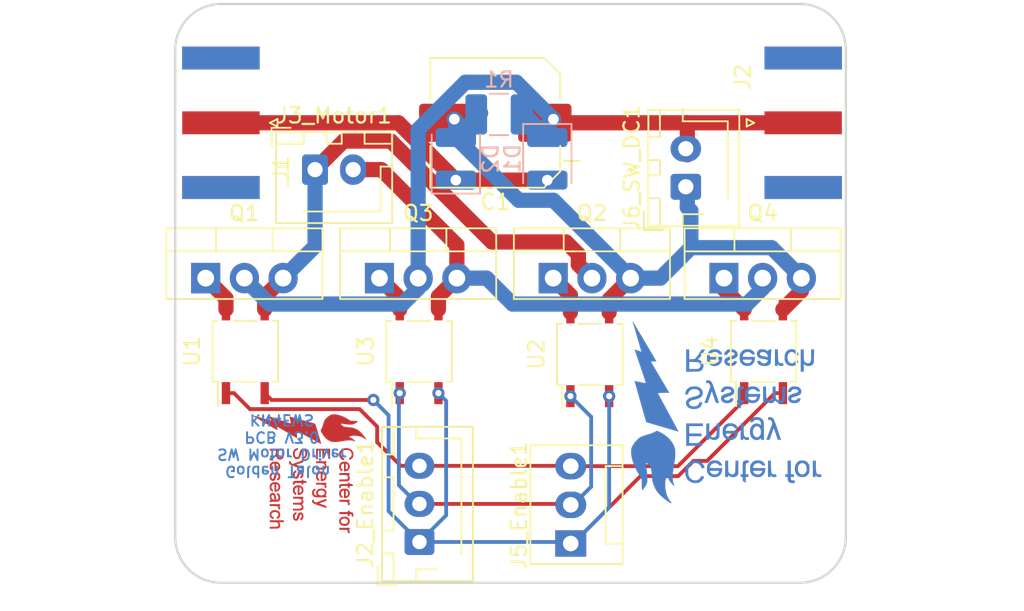
<source format=kicad_pcb>
(kicad_pcb (version 20171130) (host pcbnew 5.0.2-bee76a0~70~ubuntu16.04.1)

  (general
    (thickness 1.6)
    (drawings 10)
    (tracks 125)
    (zones 0)
    (modules 24)
    (nets 15)
  )

  (page A4)
  (layers
    (0 F.Cu signal)
    (31 B.Cu signal)
    (32 B.Adhes user)
    (33 F.Adhes user)
    (34 B.Paste user)
    (35 F.Paste user)
    (36 B.SilkS user)
    (37 F.SilkS user)
    (38 B.Mask user)
    (39 F.Mask user)
    (40 Dwgs.User user)
    (41 Cmts.User user)
    (42 Eco1.User user)
    (43 Eco2.User user hide)
    (44 Edge.Cuts user)
    (45 Margin user)
    (46 B.CrtYd user)
    (47 F.CrtYd user)
    (48 B.Fab user)
    (49 F.Fab user)
  )

  (setup
    (last_trace_width 0.25)
    (trace_clearance 0.2)
    (zone_clearance 0.508)
    (zone_45_only no)
    (trace_min 0.2)
    (segment_width 0.2)
    (edge_width 0.15)
    (via_size 0.8)
    (via_drill 0.4)
    (via_min_size 0.8)
    (via_min_drill 0.3)
    (uvia_size 0.3)
    (uvia_drill 0.1)
    (uvias_allowed no)
    (uvia_min_size 0.2)
    (uvia_min_drill 0.1)
    (pcb_text_width 0.3)
    (pcb_text_size 1.5 1.5)
    (mod_edge_width 0.15)
    (mod_text_size 1 1)
    (mod_text_width 0.15)
    (pad_size 1.524 1.524)
    (pad_drill 0.762)
    (pad_to_mask_clearance 0.051)
    (solder_mask_min_width 0.25)
    (aux_axis_origin 0 0)
    (visible_elements FFFFFFFF)
    (pcbplotparams
      (layerselection 0x010fc_ffffffff)
      (usegerberextensions false)
      (usegerberattributes false)
      (usegerberadvancedattributes false)
      (creategerberjobfile false)
      (excludeedgelayer true)
      (linewidth 0.100000)
      (plotframeref false)
      (viasonmask false)
      (mode 1)
      (useauxorigin false)
      (hpglpennumber 1)
      (hpglpenspeed 20)
      (hpglpendiameter 15.000000)
      (psnegative false)
      (psa4output false)
      (plotreference true)
      (plotvalue true)
      (plotinvisibletext false)
      (padsonsilk false)
      (subtractmaskfromsilk false)
      (outputformat 1)
      (mirror false)
      (drillshape 0)
      (scaleselection 1)
      (outputdirectory "SWL Grbr/"))
  )

  (net 0 "")
  (net 1 "Net-(Q2-Pad1)")
  (net 2 "Net-(D1-Pad2)")
  (net 3 "Net-(J1-Pad2)")
  (net 4 /EN1)
  (net 5 /EN2)
  (net 6 /Ardu_GND)
  (net 7 "Net-(Q1-Pad1)")
  (net 8 "Net-(Q3-Pad1)")
  (net 9 "Net-(Q4-Pad1)")
  (net 10 SW_POS)
  (net 11 SW_NEG)
  (net 12 "Net-(J2-Pad2)")
  (net 13 "Net-(J3_Motor1-Pad1)")
  (net 14 "Net-(J3_Motor1-Pad2)")

  (net_class Default "This is the default net class."
    (clearance 0.2)
    (trace_width 0.25)
    (via_dia 0.8)
    (via_drill 0.4)
    (uvia_dia 0.3)
    (uvia_drill 0.1)
    (add_net /Ardu_GND)
    (add_net /EN1)
    (add_net /EN2)
  )

  (net_class Single_Wire_Rules ""
    (clearance 0.2)
    (trace_width 1)
    (via_dia 1)
    (via_drill 0.7)
    (uvia_dia 0.3)
    (uvia_drill 0.1)
    (add_net "Net-(D1-Pad2)")
    (add_net "Net-(J1-Pad2)")
    (add_net "Net-(J2-Pad2)")
    (add_net "Net-(J3_Motor1-Pad1)")
    (add_net "Net-(J3_Motor1-Pad2)")
    (add_net "Net-(Q1-Pad1)")
    (add_net "Net-(Q2-Pad1)")
    (add_net "Net-(Q3-Pad1)")
    (add_net "Net-(Q4-Pad1)")
    (add_net SW_NEG)
    (add_net SW_POS)
  )

  (module SW_V3_Footpint_Library:CESR_Logo (layer B.Cu) (tedit 0) (tstamp 5D018DC4)
    (at 151 122.75)
    (fp_text reference G*** (at 0 0) (layer B.Cu) hide
      (effects (font (size 1.524 1.524) (thickness 0.3)) (justify mirror))
    )
    (fp_text value LOGO (at 0.75 0) (layer B.Cu) hide
      (effects (font (size 1.524 1.524) (thickness 0.3)) (justify mirror))
    )
    (fp_poly (pts (xy 6.347473 4.299411) (xy 6.381962 4.285351) (xy 6.396944 4.268436) (xy 6.394403 4.239604)
      (xy 6.376321 4.189793) (xy 6.373178 4.181918) (xy 6.351398 4.137651) (xy 6.331034 4.121735)
      (xy 6.318144 4.123494) (xy 6.23424 4.141964) (xy 6.160927 4.130122) (xy 6.101849 4.089271)
      (xy 6.065781 4.033242) (xy 6.056031 4.004505) (xy 6.048385 3.964713) (xy 6.042482 3.909314)
      (xy 6.037961 3.833754) (xy 6.034459 3.733479) (xy 6.031615 3.603934) (xy 6.03159 3.602567)
      (xy 6.02495 3.234267) (xy 5.842 3.234267) (xy 5.842 4.301067) (xy 6.011333 4.301067)
      (xy 6.011618 4.229101) (xy 6.011904 4.157134) (xy 6.047548 4.212799) (xy 6.106198 4.275554)
      (xy 6.181649 4.310667) (xy 6.269423 4.316847) (xy 6.347473 4.299411)) (layer B.Mask) (width 0.01))
    (fp_poly (pts (xy 4.578438 4.704985) (xy 4.624136 4.696745) (xy 4.646648 4.678366) (xy 4.651266 4.646094)
      (xy 4.645424 4.606713) (xy 4.631267 4.53516) (xy 4.536498 4.532414) (xy 4.463723 4.525818)
      (xy 4.418332 4.507495) (xy 4.394419 4.471951) (xy 4.386081 4.41369) (xy 4.385733 4.392127)
      (xy 4.385733 4.301067) (xy 4.588933 4.301067) (xy 4.588933 4.131734) (xy 4.385733 4.131734)
      (xy 4.385733 3.234267) (xy 4.182533 3.234267) (xy 4.182533 4.131734) (xy 4.030133 4.131734)
      (xy 4.030133 4.301067) (xy 4.177983 4.301067) (xy 4.18617 4.415502) (xy 4.194873 4.484268)
      (xy 4.209254 4.5478) (xy 4.223435 4.586166) (xy 4.271957 4.643862) (xy 4.347111 4.683581)
      (xy 4.44611 4.704126) (xy 4.504267 4.706836) (xy 4.578438 4.704985)) (layer B.Mask) (width 0.01))
    (fp_poly (pts (xy 3.401073 4.299411) (xy 3.435562 4.285351) (xy 3.450544 4.268436) (xy 3.448003 4.239604)
      (xy 3.429921 4.189793) (xy 3.426778 4.181918) (xy 3.404998 4.137651) (xy 3.384634 4.121735)
      (xy 3.371744 4.123494) (xy 3.28784 4.141964) (xy 3.214527 4.130122) (xy 3.155449 4.089271)
      (xy 3.119381 4.033242) (xy 3.109631 4.004505) (xy 3.101985 3.964713) (xy 3.096082 3.909314)
      (xy 3.091561 3.833754) (xy 3.088059 3.733479) (xy 3.085215 3.603934) (xy 3.08519 3.602567)
      (xy 3.07855 3.234267) (xy 2.8956 3.234267) (xy 2.8956 4.301067) (xy 3.064933 4.301067)
      (xy 3.065218 4.229101) (xy 3.065504 4.157134) (xy 3.101148 4.212799) (xy 3.159798 4.275554)
      (xy 3.235249 4.310667) (xy 3.323023 4.316847) (xy 3.401073 4.299411)) (layer B.Mask) (width 0.01))
    (fp_poly (pts (xy 0.633981 4.313884) (xy 0.741272 4.294033) (xy 0.824969 4.252369) (xy 0.889062 4.186724)
      (xy 0.900846 4.16898) (xy 0.912739 4.148599) (xy 0.921998 4.127409) (xy 0.929017 4.100976)
      (xy 0.934189 4.064868) (xy 0.937908 4.01465) (xy 0.940566 3.94589) (xy 0.942557 3.854156)
      (xy 0.944274 3.735013) (xy 0.945074 3.6703) (xy 0.950348 3.234267) (xy 0.764289 3.234267)
      (xy 0.758911 3.6203) (xy 0.756868 3.747096) (xy 0.754469 3.844575) (xy 0.751339 3.917283)
      (xy 0.7471 3.969771) (xy 0.741375 4.006586) (xy 0.733788 4.032278) (xy 0.723961 4.051394)
      (xy 0.723071 4.05277) (xy 0.66859 4.108846) (xy 0.600715 4.139075) (xy 0.526014 4.144967)
      (xy 0.451057 4.128031) (xy 0.382412 4.089777) (xy 0.326648 4.031717) (xy 0.290333 3.955359)
      (xy 0.289706 3.953139) (xy 0.283562 3.913844) (xy 0.278327 3.84695) (xy 0.274297 3.75872)
      (xy 0.27177 3.655415) (xy 0.271028 3.560234) (xy 0.270933 3.234267) (xy 0.084667 3.234267)
      (xy 0.084667 4.301067) (xy 0.270933 4.301067) (xy 0.270933 4.161582) (xy 0.324658 4.214108)
      (xy 0.409708 4.27621) (xy 0.509421 4.309362) (xy 0.626509 4.31444) (xy 0.633981 4.313884)) (layer B.Mask) (width 0.01))
    (fp_poly (pts (xy 5.245963 4.30405) (xy 5.329551 4.285776) (xy 5.399514 4.250642) (xy 5.465336 4.194822)
      (xy 5.491403 4.167204) (xy 5.539134 4.109877) (xy 5.572568 4.055794) (xy 5.594163 3.996848)
      (xy 5.606377 3.924929) (xy 5.611668 3.831931) (xy 5.612522 3.767667) (xy 5.612147 3.677092)
      (xy 5.609373 3.612099) (xy 5.603108 3.56443) (xy 5.592257 3.525824) (xy 5.575726 3.488024)
      (xy 5.57539 3.487341) (xy 5.506972 3.382827) (xy 5.417286 3.299096) (xy 5.360296 3.26397)
      (xy 5.290107 3.239661) (xy 5.201015 3.225106) (xy 5.106657 3.22113) (xy 5.020672 3.228554)
      (xy 4.973618 3.240654) (xy 4.861341 3.298955) (xy 4.773056 3.380854) (xy 4.709216 3.485604)
      (xy 4.670272 3.612455) (xy 4.656678 3.76066) (xy 4.656667 3.765396) (xy 4.656856 3.767667)
      (xy 4.85151 3.767667) (xy 4.852867 3.688908) (xy 4.858269 3.633155) (xy 4.869714 3.589609)
      (xy 4.889198 3.547472) (xy 4.893788 3.539067) (xy 4.946889 3.472188) (xy 5.01869 3.420548)
      (xy 5.098132 3.391012) (xy 5.139267 3.386667) (xy 5.186002 3.394409) (xy 5.243305 3.413948)
      (xy 5.266912 3.424767) (xy 5.335648 3.470776) (xy 5.383543 3.531442) (xy 5.412863 3.611621)
      (xy 5.425875 3.716167) (xy 5.427023 3.767667) (xy 5.425666 3.846426) (xy 5.420264 3.902179)
      (xy 5.408819 3.945725) (xy 5.389335 3.987862) (xy 5.384745 3.996267) (xy 5.331644 4.063146)
      (xy 5.259843 4.114786) (xy 5.180401 4.144322) (xy 5.139267 4.148667) (xy 5.060244 4.13352)
      (xy 4.983043 4.092656) (xy 4.918723 4.03294) (xy 4.893788 3.996267) (xy 4.872618 3.953219)
      (xy 4.859852 3.910738) (xy 4.853494 3.858025) (xy 4.851547 3.784281) (xy 4.85151 3.767667)
      (xy 4.656856 3.767667) (xy 4.669088 3.914543) (xy 4.706291 4.041034) (xy 4.768182 4.144569)
      (xy 4.779556 4.158063) (xy 4.847528 4.226297) (xy 4.914971 4.271391) (xy 4.991453 4.297366)
      (xy 5.086544 4.308247) (xy 5.139267 4.309291) (xy 5.245963 4.30405)) (layer B.Mask) (width 0.01))
    (fp_poly (pts (xy 2.312262 4.308513) (xy 2.431232 4.273865) (xy 2.531668 4.212295) (xy 2.611482 4.125676)
      (xy 2.668586 4.015883) (xy 2.700892 3.884789) (xy 2.705581 3.839634) (xy 2.713884 3.725334)
      (xy 2.305208 3.725334) (xy 2.191607 3.724786) (xy 2.090147 3.723245) (xy 2.00544 3.72087)
      (xy 1.942103 3.717815) (xy 1.90475 3.714238) (xy 1.896533 3.711474) (xy 1.907012 3.651629)
      (xy 1.933926 3.581793) (xy 1.970493 3.516628) (xy 2.00656 3.47364) (xy 2.082321 3.425063)
      (xy 2.169225 3.397823) (xy 2.259727 3.391407) (xy 2.34628 3.405302) (xy 2.421336 3.438995)
      (xy 2.47735 3.49197) (xy 2.486441 3.506291) (xy 2.513568 3.541362) (xy 2.549508 3.553726)
      (xy 2.573867 3.554206) (xy 2.626597 3.549897) (xy 2.670874 3.541725) (xy 2.671267 3.541613)
      (xy 2.7094 3.5306) (xy 2.673563 3.458295) (xy 2.614978 3.373666) (xy 2.533545 3.301531)
      (xy 2.440107 3.250943) (xy 2.414899 3.242352) (xy 2.320138 3.224447) (xy 2.211194 3.219555)
      (xy 2.104333 3.227634) (xy 2.031481 3.243342) (xy 1.936746 3.289009) (xy 1.851121 3.361877)
      (xy 1.781882 3.455332) (xy 1.766332 3.48447) (xy 1.744998 3.530792) (xy 1.731219 3.571709)
      (xy 1.723408 3.616794) (xy 1.719978 3.675621) (xy 1.719341 3.757763) (xy 1.71937 3.767667)
      (xy 1.721616 3.867609) (xy 1.725042 3.906254) (xy 1.896533 3.906254) (xy 1.912589 3.902607)
      (xy 1.95725 3.89943) (xy 2.025254 3.896919) (xy 2.111341 3.895267) (xy 2.210249 3.894667)
      (xy 2.525349 3.894667) (xy 2.51348 3.932767) (xy 2.491913 3.995297) (xy 2.470971 4.035972)
      (xy 2.44414 4.066039) (xy 2.428987 4.078653) (xy 2.348713 4.123086) (xy 2.257989 4.143182)
      (xy 2.164353 4.140315) (xy 2.075338 4.115857) (xy 1.998481 4.071182) (xy 1.941316 4.007663)
      (xy 1.930401 3.987804) (xy 1.910105 3.943551) (xy 1.898013 3.912693) (xy 1.896533 3.906254)
      (xy 1.725042 3.906254) (xy 1.728116 3.940913) (xy 1.739694 3.994633) (xy 1.748763 4.018927)
      (xy 1.815564 4.131948) (xy 1.903722 4.218957) (xy 2.011673 4.278876) (xy 2.137858 4.310628)
      (xy 2.176844 4.314362) (xy 2.312262 4.308513)) (layer B.Mask) (width 0.01))
    (fp_poly (pts (xy 1.4224 4.301067) (xy 1.608666 4.301067) (xy 1.608666 4.131734) (xy 1.4224 4.131734)
      (xy 1.4224 3.787225) (xy 1.422789 3.660759) (xy 1.424773 3.564146) (xy 1.429574 3.493373)
      (xy 1.438416 3.444428) (xy 1.452522 3.413298) (xy 1.473116 3.395972) (xy 1.50142 3.388437)
      (xy 1.538658 3.38668) (xy 1.544525 3.386667) (xy 1.587937 3.381959) (xy 1.609271 3.363878)
      (xy 1.614927 3.348567) (xy 1.62489 3.284379) (xy 1.615628 3.241931) (xy 1.598815 3.227612)
      (xy 1.54856 3.218469) (xy 1.480773 3.21839) (xy 1.410241 3.226308) (xy 1.351749 3.241156)
      (xy 1.339775 3.246296) (xy 1.308723 3.264067) (xy 1.284527 3.285911) (xy 1.266345 3.315992)
      (xy 1.253333 3.358475) (xy 1.24465 3.417526) (xy 1.239452 3.49731) (xy 1.236897 3.601992)
      (xy 1.236143 3.735739) (xy 1.236133 3.758657) (xy 1.236133 4.131734) (xy 1.100666 4.131734)
      (xy 1.100666 4.301067) (xy 1.236133 4.301067) (xy 1.236133 4.564864) (xy 1.329266 4.618357)
      (xy 1.4224 4.67185) (xy 1.4224 4.301067)) (layer B.Mask) (width 0.01))
    (fp_poly (pts (xy -0.515605 4.308513) (xy -0.396634 4.273865) (xy -0.296198 4.212295) (xy -0.216385 4.125676)
      (xy -0.159281 4.015883) (xy -0.126975 3.884789) (xy -0.122286 3.839634) (xy -0.113983 3.725334)
      (xy -0.522658 3.725334) (xy -0.636259 3.724786) (xy -0.73772 3.723245) (xy -0.822426 3.72087)
      (xy -0.885763 3.717815) (xy -0.923117 3.714238) (xy -0.931333 3.711474) (xy -0.920855 3.651629)
      (xy -0.89394 3.581793) (xy -0.857374 3.516628) (xy -0.821306 3.47364) (xy -0.745546 3.425063)
      (xy -0.658642 3.397823) (xy -0.56814 3.391407) (xy -0.481587 3.405302) (xy -0.40653 3.438995)
      (xy -0.350517 3.49197) (xy -0.341425 3.506291) (xy -0.314299 3.541362) (xy -0.278359 3.553726)
      (xy -0.254 3.554206) (xy -0.201269 3.549897) (xy -0.156992 3.541725) (xy -0.1566 3.541613)
      (xy -0.118467 3.5306) (xy -0.154304 3.458295) (xy -0.212889 3.373666) (xy -0.294322 3.301531)
      (xy -0.38776 3.250943) (xy -0.412967 3.242352) (xy -0.507729 3.224447) (xy -0.616672 3.219555)
      (xy -0.723534 3.227634) (xy -0.796385 3.243342) (xy -0.891121 3.289009) (xy -0.976746 3.361877)
      (xy -1.045985 3.455332) (xy -1.061535 3.48447) (xy -1.082869 3.530792) (xy -1.096648 3.571709)
      (xy -1.104458 3.616794) (xy -1.107889 3.675621) (xy -1.108526 3.757763) (xy -1.108497 3.767667)
      (xy -1.10625 3.867609) (xy -1.102824 3.906254) (xy -0.931333 3.906254) (xy -0.915278 3.902607)
      (xy -0.870617 3.89943) (xy -0.802613 3.896919) (xy -0.716526 3.895267) (xy -0.617617 3.894667)
      (xy -0.302518 3.894667) (xy -0.314387 3.932767) (xy -0.335954 3.995297) (xy -0.356895 4.035972)
      (xy -0.383726 4.066039) (xy -0.39888 4.078653) (xy -0.479154 4.123086) (xy -0.569877 4.143182)
      (xy -0.663514 4.140315) (xy -0.752528 4.115857) (xy -0.829386 4.071182) (xy -0.886551 4.007663)
      (xy -0.897465 3.987804) (xy -0.917761 3.943551) (xy -0.929854 3.912693) (xy -0.931333 3.906254)
      (xy -1.102824 3.906254) (xy -1.099751 3.940913) (xy -1.088173 3.994633) (xy -1.079104 4.018927)
      (xy -1.012302 4.131948) (xy -0.924145 4.218957) (xy -0.816193 4.278876) (xy -0.690009 4.310628)
      (xy -0.651023 4.314362) (xy -0.515605 4.308513)) (layer B.Mask) (width 0.01))
    (fp_poly (pts (xy -1.757608 4.693872) (xy -1.666138 4.677595) (xy -1.588437 4.646406) (xy -1.514966 4.596961)
      (xy -1.469075 4.557262) (xy -1.423223 4.50798) (xy -1.381258 4.45064) (xy -1.346889 4.392244)
      (xy -1.323822 4.339792) (xy -1.315764 4.300287) (xy -1.323417 4.282158) (xy -1.355269 4.268879)
      (xy -1.36525 4.26746) (xy -1.394498 4.264145) (xy -1.436228 4.256815) (xy -1.468019 4.253129)
      (xy -1.489324 4.262624) (xy -1.509039 4.292127) (xy -1.52511 4.325045) (xy -1.585626 4.417054)
      (xy -1.667547 4.483747) (xy -1.76844 4.52386) (xy -1.88587 4.536132) (xy -1.927801 4.53386)
      (xy -2.048372 4.507023) (xy -2.152987 4.451414) (xy -2.238207 4.36973) (xy -2.300591 4.26467)
      (xy -2.313507 4.231405) (xy -2.333678 4.145906) (xy -2.344583 4.039967) (xy -2.346226 3.925721)
      (xy -2.338611 3.815302) (xy -2.321744 3.720843) (xy -2.31331 3.692801) (xy -2.259275 3.585854)
      (xy -2.181562 3.499185) (xy -2.085382 3.435399) (xy -1.975946 3.397103) (xy -1.858465 3.386902)
      (xy -1.740863 3.406581) (xy -1.658293 3.44662) (xy -1.580808 3.511838) (xy -1.517208 3.593752)
      (xy -1.488232 3.65011) (xy -1.465039 3.702319) (xy -1.446973 3.729072) (xy -1.427869 3.736845)
      (xy -1.408446 3.733936) (xy -1.359883 3.722638) (xy -1.318383 3.713844) (xy -1.292462 3.706561)
      (xy -1.279454 3.693654) (xy -1.27974 3.669179) (xy -1.293698 3.627197) (xy -1.32171 3.561765)
      (xy -1.329172 3.545028) (xy -1.392066 3.442123) (xy -1.479956 3.351677) (xy -1.584196 3.282268)
      (xy -1.603528 3.272899) (xy -1.689136 3.245003) (xy -1.794284 3.22753) (xy -1.905946 3.221609)
      (xy -2.011096 3.228368) (xy -2.046703 3.23451) (xy -2.171397 3.277274) (xy -2.280857 3.347724)
      (xy -2.373351 3.442487) (xy -2.447142 3.558189) (xy -2.500499 3.691457) (xy -2.531687 3.838916)
      (xy -2.538971 3.997194) (xy -2.521487 4.158257) (xy -2.48001 4.306451) (xy -2.413989 4.431618)
      (xy -2.32254 4.534963) (xy -2.204783 4.61769) (xy -2.172042 4.63484) (xy -2.110795 4.664163)
      (xy -2.063058 4.682774) (xy -2.017439 4.693097) (xy -1.962546 4.697556) (xy -1.886987 4.698573)
      (xy -1.87239 4.698578) (xy -1.757608 4.693872)) (layer B.Mask) (width 0.01))
    (fp_poly (pts (xy -3.445005 6.024516) (xy -3.4497 6.007115) (xy -3.471489 5.969347) (xy -3.506521 5.91746)
      (xy -3.535169 5.878322) (xy -3.587318 5.804451) (xy -3.638289 5.724374) (xy -3.679493 5.651829)
      (xy -3.690284 5.630199) (xy -3.747669 5.487623) (xy -3.793252 5.331088) (xy -3.826779 5.16609)
      (xy -3.847998 4.99812) (xy -3.856654 4.832673) (xy -3.852495 4.675241) (xy -3.835267 4.531319)
      (xy -3.804718 4.406399) (xy -3.760592 4.305975) (xy -3.751987 4.292137) (xy -3.72917 4.264156)
      (xy -3.713394 4.25671) (xy -3.712707 4.257249) (xy -3.701727 4.276484) (xy -3.681386 4.318746)
      (xy -3.655561 4.37589) (xy -3.648171 4.392771) (xy -3.612318 4.468601) (xy -3.570814 4.546691)
      (xy -3.53264 4.610144) (xy -3.532619 4.610175) (xy -3.501122 4.6525) (xy -3.458237 4.703423)
      (xy -3.409357 4.757377) (xy -3.35987 4.80879) (xy -3.315169 4.852093) (xy -3.280643 4.881717)
      (xy -3.261684 4.892092) (xy -3.260346 4.891492) (xy -3.262384 4.873661) (xy -3.273383 4.832245)
      (xy -3.291078 4.77561) (xy -3.294408 4.765609) (xy -3.325897 4.659537) (xy -3.348648 4.552005)
      (xy -3.362598 4.438911) (xy -3.367687 4.31615) (xy -3.363854 4.17962) (xy -3.351038 4.025218)
      (xy -3.329177 3.848839) (xy -3.29821 3.646381) (xy -3.275753 3.513667) (xy -3.250976 3.369275)
      (xy -3.231811 3.251724) (xy -3.217531 3.154587) (xy -3.207407 3.071436) (xy -3.200709 2.995845)
      (xy -3.196709 2.921386) (xy -3.194678 2.841633) (xy -3.194143 2.794001) (xy -3.193968 2.686494)
      (xy -3.195893 2.604577) (xy -3.20067 2.539997) (xy -3.209057 2.484502) (xy -3.221807 2.429842)
      (xy -3.230243 2.399598) (xy -3.304027 2.204904) (xy -3.409323 2.019748) (xy -3.544747 1.845618)
      (xy -3.708917 1.684004) (xy -3.900447 1.536392) (xy -4.117955 1.40427) (xy -4.191 1.366412)
      (xy -4.274593 1.325148) (xy -4.33438 1.297937) (xy -4.376792 1.28358) (xy -4.408262 1.280878)
      (xy -4.435222 1.288634) (xy -4.464105 1.30565) (xy -4.47561 1.313402) (xy -4.551927 1.357962)
      (xy -4.651968 1.403515) (xy -4.778464 1.451127) (xy -4.93415 1.501864) (xy -5.040022 1.53347)
      (xy -5.189519 1.578731) (xy -5.311424 1.62046) (xy -5.411405 1.66151) (xy -5.495132 1.704733)
      (xy -5.568271 1.752981) (xy -5.63649 1.809107) (xy -5.690659 1.860919) (xy -5.780381 1.95939)
      (xy -5.867062 2.069598) (xy -5.944894 2.183098) (xy -6.008067 2.291447) (xy -6.049421 2.382476)
      (xy -6.072944 2.477063) (xy -6.084655 2.59567) (xy -6.084575 2.730587) (xy -6.072722 2.874101)
      (xy -6.049118 3.0185) (xy -6.047736 3.025103) (xy -5.985285 3.263141) (xy -5.897971 3.510234)
      (xy -5.789603 3.757415) (xy -5.663992 3.995717) (xy -5.57035 4.148607) (xy -5.507788 4.246122)
      (xy -5.461124 4.325381) (xy -5.428034 4.394432) (xy -5.406194 4.461324) (xy -5.39328 4.534103)
      (xy -5.38697 4.620819) (xy -5.384938 4.729517) (xy -5.3848 4.791213) (xy -5.383761 4.891493)
      (xy -5.380878 4.981948) (xy -5.376503 5.055986) (xy -5.370989 5.107012) (xy -5.366989 5.124642)
      (xy -5.349178 5.171489) (xy -5.307165 5.121511) (xy -5.222854 5.013543) (xy -5.149548 4.904683)
      (xy -5.092323 4.803016) (xy -5.059778 4.727323) (xy -5.035369 4.624438) (xy -5.022558 4.49264)
      (xy -5.021293 4.334818) (xy -5.031521 4.153859) (xy -5.05319 3.952649) (xy -5.076647 3.791882)
      (xy -5.097888 3.651841) (xy -5.111361 3.543156) (xy -5.117156 3.464237) (xy -5.115361 3.413496)
      (xy -5.106064 3.389347) (xy -5.099193 3.38673) (xy -5.071528 3.397259) (xy -5.028301 3.424303)
      (xy -4.978779 3.46135) (xy -4.93223 3.501884) (xy -4.924227 3.509702) (xy -4.870252 3.573983)
      (xy -4.826319 3.650742) (xy -4.791318 3.743947) (xy -4.764141 3.857569) (xy -4.743679 3.995575)
      (xy -4.728824 4.161935) (xy -4.725018 4.222756) (xy -4.715182 4.364526) (xy -4.702502 4.481359)
      (xy -4.685235 4.582168) (xy -4.661637 4.675863) (xy -4.629963 4.771357) (xy -4.604784 4.837194)
      (xy -4.533818 5.002896) (xy -4.461006 5.143511) (xy -4.38066 5.2676) (xy -4.287087 5.383722)
      (xy -4.174596 5.500438) (xy -4.145286 5.528421) (xy -4.057128 5.608375) (xy -3.962803 5.688487)
      (xy -3.866122 5.76606) (xy -3.770892 5.838394) (xy -3.680923 5.902792) (xy -3.600026 5.956553)
      (xy -3.532009 5.996981) (xy -3.480683 6.021375) (xy -3.449855 6.027038) (xy -3.445005 6.024516)) (layer B.Mask) (width 0.01))
    (fp_poly (pts (xy 1.60614 1.861011) (xy 1.640628 1.846951) (xy 1.655611 1.830036) (xy 1.653069 1.801204)
      (xy 1.634987 1.751393) (xy 1.631844 1.743518) (xy 1.610065 1.699251) (xy 1.589701 1.683335)
      (xy 1.576811 1.685094) (xy 1.492907 1.703564) (xy 1.419593 1.691722) (xy 1.360516 1.650871)
      (xy 1.324448 1.594842) (xy 1.314698 1.566105) (xy 1.307052 1.526313) (xy 1.301149 1.470914)
      (xy 1.296627 1.395354) (xy 1.293125 1.295079) (xy 1.290281 1.165534) (xy 1.290257 1.164167)
      (xy 1.283617 0.795867) (xy 1.100666 0.795867) (xy 1.100666 1.862667) (xy 1.27 1.862667)
      (xy 1.270285 1.7907) (xy 1.27057 1.718734) (xy 1.306215 1.774399) (xy 1.364865 1.837154)
      (xy 1.440316 1.872267) (xy 1.52809 1.878447) (xy 1.60614 1.861011)) (layer B.Mask) (width 0.01))
    (fp_poly (pts (xy -0.602153 1.875484) (xy -0.494861 1.855633) (xy -0.411164 1.813969) (xy -0.347071 1.748324)
      (xy -0.335287 1.73058) (xy -0.323395 1.710199) (xy -0.314136 1.689009) (xy -0.307116 1.662576)
      (xy -0.301944 1.626468) (xy -0.298225 1.57625) (xy -0.295567 1.50749) (xy -0.293576 1.415756)
      (xy -0.291859 1.296613) (xy -0.29106 1.2319) (xy -0.285786 0.795867) (xy -0.471844 0.795867)
      (xy -0.477222 1.1819) (xy -0.479266 1.308696) (xy -0.481664 1.406175) (xy -0.484794 1.478883)
      (xy -0.489033 1.531371) (xy -0.494758 1.568186) (xy -0.502345 1.593878) (xy -0.512172 1.612994)
      (xy -0.513062 1.61437) (xy -0.567544 1.670446) (xy -0.635419 1.700675) (xy -0.710119 1.706567)
      (xy -0.785076 1.689631) (xy -0.853721 1.651377) (xy -0.909485 1.593317) (xy -0.9458 1.516959)
      (xy -0.946427 1.514739) (xy -0.952571 1.475444) (xy -0.957807 1.40855) (xy -0.961837 1.32032)
      (xy -0.964363 1.217015) (xy -0.965106 1.121834) (xy -0.9652 0.795867) (xy -1.151467 0.795867)
      (xy -1.151467 1.862667) (xy -0.9652 1.862667) (xy -0.9652 1.723182) (xy -0.911476 1.775708)
      (xy -0.826425 1.83781) (xy -0.726712 1.870962) (xy -0.609625 1.87604) (xy -0.602153 1.875484)) (layer B.Mask) (width 0.01))
    (fp_poly (pts (xy -1.4224 2.082801) (xy -2.286 2.082801) (xy -2.286 1.6256) (xy -1.4732 1.6256)
      (xy -1.4732 1.456267) (xy -2.286 1.456267) (xy -2.286 0.9652) (xy -1.388533 0.9652)
      (xy -1.388533 0.795867) (xy -2.472267 0.795867) (xy -2.472267 2.252134) (xy -1.4224 2.252134)
      (xy -1.4224 2.082801)) (layer B.Mask) (width 0.01))
    (fp_poly (pts (xy 0.517329 1.870113) (xy 0.636299 1.835465) (xy 0.736735 1.773895) (xy 0.816549 1.687276)
      (xy 0.873652 1.577483) (xy 0.905959 1.446389) (xy 0.910647 1.401234) (xy 0.91895 1.286934)
      (xy 0.510275 1.286934) (xy 0.396674 1.286386) (xy 0.295213 1.284845) (xy 0.210507 1.28247)
      (xy 0.14717 1.279415) (xy 0.109817 1.275838) (xy 0.1016 1.273074) (xy 0.112079 1.213229)
      (xy 0.138993 1.143393) (xy 0.175559 1.078228) (xy 0.211627 1.03524) (xy 0.287387 0.986663)
      (xy 0.374292 0.959423) (xy 0.464794 0.953007) (xy 0.551347 0.966902) (xy 0.626403 1.000595)
      (xy 0.682417 1.05357) (xy 0.691508 1.067891) (xy 0.718635 1.102962) (xy 0.754575 1.115326)
      (xy 0.778933 1.115806) (xy 0.831664 1.111497) (xy 0.875941 1.103325) (xy 0.876333 1.103213)
      (xy 0.914467 1.0922) (xy 0.87863 1.019895) (xy 0.820045 0.935266) (xy 0.738611 0.863131)
      (xy 0.645173 0.812543) (xy 0.619966 0.803952) (xy 0.525205 0.786047) (xy 0.416261 0.781155)
      (xy 0.309399 0.789234) (xy 0.236548 0.804942) (xy 0.141812 0.850609) (xy 0.056188 0.923477)
      (xy -0.013052 1.016932) (xy -0.028601 1.04607) (xy -0.049936 1.092392) (xy -0.063714 1.133309)
      (xy -0.071525 1.178394) (xy -0.074955 1.237221) (xy -0.075593 1.319363) (xy -0.075564 1.329267)
      (xy -0.073317 1.429209) (xy -0.069891 1.467854) (xy 0.1016 1.467854) (xy 0.117656 1.464207)
      (xy 0.162316 1.46103) (xy 0.23032 1.458519) (xy 0.316407 1.456867) (xy 0.415316 1.456267)
      (xy 0.730415 1.456267) (xy 0.718546 1.494367) (xy 0.696979 1.556897) (xy 0.676038 1.597572)
      (xy 0.649207 1.627639) (xy 0.634054 1.640253) (xy 0.553779 1.684686) (xy 0.463056 1.704782)
      (xy 0.36942 1.701915) (xy 0.280405 1.677457) (xy 0.203548 1.632782) (xy 0.146383 1.569263)
      (xy 0.135468 1.549404) (xy 0.115172 1.505151) (xy 0.10308 1.474293) (xy 0.1016 1.467854)
      (xy -0.069891 1.467854) (xy -0.066818 1.502513) (xy -0.05524 1.556233) (xy -0.04617 1.580527)
      (xy 0.020631 1.693548) (xy 0.108788 1.780557) (xy 0.21674 1.840476) (xy 0.342924 1.872228)
      (xy 0.381911 1.875962) (xy 0.517329 1.870113)) (layer B.Mask) (width 0.01))
    (fp_poly (pts (xy 3.538899 1.261736) (xy 3.476333 1.076415) (xy 3.422437 0.920717) (xy 3.376022 0.791867)
      (xy 3.335898 0.687088) (xy 3.300877 0.603604) (xy 3.269767 0.538639) (xy 3.241381 0.489418)
      (xy 3.214527 0.453163) (xy 3.188018 0.427099) (xy 3.177973 0.419422) (xy 3.132287 0.397601)
      (xy 3.072052 0.382104) (xy 3.009678 0.37466) (xy 2.957576 0.376998) (xy 2.93383 0.385403)
      (xy 2.919055 0.409757) (xy 2.906098 0.454637) (xy 2.902077 0.477959) (xy 2.89136 0.556147)
      (xy 2.95698 0.548344) (xy 3.023687 0.548567) (xy 3.073798 0.570314) (xy 3.112879 0.617779)
      (xy 3.14459 0.689764) (xy 3.181914 0.79436) (xy 2.987957 1.323653) (xy 2.941699 1.450029)
      (xy 2.89939 1.565884) (xy 2.862387 1.667487) (xy 2.832045 1.751103) (xy 2.809719 1.812999)
      (xy 2.796765 1.849442) (xy 2.794 1.857807) (xy 2.809377 1.860389) (xy 2.849288 1.862152)
      (xy 2.893943 1.862667) (xy 2.950418 1.861468) (xy 2.982522 1.855345) (xy 2.999735 1.840512)
      (xy 3.010502 1.8161) (xy 3.021105 1.786091) (xy 3.040879 1.729849) (xy 3.067813 1.653108)
      (xy 3.099895 1.561604) (xy 3.135111 1.46107) (xy 3.139757 1.4478) (xy 3.17465 1.348265)
      (xy 3.206141 1.258678) (xy 3.232367 1.184324) (xy 3.25146 1.130489) (xy 3.261558 1.102459)
      (xy 3.262235 1.100667) (xy 3.270032 1.108821) (xy 3.286751 1.145171) (xy 3.310843 1.205709)
      (xy 3.340763 1.286422) (xy 3.374962 1.383301) (xy 3.402683 1.464734) (xy 3.533293 1.8542)
      (xy 3.63693 1.85922) (xy 3.740567 1.864239) (xy 3.538899 1.261736)) (layer B.Mask) (width 0.01))
    (fp_poly (pts (xy 2.254368 1.864269) (xy 2.347691 1.818433) (xy 2.391833 1.782401) (xy 2.4384 1.737798)
      (xy 2.4384 1.862667) (xy 2.626666 1.862667) (xy 2.621332 1.274234) (xy 2.619748 1.115212)
      (xy 2.618037 0.986327) (xy 2.61599 0.88385) (xy 2.613401 0.804052) (xy 2.61006 0.743204)
      (xy 2.60576 0.697576) (xy 2.600292 0.663438) (xy 2.593449 0.637063) (xy 2.585023 0.614719)
      (xy 2.584472 0.613447) (xy 2.533597 0.533774) (xy 2.458815 0.463838) (xy 2.370064 0.412076)
      (xy 2.330233 0.397552) (xy 2.243577 0.380451) (xy 2.144809 0.374236) (xy 2.047936 0.3789)
      (xy 1.966969 0.394433) (xy 1.956779 0.3978) (xy 1.857098 0.447107) (xy 1.785106 0.513474)
      (xy 1.742186 0.595409) (xy 1.732197 0.6407) (xy 1.727826 0.685082) (xy 1.733586 0.70541)
      (xy 1.753836 0.711001) (xy 1.765187 0.7112) (xy 1.845997 0.703604) (xy 1.901657 0.67931)
      (xy 1.934723 0.641399) (xy 1.982418 0.590241) (xy 2.051691 0.557095) (xy 2.13457 0.543424)
      (xy 2.223086 0.550691) (xy 2.297577 0.574775) (xy 2.358694 0.614509) (xy 2.400343 0.672035)
      (xy 2.425548 0.75271) (xy 2.434267 0.816944) (xy 2.443357 0.917197) (xy 2.365353 0.862214)
      (xy 2.27152 0.815908) (xy 2.164311 0.796647) (xy 2.052298 0.805687) (xy 2.025047 0.812377)
      (xy 1.930794 0.855544) (xy 1.850977 0.925429) (xy 1.787369 1.017339) (xy 1.741744 1.126581)
      (xy 1.715874 1.248461) (xy 1.714729 1.282716) (xy 1.899689 1.282716) (xy 1.918978 1.18531)
      (xy 1.955406 1.101304) (xy 2.006577 1.034528) (xy 2.070096 0.988815) (xy 2.143565 0.967996)
      (xy 2.22459 0.975902) (xy 2.246797 0.983211) (xy 2.321061 1.028498) (xy 2.378535 1.098766)
      (xy 2.41751 1.188673) (xy 2.43628 1.292879) (xy 2.433134 1.40604) (xy 2.412817 1.5024)
      (xy 2.372477 1.590253) (xy 2.314814 1.653272) (xy 2.245531 1.691457) (xy 2.170331 1.704807)
      (xy 2.094917 1.693323) (xy 2.024991 1.657004) (xy 1.966257 1.595851) (xy 1.924418 1.509863)
      (xy 1.922116 1.5024) (xy 1.899937 1.38969) (xy 1.899689 1.282716) (xy 1.714729 1.282716)
      (xy 1.711533 1.378288) (xy 1.730495 1.511367) (xy 1.743131 1.558394) (xy 1.770161 1.634855)
      (xy 1.801939 1.692695) (xy 1.84721 1.746923) (xy 1.861505 1.761518) (xy 1.950649 1.829647)
      (xy 2.049844 1.86964) (xy 2.153084 1.881259) (xy 2.254368 1.864269)) (layer B.Mask) (width 0.01))
    (fp_poly (pts (xy 3.766972 -0.546178) (xy 3.832501 -0.564964) (xy 3.899318 -0.608623) (xy 3.956232 -0.674671)
      (xy 3.993565 -0.751631) (xy 3.995521 -0.758292) (xy 4.000616 -0.793488) (xy 4.005109 -0.857065)
      (xy 4.008793 -0.943538) (xy 4.011462 -1.047424) (xy 4.012907 -1.163239) (xy 4.013105 -1.223433)
      (xy 4.0132 -1.625599) (xy 3.826933 -1.625599) (xy 3.826839 -1.265766) (xy 3.826041 -1.124641)
      (xy 3.823371 -1.013222) (xy 3.818285 -0.927374) (xy 3.810242 -0.862965) (xy 3.798701 -0.815859)
      (xy 3.78312 -0.781922) (xy 3.762957 -0.75702) (xy 3.759792 -0.754069) (xy 3.706738 -0.725987)
      (xy 3.637829 -0.715873) (xy 3.566339 -0.724416) (xy 3.522133 -0.74172) (xy 3.483886 -0.764842)
      (xy 3.454131 -0.790037) (xy 3.431728 -0.821744) (xy 3.415536 -0.864405) (xy 3.404416 -0.922459)
      (xy 3.397227 -1.000346) (xy 3.392828 -1.102507) (xy 3.390079 -1.233381) (xy 3.389716 -1.257299)
      (xy 3.384299 -1.625599) (xy 3.202652 -1.625599) (xy 3.197292 -1.228863) (xy 3.195404 -1.102025)
      (xy 3.193327 -1.004515) (xy 3.19065 -0.931795) (xy 3.186961 -0.879329) (xy 3.181849 -0.842577)
      (xy 3.1749 -0.817002) (xy 3.165703 -0.798067) (xy 3.157036 -0.78543) (xy 3.103037 -0.73768)
      (xy 3.037799 -0.716665) (xy 2.967886 -0.720308) (xy 2.899862 -0.746535) (xy 2.84029 -0.79327)
      (xy 2.795733 -0.858437) (xy 2.77908 -0.904951) (xy 2.7728 -0.947166) (xy 2.767456 -1.016661)
      (xy 2.76336 -1.106853) (xy 2.760826 -1.211161) (xy 2.760133 -1.302898) (xy 2.760133 -1.625599)
      (xy 2.573867 -1.625599) (xy 2.573867 -0.558799) (xy 2.760133 -0.558799) (xy 2.760133 -0.713798)
      (xy 2.802862 -0.663018) (xy 2.875188 -0.60111) (xy 2.964957 -0.560401) (xy 3.062555 -0.543072)
      (xy 3.158366 -0.551303) (xy 3.212509 -0.570129) (xy 3.260783 -0.602532) (xy 3.307401 -0.648287)
      (xy 3.317921 -0.66169) (xy 3.363774 -0.724987) (xy 3.408299 -0.669185) (xy 3.478514 -0.606464)
      (xy 3.568144 -0.563473) (xy 3.667519 -0.542585) (xy 3.766972 -0.546178)) (layer B.Mask) (width 0.01))
    (fp_poly (pts (xy 4.678042 -0.544925) (xy 4.78102 -0.563593) (xy 4.872306 -0.599529) (xy 4.944056 -0.652477)
      (xy 4.958902 -0.669452) (xy 4.983604 -0.70842) (xy 5.006024 -0.755905) (xy 5.02194 -0.80098)
      (xy 5.027131 -0.832713) (xy 5.024717 -0.83986) (xy 5.004686 -0.846164) (xy 4.962455 -0.853435)
      (xy 4.93413 -0.857035) (xy 4.883755 -0.861134) (xy 4.854835 -0.85564) (xy 4.835315 -0.835861)
      (xy 4.82215 -0.813472) (xy 4.773015 -0.758347) (xy 4.700777 -0.724801) (xy 4.609735 -0.714514)
      (xy 4.574289 -0.716711) (xy 4.499688 -0.732972) (xy 4.444415 -0.761805) (xy 4.411911 -0.799025)
      (xy 4.405618 -0.840444) (xy 4.428979 -0.881876) (xy 4.434308 -0.886986) (xy 4.461694 -0.902196)
      (xy 4.514697 -0.923918) (xy 4.586318 -0.94954) (xy 4.669559 -0.976448) (xy 4.692541 -0.983422)
      (xy 4.798784 -1.016324) (xy 4.878035 -1.04429) (xy 4.936192 -1.070454) (xy 4.979154 -1.097954)
      (xy 5.012819 -1.129924) (xy 5.043085 -1.1695) (xy 5.043398 -1.169956) (xy 5.073872 -1.242205)
      (xy 5.079291 -1.325836) (xy 5.060491 -1.410403) (xy 5.018307 -1.485454) (xy 5.018158 -1.48564)
      (xy 4.949383 -1.555368) (xy 4.870792 -1.601714) (xy 4.775059 -1.627892) (xy 4.673897 -1.636713)
      (xy 4.597569 -1.636485) (xy 4.525507 -1.632064) (xy 4.47104 -1.624354) (xy 4.462907 -1.622353)
      (xy 4.397063 -1.590673) (xy 4.329726 -1.53654) (xy 4.270331 -1.469556) (xy 4.228317 -1.399323)
      (xy 4.218991 -1.374184) (xy 4.207375 -1.328675) (xy 4.203274 -1.298659) (xy 4.204463 -1.293225)
      (xy 4.224169 -1.287208) (xy 4.26616 -1.280084) (xy 4.294537 -1.276472) (xy 4.344554 -1.272153)
      (xy 4.373379 -1.277771) (xy 4.39343 -1.299097) (xy 4.411133 -1.330659) (xy 4.455434 -1.397105)
      (xy 4.508124 -1.438636) (xy 4.577296 -1.459669) (xy 4.656667 -1.464733) (xy 4.752683 -1.456098)
      (xy 4.822227 -1.429187) (xy 4.868252 -1.382492) (xy 4.884431 -1.348338) (xy 4.890043 -1.313582)
      (xy 4.877517 -1.283759) (xy 4.843414 -1.256504) (xy 4.784296 -1.229458) (xy 4.696724 -1.200258)
      (xy 4.6482 -1.186094) (xy 4.510649 -1.143557) (xy 4.403682 -1.101605) (xy 4.324151 -1.057772)
      (xy 4.268913 -1.009591) (xy 4.234819 -0.954595) (xy 4.218726 -0.890317) (xy 4.2164 -0.847481)
      (xy 4.222473 -0.78161) (xy 4.244376 -0.725927) (xy 4.287635 -0.668138) (xy 4.306052 -0.648079)
      (xy 4.377376 -0.595104) (xy 4.468378 -0.560424) (xy 4.571214 -0.543784) (xy 4.678042 -0.544925)) (layer B.Mask) (width 0.01))
    (fp_poly (pts (xy 1.973595 -0.551354) (xy 2.092566 -0.586001) (xy 2.193002 -0.647571) (xy 2.272815 -0.73419)
      (xy 2.329919 -0.843984) (xy 2.362225 -0.975077) (xy 2.366914 -1.020233) (xy 2.375217 -1.134533)
      (xy 1.966542 -1.134533) (xy 1.852941 -1.135081) (xy 1.75148 -1.136621) (xy 1.666774 -1.138997)
      (xy 1.603437 -1.142052) (xy 1.566083 -1.145629) (xy 1.557866 -1.148393) (xy 1.568345 -1.208237)
      (xy 1.59526 -1.278073) (xy 1.631826 -1.343239) (xy 1.667894 -1.386227) (xy 1.743654 -1.434804)
      (xy 1.830558 -1.462044) (xy 1.92106 -1.468459) (xy 2.007613 -1.454564) (xy 2.08267 -1.420872)
      (xy 2.138683 -1.367896) (xy 2.147775 -1.353576) (xy 2.174901 -1.318505) (xy 2.210841 -1.306141)
      (xy 2.2352 -1.305661) (xy 2.287931 -1.30997) (xy 2.332208 -1.318142) (xy 2.3326 -1.318254)
      (xy 2.370733 -1.329266) (xy 2.334896 -1.401571) (xy 2.276311 -1.486201) (xy 2.194878 -1.558336)
      (xy 2.10144 -1.608923) (xy 2.076233 -1.617514) (xy 1.981471 -1.635419) (xy 1.872528 -1.640312)
      (xy 1.765666 -1.632233) (xy 1.692815 -1.616524) (xy 1.598079 -1.570858) (xy 1.512454 -1.497989)
      (xy 1.443215 -1.404535) (xy 1.427665 -1.375397) (xy 1.406331 -1.329074) (xy 1.392552 -1.288158)
      (xy 1.384742 -1.243073) (xy 1.381311 -1.184246) (xy 1.380674 -1.102104) (xy 1.380703 -1.092199)
      (xy 1.38295 -0.992257) (xy 1.386376 -0.953612) (xy 1.557866 -0.953612) (xy 1.573922 -0.95726)
      (xy 1.618583 -0.960436) (xy 1.686587 -0.962948) (xy 1.772674 -0.9646) (xy 1.871583 -0.965199)
      (xy 2.186682 -0.965199) (xy 2.174813 -0.927099) (xy 2.153246 -0.864569) (xy 2.132305 -0.823895)
      (xy 2.105474 -0.793827) (xy 2.09032 -0.781214) (xy 2.010046 -0.736781) (xy 1.919323 -0.716685)
      (xy 1.825686 -0.719552) (xy 1.736672 -0.744009) (xy 1.659814 -0.788684) (xy 1.602649 -0.852204)
      (xy 1.591735 -0.872063) (xy 1.571439 -0.916315) (xy 1.559346 -0.947174) (xy 1.557866 -0.953612)
      (xy 1.386376 -0.953612) (xy 1.389449 -0.918953) (xy 1.401027 -0.865233) (xy 1.410096 -0.840939)
      (xy 1.476898 -0.727918) (xy 1.565055 -0.640909) (xy 1.673007 -0.58099) (xy 1.799191 -0.549239)
      (xy 1.838177 -0.545504) (xy 1.973595 -0.551354)) (layer B.Mask) (width 0.01))
    (fp_poly (pts (xy 1.100666 -0.558799) (xy 1.286933 -0.558799) (xy 1.286933 -0.728133) (xy 1.100666 -0.728133)
      (xy 1.100666 -1.072642) (xy 1.101056 -1.199107) (xy 1.103039 -1.29572) (xy 1.107841 -1.366494)
      (xy 1.116683 -1.415439) (xy 1.130789 -1.446568) (xy 1.151382 -1.463895) (xy 1.179687 -1.47143)
      (xy 1.216925 -1.473186) (xy 1.222792 -1.473199) (xy 1.266203 -1.477908) (xy 1.287538 -1.495989)
      (xy 1.293194 -1.511299) (xy 1.303157 -1.575487) (xy 1.293895 -1.617935) (xy 1.277082 -1.632254)
      (xy 1.226826 -1.641397) (xy 1.15904 -1.641477) (xy 1.088508 -1.633559) (xy 1.030016 -1.61871)
      (xy 1.018042 -1.613571) (xy 0.98699 -1.595799) (xy 0.962794 -1.573956) (xy 0.944611 -1.543875)
      (xy 0.9316 -1.501392) (xy 0.922916 -1.442341) (xy 0.917718 -1.362557) (xy 0.915164 -1.257874)
      (xy 0.91441 -1.124128) (xy 0.9144 -1.10121) (xy 0.9144 -0.728133) (xy 0.778933 -0.728133)
      (xy 0.778933 -0.558799) (xy 0.9144 -0.558799) (xy 0.9144 -0.295002) (xy 1.100666 -0.188016)
      (xy 1.100666 -0.558799)) (layer B.Mask) (width 0.01))
    (fp_poly (pts (xy 0.275375 -0.544925) (xy 0.378353 -0.563593) (xy 0.469639 -0.599529) (xy 0.54139 -0.652477)
      (xy 0.556235 -0.669452) (xy 0.580937 -0.70842) (xy 0.603357 -0.755905) (xy 0.619273 -0.80098)
      (xy 0.624465 -0.832713) (xy 0.622051 -0.83986) (xy 0.602019 -0.846164) (xy 0.559789 -0.853435)
      (xy 0.531463 -0.857035) (xy 0.481088 -0.861134) (xy 0.452168 -0.85564) (xy 0.432648 -0.835861)
      (xy 0.419484 -0.813472) (xy 0.370349 -0.758347) (xy 0.29811 -0.724801) (xy 0.207068 -0.714514)
      (xy 0.171623 -0.716711) (xy 0.097021 -0.732972) (xy 0.041748 -0.761805) (xy 0.009244 -0.799025)
      (xy 0.002951 -0.840444) (xy 0.026312 -0.881876) (xy 0.031641 -0.886986) (xy 0.059028 -0.902196)
      (xy 0.11203 -0.923918) (xy 0.183651 -0.94954) (xy 0.266893 -0.976448) (xy 0.289875 -0.983422)
      (xy 0.396118 -1.016324) (xy 0.475369 -1.04429) (xy 0.533526 -1.070454) (xy 0.576488 -1.097954)
      (xy 0.610152 -1.129924) (xy 0.640418 -1.1695) (xy 0.640732 -1.169956) (xy 0.671205 -1.242205)
      (xy 0.676624 -1.325836) (xy 0.657824 -1.410403) (xy 0.61564 -1.485454) (xy 0.615491 -1.48564)
      (xy 0.546716 -1.555368) (xy 0.468126 -1.601714) (xy 0.372392 -1.627892) (xy 0.271231 -1.636713)
      (xy 0.194903 -1.636485) (xy 0.12284 -1.632064) (xy 0.068374 -1.624354) (xy 0.060241 -1.622353)
      (xy -0.005603 -1.590673) (xy -0.072941 -1.53654) (xy -0.132336 -1.469556) (xy -0.17435 -1.399323)
      (xy -0.183676 -1.374184) (xy -0.195292 -1.328675) (xy -0.199392 -1.298659) (xy -0.198204 -1.293225)
      (xy -0.178497 -1.287208) (xy -0.136506 -1.280084) (xy -0.10813 -1.276472) (xy -0.058113 -1.272153)
      (xy -0.029288 -1.277771) (xy -0.009236 -1.299097) (xy 0.008467 -1.330659) (xy 0.052767 -1.397105)
      (xy 0.105458 -1.438636) (xy 0.174629 -1.459669) (xy 0.254 -1.464733) (xy 0.350016 -1.456098)
      (xy 0.41956 -1.429187) (xy 0.465585 -1.382492) (xy 0.481764 -1.348338) (xy 0.487376 -1.313582)
      (xy 0.47485 -1.283759) (xy 0.440747 -1.256504) (xy 0.381629 -1.229458) (xy 0.294057 -1.200258)
      (xy 0.245533 -1.186094) (xy 0.107983 -1.143557) (xy 0.001015 -1.101605) (xy -0.078515 -1.057772)
      (xy -0.133754 -1.009591) (xy -0.167847 -0.954595) (xy -0.183941 -0.890317) (xy -0.186267 -0.847481)
      (xy -0.180194 -0.78161) (xy -0.158291 -0.725927) (xy -0.115031 -0.668138) (xy -0.096615 -0.648079)
      (xy -0.02529 -0.595104) (xy 0.065711 -0.560424) (xy 0.168547 -0.543784) (xy 0.275375 -0.544925)) (layer B.Mask) (width 0.01))
    (fp_poly (pts (xy -1.831701 -0.168264) (xy -1.704745 -0.202655) (xy -1.592764 -0.258592) (xy -1.577425 -0.269064)
      (xy -1.534129 -0.312884) (xy -1.490859 -0.377884) (xy -1.454402 -0.452059) (xy -1.431542 -0.523404)
      (xy -1.430404 -0.529166) (xy -1.418631 -0.592666) (xy -1.603306 -0.592666) (xy -1.623333 -0.525822)
      (xy -1.664791 -0.44172) (xy -1.731663 -0.379351) (xy -1.822858 -0.339362) (xy -1.937286 -0.322403)
      (xy -1.966231 -0.321827) (xy -2.083594 -0.332175) (xy -2.177408 -0.362236) (xy -2.245881 -0.410941)
      (xy -2.287224 -0.477216) (xy -2.297679 -0.520227) (xy -2.300976 -0.567156) (xy -2.291295 -0.600493)
      (xy -2.26295 -0.635574) (xy -2.250066 -0.648622) (xy -2.208758 -0.682666) (xy -2.157215 -0.709349)
      (xy -2.085498 -0.733396) (xy -2.053167 -0.742229) (xy -1.964576 -0.765522) (xy -1.866206 -0.791412)
      (xy -1.779245 -0.814322) (xy -1.778679 -0.814471) (xy -1.641042 -0.86198) (xy -1.533833 -0.924024)
      (xy -1.456773 -1.000854) (xy -1.409584 -1.092723) (xy -1.394693 -1.161493) (xy -1.396558 -1.277422)
      (xy -1.42974 -1.382142) (xy -1.492863 -1.473272) (xy -1.584547 -1.548428) (xy -1.634684 -1.576367)
      (xy -1.697132 -1.604476) (xy -1.752917 -1.621607) (xy -1.815924 -1.630943) (xy -1.891844 -1.635375)
      (xy -1.969413 -1.636253) (xy -2.043008 -1.633619) (xy -2.09945 -1.628031) (xy -2.10978 -1.626144)
      (xy -2.240718 -1.582543) (xy -2.351035 -1.513373) (xy -2.438381 -1.421064) (xy -2.500407 -1.308048)
      (xy -2.533101 -1.187815) (xy -2.544329 -1.117599) (xy -2.357111 -1.117599) (xy -2.336267 -1.204488)
      (xy -2.296983 -1.299131) (xy -2.230355 -1.37565) (xy -2.139268 -1.431191) (xy -2.088923 -1.449209)
      (xy -1.984886 -1.468147) (xy -1.879475 -1.467456) (xy -1.780222 -1.448825) (xy -1.694656 -1.413943)
      (xy -1.630308 -1.364499) (xy -1.613148 -1.342493) (xy -1.587858 -1.279214) (xy -1.582772 -1.2068)
      (xy -1.597286 -1.138412) (xy -1.62458 -1.093285) (xy -1.671869 -1.059884) (xy -1.752921 -1.024419)
      (xy -1.867749 -0.986885) (xy -2.016366 -0.947279) (xy -2.048933 -0.939397) (xy -2.121699 -0.920324)
      (xy -2.191345 -0.899212) (xy -2.243025 -0.880569) (xy -2.243794 -0.880243) (xy -2.343204 -0.822818)
      (xy -2.41938 -0.747021) (xy -2.468975 -0.657379) (xy -2.48864 -0.558415) (xy -2.488828 -0.549136)
      (xy -2.475704 -0.468782) (xy -2.439973 -0.383792) (xy -2.388297 -0.30657) (xy -2.328334 -0.250203)
      (xy -2.221949 -0.196388) (xy -2.098351 -0.164928) (xy -1.965586 -0.155621) (xy -1.831701 -0.168264)) (layer B.Mask) (width 0.01))
    (fp_poly (pts (xy -0.525101 -1.159731) (xy -0.587667 -1.345052) (xy -0.641563 -1.50075) (xy -0.687978 -1.6296)
      (xy -0.728102 -1.734379) (xy -0.763123 -1.817863) (xy -0.794233 -1.882828) (xy -0.822619 -1.932049)
      (xy -0.849473 -1.968304) (xy -0.875982 -1.994368) (xy -0.886027 -2.002045) (xy -0.931713 -2.023865)
      (xy -0.991948 -2.039362) (xy -1.054322 -2.046806) (xy -1.106424 -2.044468) (xy -1.13017 -2.036064)
      (xy -1.144945 -2.01171) (xy -1.157902 -1.96683) (xy -1.161923 -1.943508) (xy -1.17264 -1.86532)
      (xy -1.10702 -1.873123) (xy -1.040313 -1.8729) (xy -0.990202 -1.851153) (xy -0.951121 -1.803688)
      (xy -0.91941 -1.731703) (xy -0.882086 -1.627106) (xy -1.076043 -1.097813) (xy -1.122301 -0.971438)
      (xy -1.16461 -0.855582) (xy -1.201613 -0.75398) (xy -1.231955 -0.670364) (xy -1.254281 -0.608468)
      (xy -1.267235 -0.572024) (xy -1.27 -0.56366) (xy -1.254623 -0.561077) (xy -1.214712 -0.559315)
      (xy -1.170057 -0.558799) (xy -1.113582 -0.559999) (xy -1.081478 -0.566122) (xy -1.064265 -0.580955)
      (xy -1.053498 -0.605366) (xy -1.042895 -0.635376) (xy -1.023121 -0.691618) (xy -0.996187 -0.768358)
      (xy -0.964105 -0.859863) (xy -0.928889 -0.960397) (xy -0.924243 -0.973666) (xy -0.88935 -1.073202)
      (xy -0.857859 -1.162789) (xy -0.831633 -1.237143) (xy -0.81254 -1.290978) (xy -0.802442 -1.319008)
      (xy -0.801765 -1.320799) (xy -0.793968 -1.312646) (xy -0.777249 -1.276295) (xy -0.753157 -1.215758)
      (xy -0.723237 -1.135045) (xy -0.689038 -1.038166) (xy -0.661317 -0.956733) (xy -0.530707 -0.567266)
      (xy -0.323433 -0.557228) (xy -0.525101 -1.159731)) (layer B.Mask) (width 0.01))
    (fp_poly (pts (xy 5.2324 -3.131127) (xy 5.274839 -3.088688) (xy 5.353151 -3.030837) (xy 5.444809 -2.995594)
      (xy 5.542965 -2.982349) (xy 5.640773 -2.990495) (xy 5.731384 -3.019423) (xy 5.807951 -3.068527)
      (xy 5.863627 -3.137197) (xy 5.865753 -3.141158) (xy 5.876775 -3.164289) (xy 5.885358 -3.189556)
      (xy 5.891876 -3.221513) (xy 5.896703 -3.264711) (xy 5.900215 -3.323704) (xy 5.902787 -3.403043)
      (xy 5.904795 -3.507282) (xy 5.906557 -3.636433) (xy 5.911847 -4.064) (xy 5.723467 -4.064)
      (xy 5.723467 -3.699389) (xy 5.722886 -3.564436) (xy 5.720652 -3.458783) (xy 5.71603 -3.377875)
      (xy 5.708283 -3.317156) (xy 5.696675 -3.272073) (xy 5.68047 -3.23807) (xy 5.658933 -3.210594)
      (xy 5.641824 -3.194164) (xy 5.582739 -3.162562) (xy 5.510339 -3.154581) (xy 5.433285 -3.168073)
      (xy 5.360241 -3.20089) (xy 5.299867 -3.250887) (xy 5.275121 -3.285066) (xy 5.263575 -3.307792)
      (xy 5.254784 -3.334033) (xy 5.248275 -3.368776) (xy 5.243575 -3.41701) (xy 5.240211 -3.483721)
      (xy 5.237712 -3.573897) (xy 5.235606 -3.692525) (xy 5.235429 -3.704166) (xy 5.229991 -4.064)
      (xy 5.046133 -4.064) (xy 5.046133 -2.607733) (xy 5.2324 -2.607733) (xy 5.2324 -3.131127)) (layer B.Mask) (width 0.01))
    (fp_poly (pts (xy 3.858273 -2.998856) (xy 3.892762 -3.012916) (xy 3.907744 -3.02983) (xy 3.905203 -3.058662)
      (xy 3.887121 -3.108474) (xy 3.883978 -3.116349) (xy 3.862198 -3.160616) (xy 3.841834 -3.176532)
      (xy 3.828944 -3.174773) (xy 3.74504 -3.156302) (xy 3.671727 -3.168145) (xy 3.612649 -3.208995)
      (xy 3.576581 -3.265024) (xy 3.566831 -3.293762) (xy 3.559185 -3.333553) (xy 3.553282 -3.388952)
      (xy 3.548761 -3.464513) (xy 3.545259 -3.564788) (xy 3.542415 -3.694332) (xy 3.54239 -3.6957)
      (xy 3.53575 -4.064) (xy 3.3528 -4.064) (xy 3.3528 -2.9972) (xy 3.522133 -2.9972)
      (xy 3.522418 -3.069166) (xy 3.522704 -3.141133) (xy 3.558348 -3.085468) (xy 3.616998 -3.022713)
      (xy 3.692449 -2.987599) (xy 3.780223 -2.98142) (xy 3.858273 -2.998856)) (layer B.Mask) (width 0.01))
    (fp_poly (pts (xy -2.0447 -2.610991) (xy -1.900208 -2.613424) (xy -1.785191 -2.616656) (xy -1.695256 -2.621637)
      (xy -1.62601 -2.629314) (xy -1.573063 -2.640634) (xy -1.532021 -2.656546) (xy -1.498493 -2.677998)
      (xy -1.468087 -2.705938) (xy -1.43641 -2.741313) (xy -1.435403 -2.742489) (xy -1.376287 -2.836362)
      (xy -1.34574 -2.942182) (xy -1.344336 -3.052837) (xy -1.372652 -3.161214) (xy -1.397519 -3.211278)
      (xy -1.459598 -3.285411) (xy -1.548245 -3.34512) (xy -1.657823 -3.386632) (xy -1.732378 -3.406299)
      (xy -1.689314 -3.434583) (xy -1.6387 -3.478453) (xy -1.576183 -3.550508) (xy -1.503807 -3.648067)
      (xy -1.423611 -3.768452) (xy -1.374043 -3.848135) (xy -1.330048 -3.921142) (xy -1.293203 -3.983495)
      (xy -1.266721 -4.029665) (xy -1.253813 -4.054124) (xy -1.253067 -4.056377) (xy -1.268437 -4.060459)
      (xy -1.308452 -4.061852) (xy -1.356471 -4.060574) (xy -1.459875 -4.055533) (xy -1.600271 -3.8354)
      (xy -1.680748 -3.712127) (xy -1.748127 -3.615827) (xy -1.804947 -3.543432) (xy -1.853746 -3.491873)
      (xy -1.897064 -3.458084) (xy -1.924426 -3.4438) (xy -1.972959 -3.431593) (xy -2.045645 -3.423481)
      (xy -2.132903 -3.420533) (xy -2.286 -3.420533) (xy -2.286 -4.064) (xy -2.472267 -4.064)
      (xy -2.472267 -3.253997) (xy -2.286 -3.253997) (xy -1.9939 -3.248365) (xy -1.884852 -3.245853)
      (xy -1.803927 -3.242703) (xy -1.745383 -3.238259) (xy -1.703476 -3.231866) (xy -1.672465 -3.222869)
      (xy -1.646606 -3.210614) (xy -1.642533 -3.20829) (xy -1.579074 -3.154671) (xy -1.541311 -3.087453)
      (xy -1.528412 -3.013568) (xy -1.539543 -2.939949) (xy -1.573869 -2.87353) (xy -1.630557 -2.821242)
      (xy -1.692371 -2.793987) (xy -1.730155 -2.788151) (xy -1.794238 -2.783189) (xy -1.877058 -2.77949)
      (xy -1.97105 -2.777443) (xy -2.0193 -2.777161) (xy -2.286 -2.777066) (xy -2.286 -3.253997)
      (xy -2.472267 -3.253997) (xy -2.472267 -2.604743) (xy -2.0447 -2.610991)) (layer B.Mask) (width 0.01))
    (fp_poly (pts (xy 4.543552 -2.986865) (xy 4.647384 -3.015107) (xy 4.735194 -3.070216) (xy 4.771659 -3.105387)
      (xy 4.808927 -3.152669) (xy 4.841529 -3.205863) (xy 4.865241 -3.256293) (xy 4.875838 -3.295279)
      (xy 4.872317 -3.312127) (xy 4.852337 -3.318463) (xy 4.809964 -3.325988) (xy 4.779308 -3.330069)
      (xy 4.728578 -3.334898) (xy 4.699889 -3.330434) (xy 4.681674 -3.311562) (xy 4.665486 -3.279735)
      (xy 4.61585 -3.210789) (xy 4.546886 -3.168073) (xy 4.4624 -3.153085) (xy 4.373968 -3.165141)
      (xy 4.299011 -3.20192) (xy 4.239 -3.26476) (xy 4.195673 -3.348538) (xy 4.170771 -3.44813)
      (xy 4.166032 -3.558412) (xy 4.183194 -3.67426) (xy 4.191183 -3.703732) (xy 4.230397 -3.788015)
      (xy 4.287776 -3.850719) (xy 4.357462 -3.891311) (xy 4.433598 -3.90926) (xy 4.510327 -3.904032)
      (xy 4.581794 -3.875096) (xy 4.64214 -3.821918) (xy 4.68381 -3.748523) (xy 4.713592 -3.670541)
      (xy 4.797492 -3.680478) (xy 4.847194 -3.687546) (xy 4.880933 -3.694557) (xy 4.888676 -3.697698)
      (xy 4.891344 -3.721428) (xy 4.88022 -3.764781) (xy 4.858972 -3.818359) (xy 4.831268 -3.872768)
      (xy 4.804063 -3.914397) (xy 4.72086 -3.996609) (xy 4.619159 -4.051781) (xy 4.503356 -4.077827)
      (xy 4.455766 -4.079645) (xy 4.38846 -4.075933) (xy 4.327303 -4.067596) (xy 4.291807 -4.058478)
      (xy 4.180064 -4.000302) (xy 4.093525 -3.9211) (xy 4.031628 -3.819916) (xy 3.993806 -3.695793)
      (xy 3.979497 -3.547772) (xy 3.979333 -3.528418) (xy 3.988779 -3.409045) (xy 4.015151 -3.294657)
      (xy 4.055498 -3.195743) (xy 4.086921 -3.145888) (xy 4.160351 -3.075547) (xy 4.256763 -3.022429)
      (xy 4.367975 -2.990509) (xy 4.419882 -2.984176) (xy 4.543552 -2.986865)) (layer B.Mask) (width 0.01))
    (fp_poly (pts (xy 2.818153 -2.994406) (xy 2.91243 -3.022797) (xy 2.97783 -3.059972) (xy 3.011724 -3.088722)
      (xy 3.03742 -3.119853) (xy 3.05603 -3.158359) (xy 3.068663 -3.20923) (xy 3.07643 -3.27746)
      (xy 3.080441 -3.368041) (xy 3.081807 -3.485967) (xy 3.081867 -3.527744) (xy 3.083335 -3.680672)
      (xy 3.08796 -3.803724) (xy 3.096074 -3.900776) (xy 3.108006 -3.975702) (xy 3.124087 -4.032374)
      (xy 3.12519 -4.035276) (xy 3.128529 -4.052172) (xy 3.117178 -4.060589) (xy 3.084338 -4.062504)
      (xy 3.037879 -4.060676) (xy 2.976159 -4.054459) (xy 2.937624 -4.038674) (xy 2.911646 -4.005656)
      (xy 2.889871 -3.953933) (xy 2.874517 -3.950422) (xy 2.851507 -3.96466) (xy 2.769291 -4.017914)
      (xy 2.669638 -4.055649) (xy 2.562523 -4.076183) (xy 2.457921 -4.077833) (xy 2.365809 -4.058917)
      (xy 2.344566 -4.050155) (xy 2.262777 -3.995447) (xy 2.206037 -3.923917) (xy 2.174434 -3.841631)
      (xy 2.168412 -3.759543) (xy 2.353733 -3.759543) (xy 2.368627 -3.82124) (xy 2.409964 -3.868213)
      (xy 2.472725 -3.898278) (xy 2.551892 -3.909248) (xy 2.642448 -3.898938) (xy 2.662241 -3.893921)
      (xy 2.749073 -3.853857) (xy 2.817442 -3.790373) (xy 2.862317 -3.709893) (xy 2.878664 -3.618839)
      (xy 2.878667 -3.617701) (xy 2.878667 -3.559781) (xy 2.7813 -3.58265) (xy 2.712201 -3.597422)
      (xy 2.628915 -3.613187) (xy 2.5584 -3.625089) (xy 2.46078 -3.64835) (xy 2.394291 -3.682698)
      (xy 2.359363 -3.727852) (xy 2.353733 -3.759543) (xy 2.168412 -3.759543) (xy 2.168053 -3.754654)
      (xy 2.186983 -3.669052) (xy 2.231309 -3.590889) (xy 2.301117 -3.526232) (xy 2.336778 -3.505211)
      (xy 2.382046 -3.488254) (xy 2.449981 -3.470092) (xy 2.529615 -3.45345) (xy 2.577097 -3.445528)
      (xy 2.658349 -3.432608) (xy 2.734303 -3.419208) (xy 2.794047 -3.407314) (xy 2.817234 -3.401818)
      (xy 2.858834 -3.388747) (xy 2.87591 -3.371727) (xy 2.876505 -3.338595) (xy 2.873702 -3.316409)
      (xy 2.852009 -3.243479) (xy 2.807613 -3.194296) (xy 2.744895 -3.166722) (xy 2.639881 -3.149884)
      (xy 2.545662 -3.158942) (xy 2.467037 -3.192583) (xy 2.408804 -3.249489) (xy 2.401588 -3.260856)
      (xy 2.378116 -3.297487) (xy 2.356262 -3.314502) (xy 2.323457 -3.317326) (xy 2.280839 -3.313011)
      (xy 2.230786 -3.305711) (xy 2.196427 -3.298141) (xy 2.188291 -3.294602) (xy 2.188162 -3.273667)
      (xy 2.201138 -3.233796) (xy 2.223064 -3.185191) (xy 2.249788 -3.138056) (xy 2.255498 -3.129478)
      (xy 2.312323 -3.074128) (xy 2.393686 -3.030974) (xy 2.492269 -3.00072) (xy 2.600753 -2.984072)
      (xy 2.711821 -2.981732) (xy 2.818153 -2.994406)) (layer B.Mask) (width 0.01))
    (fp_poly (pts (xy 1.634929 -2.989754) (xy 1.753899 -3.024401) (xy 1.854335 -3.085971) (xy 1.934149 -3.17259)
      (xy 1.991252 -3.282384) (xy 2.023559 -3.413477) (xy 2.028247 -3.458633) (xy 2.03655 -3.572933)
      (xy 1.627875 -3.572933) (xy 1.514274 -3.573481) (xy 1.412813 -3.575021) (xy 1.328107 -3.577397)
      (xy 1.26477 -3.580452) (xy 1.227417 -3.584029) (xy 1.2192 -3.586793) (xy 1.229679 -3.646637)
      (xy 1.256593 -3.716473) (xy 1.293159 -3.781639) (xy 1.329227 -3.824627) (xy 1.404987 -3.873204)
      (xy 1.491892 -3.900444) (xy 1.582394 -3.906859) (xy 1.668947 -3.892964) (xy 1.744003 -3.859272)
      (xy 1.800017 -3.806296) (xy 1.809108 -3.791976) (xy 1.836235 -3.756905) (xy 1.872175 -3.744541)
      (xy 1.896533 -3.744061) (xy 1.949264 -3.74837) (xy 1.993541 -3.756542) (xy 1.993933 -3.756654)
      (xy 2.032067 -3.767666) (xy 1.99623 -3.839971) (xy 1.937645 -3.924601) (xy 1.856211 -3.996736)
      (xy 1.762773 -4.047323) (xy 1.737566 -4.055914) (xy 1.642805 -4.073819) (xy 1.533861 -4.078712)
      (xy 1.426999 -4.070633) (xy 1.354148 -4.054924) (xy 1.259412 -4.009258) (xy 1.173788 -3.936389)
      (xy 1.104548 -3.842935) (xy 1.088999 -3.813797) (xy 1.067664 -3.767474) (xy 1.053886 -3.726558)
      (xy 1.046075 -3.681473) (xy 1.042645 -3.622646) (xy 1.042007 -3.540504) (xy 1.042036 -3.5306)
      (xy 1.044283 -3.430657) (xy 1.047709 -3.392012) (xy 1.2192 -3.392012) (xy 1.235256 -3.39566)
      (xy 1.279916 -3.398836) (xy 1.34792 -3.401348) (xy 1.434007 -3.403) (xy 1.532916 -3.403599)
      (xy 1.533608 -3.4036) (xy 1.848015 -3.4036) (xy 1.836146 -3.3655) (xy 1.814579 -3.302969)
      (xy 1.793638 -3.262295) (xy 1.766807 -3.232227) (xy 1.751654 -3.219614) (xy 1.671379 -3.175181)
      (xy 1.580656 -3.155085) (xy 1.48702 -3.157952) (xy 1.398005 -3.182409) (xy 1.321148 -3.227084)
      (xy 1.263983 -3.290604) (xy 1.253068 -3.310463) (xy 1.232772 -3.354715) (xy 1.22068 -3.385574)
      (xy 1.2192 -3.392012) (xy 1.047709 -3.392012) (xy 1.050782 -3.357353) (xy 1.06236 -3.303633)
      (xy 1.07143 -3.279339) (xy 1.138231 -3.166318) (xy 1.226388 -3.079309) (xy 1.33434 -3.01939)
      (xy 1.460524 -2.987639) (xy 1.499511 -2.983904) (xy 1.634929 -2.989754)) (layer B.Mask) (width 0.01))
    (fp_poly (pts (xy 0.495509 -2.983325) (xy 0.598487 -3.001993) (xy 0.689772 -3.037929) (xy 0.761523 -3.090877)
      (xy 0.776368 -3.107852) (xy 0.801071 -3.14682) (xy 0.82349 -3.194305) (xy 0.839407 -3.23938)
      (xy 0.844598 -3.271113) (xy 0.842184 -3.27826) (xy 0.822153 -3.284564) (xy 0.779922 -3.291835)
      (xy 0.751596 -3.295435) (xy 0.701222 -3.299534) (xy 0.672302 -3.29404) (xy 0.652782 -3.274261)
      (xy 0.639617 -3.251872) (xy 0.590482 -3.196747) (xy 0.518244 -3.163201) (xy 0.427202 -3.152914)
      (xy 0.391756 -3.155111) (xy 0.317155 -3.171372) (xy 0.261881 -3.200205) (xy 0.229377 -3.237425)
      (xy 0.223085 -3.278844) (xy 0.246445 -3.320276) (xy 0.251775 -3.325386) (xy 0.279161 -3.340596)
      (xy 0.332164 -3.362318) (xy 0.403785 -3.38794) (xy 0.487026 -3.414848) (xy 0.510008 -3.421822)
      (xy 0.616251 -3.454724) (xy 0.695502 -3.48269) (xy 0.753659 -3.508854) (xy 0.796621 -3.536354)
      (xy 0.830286 -3.568324) (xy 0.860552 -3.6079) (xy 0.860865 -3.608356) (xy 0.891338 -3.680605)
      (xy 0.896757 -3.764236) (xy 0.877957 -3.848803) (xy 0.835774 -3.923854) (xy 0.835624 -3.92404)
      (xy 0.76685 -3.993768) (xy 0.688259 -4.040114) (xy 0.592525 -4.066292) (xy 0.491364 -4.075113)
      (xy 0.415036 -4.074885) (xy 0.342973 -4.070464) (xy 0.288507 -4.062754) (xy 0.280374 -4.060753)
      (xy 0.21453 -4.029073) (xy 0.147192 -3.97494) (xy 0.087798 -3.907956) (xy 0.045783 -3.837723)
      (xy 0.036458 -3.812584) (xy 0.024842 -3.767075) (xy 0.020741 -3.737059) (xy 0.02193 -3.731625)
      (xy 0.041636 -3.725608) (xy 0.083627 -3.718484) (xy 0.112003 -3.714872) (xy 0.16202 -3.710553)
      (xy 0.190846 -3.716171) (xy 0.210897 -3.737497) (xy 0.2286 -3.769059) (xy 0.2729 -3.835505)
      (xy 0.325591 -3.877036) (xy 0.394763 -3.898069) (xy 0.474133 -3.903133) (xy 0.570149 -3.894498)
      (xy 0.639693 -3.867587) (xy 0.685719 -3.820892) (xy 0.701897 -3.786738) (xy 0.707509 -3.751982)
      (xy 0.694983 -3.722159) (xy 0.660881 -3.694904) (xy 0.601762 -3.667858) (xy 0.514191 -3.638658)
      (xy 0.465666 -3.624494) (xy 0.328116 -3.581957) (xy 0.221148 -3.540005) (xy 0.141618 -3.496172)
      (xy 0.086379 -3.447991) (xy 0.052286 -3.392995) (xy 0.036193 -3.328717) (xy 0.033867 -3.285881)
      (xy 0.039939 -3.22001) (xy 0.061842 -3.164327) (xy 0.105102 -3.106538) (xy 0.123519 -3.086479)
      (xy 0.194843 -3.033504) (xy 0.285844 -2.998824) (xy 0.38868 -2.982184) (xy 0.495509 -2.983325)) (layer B.Mask) (width 0.01))
    (fp_poly (pts (xy -0.515605 -2.989754) (xy -0.396634 -3.024401) (xy -0.296198 -3.085971) (xy -0.216385 -3.17259)
      (xy -0.159281 -3.282384) (xy -0.126975 -3.413477) (xy -0.122286 -3.458633) (xy -0.113983 -3.572933)
      (xy -0.522658 -3.572933) (xy -0.636259 -3.573481) (xy -0.73772 -3.575021) (xy -0.822426 -3.577397)
      (xy -0.885763 -3.580452) (xy -0.923117 -3.584029) (xy -0.931333 -3.586793) (xy -0.920855 -3.646637)
      (xy -0.89394 -3.716473) (xy -0.857374 -3.781639) (xy -0.821306 -3.824627) (xy -0.745546 -3.873204)
      (xy -0.658642 -3.900444) (xy -0.56814 -3.906859) (xy -0.481587 -3.892964) (xy -0.40653 -3.859272)
      (xy -0.350517 -3.806296) (xy -0.341425 -3.791976) (xy -0.314299 -3.756905) (xy -0.278359 -3.744541)
      (xy -0.254 -3.744061) (xy -0.201269 -3.74837) (xy -0.156992 -3.756542) (xy -0.1566 -3.756654)
      (xy -0.118467 -3.767666) (xy -0.154304 -3.839971) (xy -0.212889 -3.924601) (xy -0.294322 -3.996736)
      (xy -0.38776 -4.047323) (xy -0.412967 -4.055914) (xy -0.507729 -4.073819) (xy -0.616672 -4.078712)
      (xy -0.723534 -4.070633) (xy -0.796385 -4.054924) (xy -0.891121 -4.009258) (xy -0.976746 -3.936389)
      (xy -1.045985 -3.842935) (xy -1.061535 -3.813797) (xy -1.082869 -3.767474) (xy -1.096648 -3.726558)
      (xy -1.104458 -3.681473) (xy -1.107889 -3.622646) (xy -1.108526 -3.540504) (xy -1.108497 -3.5306)
      (xy -1.10625 -3.430657) (xy -1.102824 -3.392012) (xy -0.931333 -3.392012) (xy -0.915278 -3.39566)
      (xy -0.870617 -3.398836) (xy -0.802613 -3.401348) (xy -0.716526 -3.403) (xy -0.617617 -3.403599)
      (xy -0.616926 -3.4036) (xy -0.302518 -3.4036) (xy -0.314387 -3.3655) (xy -0.335954 -3.302969)
      (xy -0.356895 -3.262295) (xy -0.383726 -3.232227) (xy -0.39888 -3.219614) (xy -0.479154 -3.175181)
      (xy -0.569877 -3.155085) (xy -0.663514 -3.157952) (xy -0.752528 -3.182409) (xy -0.829386 -3.227084)
      (xy -0.886551 -3.290604) (xy -0.897465 -3.310463) (xy -0.917761 -3.354715) (xy -0.929854 -3.385574)
      (xy -0.931333 -3.392012) (xy -1.102824 -3.392012) (xy -1.099751 -3.357353) (xy -1.088173 -3.303633)
      (xy -1.079104 -3.279339) (xy -1.012302 -3.166318) (xy -0.924145 -3.079309) (xy -0.816193 -3.01939)
      (xy -0.690009 -2.987639) (xy -0.651023 -2.983904) (xy -0.515605 -2.989754)) (layer B.Mask) (width 0.01))
    (fp_poly (pts (xy -2.996284 1.303131) (xy -3.018137 1.26003) (xy -3.053798 1.191532) (xy -3.1021 1.099827)
      (xy -3.161878 0.987101) (xy -3.231966 0.855546) (xy -3.3112 0.70735) (xy -3.398413 0.544701)
      (xy -3.492442 0.369789) (xy -3.592119 0.184802) (xy -3.658966 0.060975) (xy -3.761825 -0.12959)
      (xy -3.859921 -0.31165) (xy -3.952074 -0.482997) (xy -4.037106 -0.641425) (xy -4.113836 -0.784726)
      (xy -4.181087 -0.910692) (xy -4.237678 -1.017117) (xy -4.282431 -1.101792) (xy -4.314166 -1.16251)
      (xy -4.331704 -1.197063) (xy -4.334934 -1.204422) (xy -4.318807 -1.208728) (xy -4.273651 -1.21292)
      (xy -4.204304 -1.216754) (xy -4.115604 -1.219989) (xy -4.012389 -1.22238) (xy -3.963078 -1.223109)
      (xy -3.591222 -1.227666) (xy -4.191678 -2.243283) (xy -4.29179 -2.412798) (xy -4.386678 -2.573821)
      (xy -4.474955 -2.723978) (xy -4.555233 -2.860892) (xy -4.626126 -2.982188) (xy -4.686248 -3.08549)
      (xy -4.734211 -3.168423) (xy -4.76863 -3.228611) (xy -4.788118 -3.263678) (xy -4.792133 -3.271983)
      (xy -4.776368 -3.277354) (xy -4.733736 -3.281656) (xy -4.671231 -3.284375) (xy -4.614334 -3.285066)
      (xy -4.541344 -3.285875) (xy -4.482875 -3.288063) (xy -4.445923 -3.29127) (xy -4.436533 -3.294189)
      (xy -4.44495 -3.310005) (xy -4.469201 -3.352388) (xy -4.507787 -3.418808) (xy -4.55921 -3.506738)
      (xy -4.62197 -3.61365) (xy -4.69457 -3.737013) (xy -4.775511 -3.874301) (xy -4.863293 -4.022984)
      (xy -4.956418 -4.180535) (xy -5.053387 -4.344423) (xy -5.152702 -4.512122) (xy -5.252863 -4.681103)
      (xy -5.352373 -4.848836) (xy -5.449732 -5.012794) (xy -5.543441 -5.170448) (xy -5.632002 -5.319269)
      (xy -5.713917 -5.45673) (xy -5.787686 -5.580301) (xy -5.85181 -5.687454) (xy -5.904791 -5.77566)
      (xy -5.945131 -5.842391) (xy -5.97133 -5.885119) (xy -5.98184 -5.901266) (xy -5.990629 -5.902773)
      (xy -5.985089 -5.875866) (xy -5.968108 -5.820234) (xy -5.944052 -5.740226) (xy -5.913919 -5.639239)
      (xy -5.878704 -5.52067) (xy -5.839404 -5.387913) (xy -5.797017 -5.244366) (xy -5.752537 -5.093425)
      (xy -5.706963 -4.938485) (xy -5.661291 -4.782944) (xy -5.616517 -4.630196) (xy -5.573638 -4.483639)
      (xy -5.53365 -4.346669) (xy -5.497551 -4.222682) (xy -5.466336 -4.115074) (xy -5.441003 -4.02724)
      (xy -5.422547 -3.962579) (xy -5.411966 -3.924485) (xy -5.409792 -3.915397) (xy -5.426343 -3.918942)
      (xy -5.468879 -3.931908) (xy -5.53147 -3.952389) (xy -5.608182 -3.978482) (xy -5.631543 -3.98659)
      (xy -5.711174 -4.013961) (xy -5.778354 -4.036321) (xy -5.82715 -4.051752) (xy -5.851628 -4.058333)
      (xy -5.853318 -4.058326) (xy -5.848653 -4.042043) (xy -5.833832 -3.996341) (xy -5.809734 -3.923818)
      (xy -5.777238 -3.827073) (xy -5.737225 -3.708704) (xy -5.690574 -3.57131) (xy -5.638165 -3.41749)
      (xy -5.580878 -3.249842) (xy -5.519593 -3.070964) (xy -5.479506 -2.9542) (xy -5.408368 -2.746304)
      (xy -5.343635 -2.555424) (xy -5.285906 -2.383399) (xy -5.235777 -2.232065) (xy -5.193846 -2.103259)
      (xy -5.160711 -1.99882) (xy -5.136968 -1.920585) (xy -5.123215 -1.870391) (xy -5.120049 -1.850077)
      (xy -5.120417 -1.849732) (xy -5.141928 -1.851753) (xy -5.191424 -1.85993) (xy -5.263778 -1.873305)
      (xy -5.353864 -1.890918) (xy -5.456555 -1.911811) (xy -5.494867 -1.919792) (xy -5.5997 -1.941553)
      (xy -5.692692 -1.960456) (xy -5.768977 -1.975544) (xy -5.823693 -1.985862) (xy -5.851977 -1.990454)
      (xy -5.854778 -1.990504) (xy -5.851004 -1.974063) (xy -5.838776 -1.927985) (xy -5.818923 -1.855205)
      (xy -5.792274 -1.758655) (xy -5.759657 -1.64127) (xy -5.7219 -1.505982) (xy -5.679834 -1.355725)
      (xy -5.634285 -1.193433) (xy -5.586083 -1.022039) (xy -5.536057 -0.844477) (xy -5.485034 -0.663679)
      (xy -5.433844 -0.48258) (xy -5.383316 -0.304113) (xy -5.334278 -0.131212) (xy -5.287558 0.033191)
      (xy -5.243986 0.186161) (xy -5.20439 0.324765) (xy -5.169598 0.44607) (xy -5.140439 0.547143)
      (xy -5.117743 0.625048) (xy -5.102337 0.676855) (xy -5.09505 0.699627) (xy -5.094639 0.70044)
      (xy -5.076455 0.706814) (xy -5.029289 0.721587) (xy -4.956447 0.743789) (xy -4.861233 0.772449)
      (xy -4.746951 0.806597) (xy -4.616907 0.845263) (xy -4.474405 0.887476) (xy -4.322749 0.932265)
      (xy -4.165244 0.978661) (xy -4.005194 1.025693) (xy -3.845905 1.07239) (xy -3.690681 1.117783)
      (xy -3.542826 1.1609) (xy -3.405645 1.200771) (xy -3.282443 1.236427) (xy -3.176524 1.266896)
      (xy -3.091193 1.291208) (xy -3.029755 1.308392) (xy -2.995513 1.31748) (xy -2.989402 1.318646)
      (xy -2.996284 1.303131)) (layer B.Mask) (width 0.01))
    (fp_poly (pts (xy 6.347473 4.299411) (xy 6.381962 4.285351) (xy 6.396944 4.268436) (xy 6.394403 4.239604)
      (xy 6.376321 4.189793) (xy 6.373178 4.181918) (xy 6.351398 4.137651) (xy 6.331034 4.121735)
      (xy 6.318144 4.123494) (xy 6.23424 4.141964) (xy 6.160927 4.130122) (xy 6.101849 4.089271)
      (xy 6.065781 4.033242) (xy 6.056031 4.004505) (xy 6.048385 3.964713) (xy 6.042482 3.909314)
      (xy 6.037961 3.833754) (xy 6.034459 3.733479) (xy 6.031615 3.603934) (xy 6.03159 3.602567)
      (xy 6.02495 3.234267) (xy 5.842 3.234267) (xy 5.842 4.301067) (xy 6.011333 4.301067)
      (xy 6.011618 4.229101) (xy 6.011904 4.157134) (xy 6.047548 4.212799) (xy 6.106198 4.275554)
      (xy 6.181649 4.310667) (xy 6.269423 4.316847) (xy 6.347473 4.299411)) (layer B.Cu) (width 0.01))
    (fp_poly (pts (xy 4.578438 4.704985) (xy 4.624136 4.696745) (xy 4.646648 4.678366) (xy 4.651266 4.646094)
      (xy 4.645424 4.606713) (xy 4.631267 4.53516) (xy 4.536498 4.532414) (xy 4.463723 4.525818)
      (xy 4.418332 4.507495) (xy 4.394419 4.471951) (xy 4.386081 4.41369) (xy 4.385733 4.392127)
      (xy 4.385733 4.301067) (xy 4.588933 4.301067) (xy 4.588933 4.131734) (xy 4.385733 4.131734)
      (xy 4.385733 3.234267) (xy 4.182533 3.234267) (xy 4.182533 4.131734) (xy 4.030133 4.131734)
      (xy 4.030133 4.301067) (xy 4.177983 4.301067) (xy 4.18617 4.415502) (xy 4.194873 4.484268)
      (xy 4.209254 4.5478) (xy 4.223435 4.586166) (xy 4.271957 4.643862) (xy 4.347111 4.683581)
      (xy 4.44611 4.704126) (xy 4.504267 4.706836) (xy 4.578438 4.704985)) (layer B.Cu) (width 0.01))
    (fp_poly (pts (xy 3.401073 4.299411) (xy 3.435562 4.285351) (xy 3.450544 4.268436) (xy 3.448003 4.239604)
      (xy 3.429921 4.189793) (xy 3.426778 4.181918) (xy 3.404998 4.137651) (xy 3.384634 4.121735)
      (xy 3.371744 4.123494) (xy 3.28784 4.141964) (xy 3.214527 4.130122) (xy 3.155449 4.089271)
      (xy 3.119381 4.033242) (xy 3.109631 4.004505) (xy 3.101985 3.964713) (xy 3.096082 3.909314)
      (xy 3.091561 3.833754) (xy 3.088059 3.733479) (xy 3.085215 3.603934) (xy 3.08519 3.602567)
      (xy 3.07855 3.234267) (xy 2.8956 3.234267) (xy 2.8956 4.301067) (xy 3.064933 4.301067)
      (xy 3.065218 4.229101) (xy 3.065504 4.157134) (xy 3.101148 4.212799) (xy 3.159798 4.275554)
      (xy 3.235249 4.310667) (xy 3.323023 4.316847) (xy 3.401073 4.299411)) (layer B.Cu) (width 0.01))
    (fp_poly (pts (xy 0.633981 4.313884) (xy 0.741272 4.294033) (xy 0.824969 4.252369) (xy 0.889062 4.186724)
      (xy 0.900846 4.16898) (xy 0.912739 4.148599) (xy 0.921998 4.127409) (xy 0.929017 4.100976)
      (xy 0.934189 4.064868) (xy 0.937908 4.01465) (xy 0.940566 3.94589) (xy 0.942557 3.854156)
      (xy 0.944274 3.735013) (xy 0.945074 3.6703) (xy 0.950348 3.234267) (xy 0.764289 3.234267)
      (xy 0.758911 3.6203) (xy 0.756868 3.747096) (xy 0.754469 3.844575) (xy 0.751339 3.917283)
      (xy 0.7471 3.969771) (xy 0.741375 4.006586) (xy 0.733788 4.032278) (xy 0.723961 4.051394)
      (xy 0.723071 4.05277) (xy 0.66859 4.108846) (xy 0.600715 4.139075) (xy 0.526014 4.144967)
      (xy 0.451057 4.128031) (xy 0.382412 4.089777) (xy 0.326648 4.031717) (xy 0.290333 3.955359)
      (xy 0.289706 3.953139) (xy 0.283562 3.913844) (xy 0.278327 3.84695) (xy 0.274297 3.75872)
      (xy 0.27177 3.655415) (xy 0.271028 3.560234) (xy 0.270933 3.234267) (xy 0.084667 3.234267)
      (xy 0.084667 4.301067) (xy 0.270933 4.301067) (xy 0.270933 4.161582) (xy 0.324658 4.214108)
      (xy 0.409708 4.27621) (xy 0.509421 4.309362) (xy 0.626509 4.31444) (xy 0.633981 4.313884)) (layer B.Cu) (width 0.01))
    (fp_poly (pts (xy 5.245963 4.30405) (xy 5.329551 4.285776) (xy 5.399514 4.250642) (xy 5.465336 4.194822)
      (xy 5.491403 4.167204) (xy 5.539134 4.109877) (xy 5.572568 4.055794) (xy 5.594163 3.996848)
      (xy 5.606377 3.924929) (xy 5.611668 3.831931) (xy 5.612522 3.767667) (xy 5.612147 3.677092)
      (xy 5.609373 3.612099) (xy 5.603108 3.56443) (xy 5.592257 3.525824) (xy 5.575726 3.488024)
      (xy 5.57539 3.487341) (xy 5.506972 3.382827) (xy 5.417286 3.299096) (xy 5.360296 3.26397)
      (xy 5.290107 3.239661) (xy 5.201015 3.225106) (xy 5.106657 3.22113) (xy 5.020672 3.228554)
      (xy 4.973618 3.240654) (xy 4.861341 3.298955) (xy 4.773056 3.380854) (xy 4.709216 3.485604)
      (xy 4.670272 3.612455) (xy 4.656678 3.76066) (xy 4.656667 3.765396) (xy 4.656856 3.767667)
      (xy 4.85151 3.767667) (xy 4.852867 3.688908) (xy 4.858269 3.633155) (xy 4.869714 3.589609)
      (xy 4.889198 3.547472) (xy 4.893788 3.539067) (xy 4.946889 3.472188) (xy 5.01869 3.420548)
      (xy 5.098132 3.391012) (xy 5.139267 3.386667) (xy 5.186002 3.394409) (xy 5.243305 3.413948)
      (xy 5.266912 3.424767) (xy 5.335648 3.470776) (xy 5.383543 3.531442) (xy 5.412863 3.611621)
      (xy 5.425875 3.716167) (xy 5.427023 3.767667) (xy 5.425666 3.846426) (xy 5.420264 3.902179)
      (xy 5.408819 3.945725) (xy 5.389335 3.987862) (xy 5.384745 3.996267) (xy 5.331644 4.063146)
      (xy 5.259843 4.114786) (xy 5.180401 4.144322) (xy 5.139267 4.148667) (xy 5.060244 4.13352)
      (xy 4.983043 4.092656) (xy 4.918723 4.03294) (xy 4.893788 3.996267) (xy 4.872618 3.953219)
      (xy 4.859852 3.910738) (xy 4.853494 3.858025) (xy 4.851547 3.784281) (xy 4.85151 3.767667)
      (xy 4.656856 3.767667) (xy 4.669088 3.914543) (xy 4.706291 4.041034) (xy 4.768182 4.144569)
      (xy 4.779556 4.158063) (xy 4.847528 4.226297) (xy 4.914971 4.271391) (xy 4.991453 4.297366)
      (xy 5.086544 4.308247) (xy 5.139267 4.309291) (xy 5.245963 4.30405)) (layer B.Cu) (width 0.01))
    (fp_poly (pts (xy 2.312262 4.308513) (xy 2.431232 4.273865) (xy 2.531668 4.212295) (xy 2.611482 4.125676)
      (xy 2.668586 4.015883) (xy 2.700892 3.884789) (xy 2.705581 3.839634) (xy 2.713884 3.725334)
      (xy 2.305208 3.725334) (xy 2.191607 3.724786) (xy 2.090147 3.723245) (xy 2.00544 3.72087)
      (xy 1.942103 3.717815) (xy 1.90475 3.714238) (xy 1.896533 3.711474) (xy 1.907012 3.651629)
      (xy 1.933926 3.581793) (xy 1.970493 3.516628) (xy 2.00656 3.47364) (xy 2.082321 3.425063)
      (xy 2.169225 3.397823) (xy 2.259727 3.391407) (xy 2.34628 3.405302) (xy 2.421336 3.438995)
      (xy 2.47735 3.49197) (xy 2.486441 3.506291) (xy 2.513568 3.541362) (xy 2.549508 3.553726)
      (xy 2.573867 3.554206) (xy 2.626597 3.549897) (xy 2.670874 3.541725) (xy 2.671267 3.541613)
      (xy 2.7094 3.5306) (xy 2.673563 3.458295) (xy 2.614978 3.373666) (xy 2.533545 3.301531)
      (xy 2.440107 3.250943) (xy 2.414899 3.242352) (xy 2.320138 3.224447) (xy 2.211194 3.219555)
      (xy 2.104333 3.227634) (xy 2.031481 3.243342) (xy 1.936746 3.289009) (xy 1.851121 3.361877)
      (xy 1.781882 3.455332) (xy 1.766332 3.48447) (xy 1.744998 3.530792) (xy 1.731219 3.571709)
      (xy 1.723408 3.616794) (xy 1.719978 3.675621) (xy 1.719341 3.757763) (xy 1.71937 3.767667)
      (xy 1.721616 3.867609) (xy 1.725042 3.906254) (xy 1.896533 3.906254) (xy 1.912589 3.902607)
      (xy 1.95725 3.89943) (xy 2.025254 3.896919) (xy 2.111341 3.895267) (xy 2.210249 3.894667)
      (xy 2.525349 3.894667) (xy 2.51348 3.932767) (xy 2.491913 3.995297) (xy 2.470971 4.035972)
      (xy 2.44414 4.066039) (xy 2.428987 4.078653) (xy 2.348713 4.123086) (xy 2.257989 4.143182)
      (xy 2.164353 4.140315) (xy 2.075338 4.115857) (xy 1.998481 4.071182) (xy 1.941316 4.007663)
      (xy 1.930401 3.987804) (xy 1.910105 3.943551) (xy 1.898013 3.912693) (xy 1.896533 3.906254)
      (xy 1.725042 3.906254) (xy 1.728116 3.940913) (xy 1.739694 3.994633) (xy 1.748763 4.018927)
      (xy 1.815564 4.131948) (xy 1.903722 4.218957) (xy 2.011673 4.278876) (xy 2.137858 4.310628)
      (xy 2.176844 4.314362) (xy 2.312262 4.308513)) (layer B.Cu) (width 0.01))
    (fp_poly (pts (xy 1.4224 4.301067) (xy 1.608666 4.301067) (xy 1.608666 4.131734) (xy 1.4224 4.131734)
      (xy 1.4224 3.787225) (xy 1.422789 3.660759) (xy 1.424773 3.564146) (xy 1.429574 3.493373)
      (xy 1.438416 3.444428) (xy 1.452522 3.413298) (xy 1.473116 3.395972) (xy 1.50142 3.388437)
      (xy 1.538658 3.38668) (xy 1.544525 3.386667) (xy 1.587937 3.381959) (xy 1.609271 3.363878)
      (xy 1.614927 3.348567) (xy 1.62489 3.284379) (xy 1.615628 3.241931) (xy 1.598815 3.227612)
      (xy 1.54856 3.218469) (xy 1.480773 3.21839) (xy 1.410241 3.226308) (xy 1.351749 3.241156)
      (xy 1.339775 3.246296) (xy 1.308723 3.264067) (xy 1.284527 3.285911) (xy 1.266345 3.315992)
      (xy 1.253333 3.358475) (xy 1.24465 3.417526) (xy 1.239452 3.49731) (xy 1.236897 3.601992)
      (xy 1.236143 3.735739) (xy 1.236133 3.758657) (xy 1.236133 4.131734) (xy 1.100666 4.131734)
      (xy 1.100666 4.301067) (xy 1.236133 4.301067) (xy 1.236133 4.564864) (xy 1.329266 4.618357)
      (xy 1.4224 4.67185) (xy 1.4224 4.301067)) (layer B.Cu) (width 0.01))
    (fp_poly (pts (xy -0.515605 4.308513) (xy -0.396634 4.273865) (xy -0.296198 4.212295) (xy -0.216385 4.125676)
      (xy -0.159281 4.015883) (xy -0.126975 3.884789) (xy -0.122286 3.839634) (xy -0.113983 3.725334)
      (xy -0.522658 3.725334) (xy -0.636259 3.724786) (xy -0.73772 3.723245) (xy -0.822426 3.72087)
      (xy -0.885763 3.717815) (xy -0.923117 3.714238) (xy -0.931333 3.711474) (xy -0.920855 3.651629)
      (xy -0.89394 3.581793) (xy -0.857374 3.516628) (xy -0.821306 3.47364) (xy -0.745546 3.425063)
      (xy -0.658642 3.397823) (xy -0.56814 3.391407) (xy -0.481587 3.405302) (xy -0.40653 3.438995)
      (xy -0.350517 3.49197) (xy -0.341425 3.506291) (xy -0.314299 3.541362) (xy -0.278359 3.553726)
      (xy -0.254 3.554206) (xy -0.201269 3.549897) (xy -0.156992 3.541725) (xy -0.1566 3.541613)
      (xy -0.118467 3.5306) (xy -0.154304 3.458295) (xy -0.212889 3.373666) (xy -0.294322 3.301531)
      (xy -0.38776 3.250943) (xy -0.412967 3.242352) (xy -0.507729 3.224447) (xy -0.616672 3.219555)
      (xy -0.723534 3.227634) (xy -0.796385 3.243342) (xy -0.891121 3.289009) (xy -0.976746 3.361877)
      (xy -1.045985 3.455332) (xy -1.061535 3.48447) (xy -1.082869 3.530792) (xy -1.096648 3.571709)
      (xy -1.104458 3.616794) (xy -1.107889 3.675621) (xy -1.108526 3.757763) (xy -1.108497 3.767667)
      (xy -1.10625 3.867609) (xy -1.102824 3.906254) (xy -0.931333 3.906254) (xy -0.915278 3.902607)
      (xy -0.870617 3.89943) (xy -0.802613 3.896919) (xy -0.716526 3.895267) (xy -0.617617 3.894667)
      (xy -0.302518 3.894667) (xy -0.314387 3.932767) (xy -0.335954 3.995297) (xy -0.356895 4.035972)
      (xy -0.383726 4.066039) (xy -0.39888 4.078653) (xy -0.479154 4.123086) (xy -0.569877 4.143182)
      (xy -0.663514 4.140315) (xy -0.752528 4.115857) (xy -0.829386 4.071182) (xy -0.886551 4.007663)
      (xy -0.897465 3.987804) (xy -0.917761 3.943551) (xy -0.929854 3.912693) (xy -0.931333 3.906254)
      (xy -1.102824 3.906254) (xy -1.099751 3.940913) (xy -1.088173 3.994633) (xy -1.079104 4.018927)
      (xy -1.012302 4.131948) (xy -0.924145 4.218957) (xy -0.816193 4.278876) (xy -0.690009 4.310628)
      (xy -0.651023 4.314362) (xy -0.515605 4.308513)) (layer B.Cu) (width 0.01))
    (fp_poly (pts (xy -1.757608 4.693872) (xy -1.666138 4.677595) (xy -1.588437 4.646406) (xy -1.514966 4.596961)
      (xy -1.469075 4.557262) (xy -1.423223 4.50798) (xy -1.381258 4.45064) (xy -1.346889 4.392244)
      (xy -1.323822 4.339792) (xy -1.315764 4.300287) (xy -1.323417 4.282158) (xy -1.355269 4.268879)
      (xy -1.36525 4.26746) (xy -1.394498 4.264145) (xy -1.436228 4.256815) (xy -1.468019 4.253129)
      (xy -1.489324 4.262624) (xy -1.509039 4.292127) (xy -1.52511 4.325045) (xy -1.585626 4.417054)
      (xy -1.667547 4.483747) (xy -1.76844 4.52386) (xy -1.88587 4.536132) (xy -1.927801 4.53386)
      (xy -2.048372 4.507023) (xy -2.152987 4.451414) (xy -2.238207 4.36973) (xy -2.300591 4.26467)
      (xy -2.313507 4.231405) (xy -2.333678 4.145906) (xy -2.344583 4.039967) (xy -2.346226 3.925721)
      (xy -2.338611 3.815302) (xy -2.321744 3.720843) (xy -2.31331 3.692801) (xy -2.259275 3.585854)
      (xy -2.181562 3.499185) (xy -2.085382 3.435399) (xy -1.975946 3.397103) (xy -1.858465 3.386902)
      (xy -1.740863 3.406581) (xy -1.658293 3.44662) (xy -1.580808 3.511838) (xy -1.517208 3.593752)
      (xy -1.488232 3.65011) (xy -1.465039 3.702319) (xy -1.446973 3.729072) (xy -1.427869 3.736845)
      (xy -1.408446 3.733936) (xy -1.359883 3.722638) (xy -1.318383 3.713844) (xy -1.292462 3.706561)
      (xy -1.279454 3.693654) (xy -1.27974 3.669179) (xy -1.293698 3.627197) (xy -1.32171 3.561765)
      (xy -1.329172 3.545028) (xy -1.392066 3.442123) (xy -1.479956 3.351677) (xy -1.584196 3.282268)
      (xy -1.603528 3.272899) (xy -1.689136 3.245003) (xy -1.794284 3.22753) (xy -1.905946 3.221609)
      (xy -2.011096 3.228368) (xy -2.046703 3.23451) (xy -2.171397 3.277274) (xy -2.280857 3.347724)
      (xy -2.373351 3.442487) (xy -2.447142 3.558189) (xy -2.500499 3.691457) (xy -2.531687 3.838916)
      (xy -2.538971 3.997194) (xy -2.521487 4.158257) (xy -2.48001 4.306451) (xy -2.413989 4.431618)
      (xy -2.32254 4.534963) (xy -2.204783 4.61769) (xy -2.172042 4.63484) (xy -2.110795 4.664163)
      (xy -2.063058 4.682774) (xy -2.017439 4.693097) (xy -1.962546 4.697556) (xy -1.886987 4.698573)
      (xy -1.87239 4.698578) (xy -1.757608 4.693872)) (layer B.Cu) (width 0.01))
    (fp_poly (pts (xy -3.445005 6.024516) (xy -3.4497 6.007115) (xy -3.471489 5.969347) (xy -3.506521 5.91746)
      (xy -3.535169 5.878322) (xy -3.587318 5.804451) (xy -3.638289 5.724374) (xy -3.679493 5.651829)
      (xy -3.690284 5.630199) (xy -3.747669 5.487623) (xy -3.793252 5.331088) (xy -3.826779 5.16609)
      (xy -3.847998 4.99812) (xy -3.856654 4.832673) (xy -3.852495 4.675241) (xy -3.835267 4.531319)
      (xy -3.804718 4.406399) (xy -3.760592 4.305975) (xy -3.751987 4.292137) (xy -3.72917 4.264156)
      (xy -3.713394 4.25671) (xy -3.712707 4.257249) (xy -3.701727 4.276484) (xy -3.681386 4.318746)
      (xy -3.655561 4.37589) (xy -3.648171 4.392771) (xy -3.612318 4.468601) (xy -3.570814 4.546691)
      (xy -3.53264 4.610144) (xy -3.532619 4.610175) (xy -3.501122 4.6525) (xy -3.458237 4.703423)
      (xy -3.409357 4.757377) (xy -3.35987 4.80879) (xy -3.315169 4.852093) (xy -3.280643 4.881717)
      (xy -3.261684 4.892092) (xy -3.260346 4.891492) (xy -3.262384 4.873661) (xy -3.273383 4.832245)
      (xy -3.291078 4.77561) (xy -3.294408 4.765609) (xy -3.325897 4.659537) (xy -3.348648 4.552005)
      (xy -3.362598 4.438911) (xy -3.367687 4.31615) (xy -3.363854 4.17962) (xy -3.351038 4.025218)
      (xy -3.329177 3.848839) (xy -3.29821 3.646381) (xy -3.275753 3.513667) (xy -3.250976 3.369275)
      (xy -3.231811 3.251724) (xy -3.217531 3.154587) (xy -3.207407 3.071436) (xy -3.200709 2.995845)
      (xy -3.196709 2.921386) (xy -3.194678 2.841633) (xy -3.194143 2.794001) (xy -3.193968 2.686494)
      (xy -3.195893 2.604577) (xy -3.20067 2.539997) (xy -3.209057 2.484502) (xy -3.221807 2.429842)
      (xy -3.230243 2.399598) (xy -3.304027 2.204904) (xy -3.409323 2.019748) (xy -3.544747 1.845618)
      (xy -3.708917 1.684004) (xy -3.900447 1.536392) (xy -4.117955 1.40427) (xy -4.191 1.366412)
      (xy -4.274593 1.325148) (xy -4.33438 1.297937) (xy -4.376792 1.28358) (xy -4.408262 1.280878)
      (xy -4.435222 1.288634) (xy -4.464105 1.30565) (xy -4.47561 1.313402) (xy -4.551927 1.357962)
      (xy -4.651968 1.403515) (xy -4.778464 1.451127) (xy -4.93415 1.501864) (xy -5.040022 1.53347)
      (xy -5.189519 1.578731) (xy -5.311424 1.62046) (xy -5.411405 1.66151) (xy -5.495132 1.704733)
      (xy -5.568271 1.752981) (xy -5.63649 1.809107) (xy -5.690659 1.860919) (xy -5.780381 1.95939)
      (xy -5.867062 2.069598) (xy -5.944894 2.183098) (xy -6.008067 2.291447) (xy -6.049421 2.382476)
      (xy -6.072944 2.477063) (xy -6.084655 2.59567) (xy -6.084575 2.730587) (xy -6.072722 2.874101)
      (xy -6.049118 3.0185) (xy -6.047736 3.025103) (xy -5.985285 3.263141) (xy -5.897971 3.510234)
      (xy -5.789603 3.757415) (xy -5.663992 3.995717) (xy -5.57035 4.148607) (xy -5.507788 4.246122)
      (xy -5.461124 4.325381) (xy -5.428034 4.394432) (xy -5.406194 4.461324) (xy -5.39328 4.534103)
      (xy -5.38697 4.620819) (xy -5.384938 4.729517) (xy -5.3848 4.791213) (xy -5.383761 4.891493)
      (xy -5.380878 4.981948) (xy -5.376503 5.055986) (xy -5.370989 5.107012) (xy -5.366989 5.124642)
      (xy -5.349178 5.171489) (xy -5.307165 5.121511) (xy -5.222854 5.013543) (xy -5.149548 4.904683)
      (xy -5.092323 4.803016) (xy -5.059778 4.727323) (xy -5.035369 4.624438) (xy -5.022558 4.49264)
      (xy -5.021293 4.334818) (xy -5.031521 4.153859) (xy -5.05319 3.952649) (xy -5.076647 3.791882)
      (xy -5.097888 3.651841) (xy -5.111361 3.543156) (xy -5.117156 3.464237) (xy -5.115361 3.413496)
      (xy -5.106064 3.389347) (xy -5.099193 3.38673) (xy -5.071528 3.397259) (xy -5.028301 3.424303)
      (xy -4.978779 3.46135) (xy -4.93223 3.501884) (xy -4.924227 3.509702) (xy -4.870252 3.573983)
      (xy -4.826319 3.650742) (xy -4.791318 3.743947) (xy -4.764141 3.857569) (xy -4.743679 3.995575)
      (xy -4.728824 4.161935) (xy -4.725018 4.222756) (xy -4.715182 4.364526) (xy -4.702502 4.481359)
      (xy -4.685235 4.582168) (xy -4.661637 4.675863) (xy -4.629963 4.771357) (xy -4.604784 4.837194)
      (xy -4.533818 5.002896) (xy -4.461006 5.143511) (xy -4.38066 5.2676) (xy -4.287087 5.383722)
      (xy -4.174596 5.500438) (xy -4.145286 5.528421) (xy -4.057128 5.608375) (xy -3.962803 5.688487)
      (xy -3.866122 5.76606) (xy -3.770892 5.838394) (xy -3.680923 5.902792) (xy -3.600026 5.956553)
      (xy -3.532009 5.996981) (xy -3.480683 6.021375) (xy -3.449855 6.027038) (xy -3.445005 6.024516)) (layer B.Cu) (width 0.01))
    (fp_poly (pts (xy 1.60614 1.861011) (xy 1.640628 1.846951) (xy 1.655611 1.830036) (xy 1.653069 1.801204)
      (xy 1.634987 1.751393) (xy 1.631844 1.743518) (xy 1.610065 1.699251) (xy 1.589701 1.683335)
      (xy 1.576811 1.685094) (xy 1.492907 1.703564) (xy 1.419593 1.691722) (xy 1.360516 1.650871)
      (xy 1.324448 1.594842) (xy 1.314698 1.566105) (xy 1.307052 1.526313) (xy 1.301149 1.470914)
      (xy 1.296627 1.395354) (xy 1.293125 1.295079) (xy 1.290281 1.165534) (xy 1.290257 1.164167)
      (xy 1.283617 0.795867) (xy 1.100666 0.795867) (xy 1.100666 1.862667) (xy 1.27 1.862667)
      (xy 1.270285 1.7907) (xy 1.27057 1.718734) (xy 1.306215 1.774399) (xy 1.364865 1.837154)
      (xy 1.440316 1.872267) (xy 1.52809 1.878447) (xy 1.60614 1.861011)) (layer B.Cu) (width 0.01))
    (fp_poly (pts (xy -0.602153 1.875484) (xy -0.494861 1.855633) (xy -0.411164 1.813969) (xy -0.347071 1.748324)
      (xy -0.335287 1.73058) (xy -0.323395 1.710199) (xy -0.314136 1.689009) (xy -0.307116 1.662576)
      (xy -0.301944 1.626468) (xy -0.298225 1.57625) (xy -0.295567 1.50749) (xy -0.293576 1.415756)
      (xy -0.291859 1.296613) (xy -0.29106 1.2319) (xy -0.285786 0.795867) (xy -0.471844 0.795867)
      (xy -0.477222 1.1819) (xy -0.479266 1.308696) (xy -0.481664 1.406175) (xy -0.484794 1.478883)
      (xy -0.489033 1.531371) (xy -0.494758 1.568186) (xy -0.502345 1.593878) (xy -0.512172 1.612994)
      (xy -0.513062 1.61437) (xy -0.567544 1.670446) (xy -0.635419 1.700675) (xy -0.710119 1.706567)
      (xy -0.785076 1.689631) (xy -0.853721 1.651377) (xy -0.909485 1.593317) (xy -0.9458 1.516959)
      (xy -0.946427 1.514739) (xy -0.952571 1.475444) (xy -0.957807 1.40855) (xy -0.961837 1.32032)
      (xy -0.964363 1.217015) (xy -0.965106 1.121834) (xy -0.9652 0.795867) (xy -1.151467 0.795867)
      (xy -1.151467 1.862667) (xy -0.9652 1.862667) (xy -0.9652 1.723182) (xy -0.911476 1.775708)
      (xy -0.826425 1.83781) (xy -0.726712 1.870962) (xy -0.609625 1.87604) (xy -0.602153 1.875484)) (layer B.Cu) (width 0.01))
    (fp_poly (pts (xy -1.4224 2.082801) (xy -2.286 2.082801) (xy -2.286 1.6256) (xy -1.4732 1.6256)
      (xy -1.4732 1.456267) (xy -2.286 1.456267) (xy -2.286 0.9652) (xy -1.388533 0.9652)
      (xy -1.388533 0.795867) (xy -2.472267 0.795867) (xy -2.472267 2.252134) (xy -1.4224 2.252134)
      (xy -1.4224 2.082801)) (layer B.Cu) (width 0.01))
    (fp_poly (pts (xy 0.517329 1.870113) (xy 0.636299 1.835465) (xy 0.736735 1.773895) (xy 0.816549 1.687276)
      (xy 0.873652 1.577483) (xy 0.905959 1.446389) (xy 0.910647 1.401234) (xy 0.91895 1.286934)
      (xy 0.510275 1.286934) (xy 0.396674 1.286386) (xy 0.295213 1.284845) (xy 0.210507 1.28247)
      (xy 0.14717 1.279415) (xy 0.109817 1.275838) (xy 0.1016 1.273074) (xy 0.112079 1.213229)
      (xy 0.138993 1.143393) (xy 0.175559 1.078228) (xy 0.211627 1.03524) (xy 0.287387 0.986663)
      (xy 0.374292 0.959423) (xy 0.464794 0.953007) (xy 0.551347 0.966902) (xy 0.626403 1.000595)
      (xy 0.682417 1.05357) (xy 0.691508 1.067891) (xy 0.718635 1.102962) (xy 0.754575 1.115326)
      (xy 0.778933 1.115806) (xy 0.831664 1.111497) (xy 0.875941 1.103325) (xy 0.876333 1.103213)
      (xy 0.914467 1.0922) (xy 0.87863 1.019895) (xy 0.820045 0.935266) (xy 0.738611 0.863131)
      (xy 0.645173 0.812543) (xy 0.619966 0.803952) (xy 0.525205 0.786047) (xy 0.416261 0.781155)
      (xy 0.309399 0.789234) (xy 0.236548 0.804942) (xy 0.141812 0.850609) (xy 0.056188 0.923477)
      (xy -0.013052 1.016932) (xy -0.028601 1.04607) (xy -0.049936 1.092392) (xy -0.063714 1.133309)
      (xy -0.071525 1.178394) (xy -0.074955 1.237221) (xy -0.075593 1.319363) (xy -0.075564 1.329267)
      (xy -0.073317 1.429209) (xy -0.069891 1.467854) (xy 0.1016 1.467854) (xy 0.117656 1.464207)
      (xy 0.162316 1.46103) (xy 0.23032 1.458519) (xy 0.316407 1.456867) (xy 0.415316 1.456267)
      (xy 0.730415 1.456267) (xy 0.718546 1.494367) (xy 0.696979 1.556897) (xy 0.676038 1.597572)
      (xy 0.649207 1.627639) (xy 0.634054 1.640253) (xy 0.553779 1.684686) (xy 0.463056 1.704782)
      (xy 0.36942 1.701915) (xy 0.280405 1.677457) (xy 0.203548 1.632782) (xy 0.146383 1.569263)
      (xy 0.135468 1.549404) (xy 0.115172 1.505151) (xy 0.10308 1.474293) (xy 0.1016 1.467854)
      (xy -0.069891 1.467854) (xy -0.066818 1.502513) (xy -0.05524 1.556233) (xy -0.04617 1.580527)
      (xy 0.020631 1.693548) (xy 0.108788 1.780557) (xy 0.21674 1.840476) (xy 0.342924 1.872228)
      (xy 0.381911 1.875962) (xy 0.517329 1.870113)) (layer B.Cu) (width 0.01))
    (fp_poly (pts (xy 3.538899 1.261736) (xy 3.476333 1.076415) (xy 3.422437 0.920717) (xy 3.376022 0.791867)
      (xy 3.335898 0.687088) (xy 3.300877 0.603604) (xy 3.269767 0.538639) (xy 3.241381 0.489418)
      (xy 3.214527 0.453163) (xy 3.188018 0.427099) (xy 3.177973 0.419422) (xy 3.132287 0.397601)
      (xy 3.072052 0.382104) (xy 3.009678 0.37466) (xy 2.957576 0.376998) (xy 2.93383 0.385403)
      (xy 2.919055 0.409757) (xy 2.906098 0.454637) (xy 2.902077 0.477959) (xy 2.89136 0.556147)
      (xy 2.95698 0.548344) (xy 3.023687 0.548567) (xy 3.073798 0.570314) (xy 3.112879 0.617779)
      (xy 3.14459 0.689764) (xy 3.181914 0.79436) (xy 2.987957 1.323653) (xy 2.941699 1.450029)
      (xy 2.89939 1.565884) (xy 2.862387 1.667487) (xy 2.832045 1.751103) (xy 2.809719 1.812999)
      (xy 2.796765 1.849442) (xy 2.794 1.857807) (xy 2.809377 1.860389) (xy 2.849288 1.862152)
      (xy 2.893943 1.862667) (xy 2.950418 1.861468) (xy 2.982522 1.855345) (xy 2.999735 1.840512)
      (xy 3.010502 1.8161) (xy 3.021105 1.786091) (xy 3.040879 1.729849) (xy 3.067813 1.653108)
      (xy 3.099895 1.561604) (xy 3.135111 1.46107) (xy 3.139757 1.4478) (xy 3.17465 1.348265)
      (xy 3.206141 1.258678) (xy 3.232367 1.184324) (xy 3.25146 1.130489) (xy 3.261558 1.102459)
      (xy 3.262235 1.100667) (xy 3.270032 1.108821) (xy 3.286751 1.145171) (xy 3.310843 1.205709)
      (xy 3.340763 1.286422) (xy 3.374962 1.383301) (xy 3.402683 1.464734) (xy 3.533293 1.8542)
      (xy 3.63693 1.85922) (xy 3.740567 1.864239) (xy 3.538899 1.261736)) (layer B.Cu) (width 0.01))
    (fp_poly (pts (xy 2.254368 1.864269) (xy 2.347691 1.818433) (xy 2.391833 1.782401) (xy 2.4384 1.737798)
      (xy 2.4384 1.862667) (xy 2.626666 1.862667) (xy 2.621332 1.274234) (xy 2.619748 1.115212)
      (xy 2.618037 0.986327) (xy 2.61599 0.88385) (xy 2.613401 0.804052) (xy 2.61006 0.743204)
      (xy 2.60576 0.697576) (xy 2.600292 0.663438) (xy 2.593449 0.637063) (xy 2.585023 0.614719)
      (xy 2.584472 0.613447) (xy 2.533597 0.533774) (xy 2.458815 0.463838) (xy 2.370064 0.412076)
      (xy 2.330233 0.397552) (xy 2.243577 0.380451) (xy 2.144809 0.374236) (xy 2.047936 0.3789)
      (xy 1.966969 0.394433) (xy 1.956779 0.3978) (xy 1.857098 0.447107) (xy 1.785106 0.513474)
      (xy 1.742186 0.595409) (xy 1.732197 0.6407) (xy 1.727826 0.685082) (xy 1.733586 0.70541)
      (xy 1.753836 0.711001) (xy 1.765187 0.7112) (xy 1.845997 0.703604) (xy 1.901657 0.67931)
      (xy 1.934723 0.641399) (xy 1.982418 0.590241) (xy 2.051691 0.557095) (xy 2.13457 0.543424)
      (xy 2.223086 0.550691) (xy 2.297577 0.574775) (xy 2.358694 0.614509) (xy 2.400343 0.672035)
      (xy 2.425548 0.75271) (xy 2.434267 0.816944) (xy 2.443357 0.917197) (xy 2.365353 0.862214)
      (xy 2.27152 0.815908) (xy 2.164311 0.796647) (xy 2.052298 0.805687) (xy 2.025047 0.812377)
      (xy 1.930794 0.855544) (xy 1.850977 0.925429) (xy 1.787369 1.017339) (xy 1.741744 1.126581)
      (xy 1.715874 1.248461) (xy 1.714729 1.282716) (xy 1.899689 1.282716) (xy 1.918978 1.18531)
      (xy 1.955406 1.101304) (xy 2.006577 1.034528) (xy 2.070096 0.988815) (xy 2.143565 0.967996)
      (xy 2.22459 0.975902) (xy 2.246797 0.983211) (xy 2.321061 1.028498) (xy 2.378535 1.098766)
      (xy 2.41751 1.188673) (xy 2.43628 1.292879) (xy 2.433134 1.40604) (xy 2.412817 1.5024)
      (xy 2.372477 1.590253) (xy 2.314814 1.653272) (xy 2.245531 1.691457) (xy 2.170331 1.704807)
      (xy 2.094917 1.693323) (xy 2.024991 1.657004) (xy 1.966257 1.595851) (xy 1.924418 1.509863)
      (xy 1.922116 1.5024) (xy 1.899937 1.38969) (xy 1.899689 1.282716) (xy 1.714729 1.282716)
      (xy 1.711533 1.378288) (xy 1.730495 1.511367) (xy 1.743131 1.558394) (xy 1.770161 1.634855)
      (xy 1.801939 1.692695) (xy 1.84721 1.746923) (xy 1.861505 1.761518) (xy 1.950649 1.829647)
      (xy 2.049844 1.86964) (xy 2.153084 1.881259) (xy 2.254368 1.864269)) (layer B.Cu) (width 0.01))
    (fp_poly (pts (xy 3.766972 -0.546178) (xy 3.832501 -0.564964) (xy 3.899318 -0.608623) (xy 3.956232 -0.674671)
      (xy 3.993565 -0.751631) (xy 3.995521 -0.758292) (xy 4.000616 -0.793488) (xy 4.005109 -0.857065)
      (xy 4.008793 -0.943538) (xy 4.011462 -1.047424) (xy 4.012907 -1.163239) (xy 4.013105 -1.223433)
      (xy 4.0132 -1.625599) (xy 3.826933 -1.625599) (xy 3.826839 -1.265766) (xy 3.826041 -1.124641)
      (xy 3.823371 -1.013222) (xy 3.818285 -0.927374) (xy 3.810242 -0.862965) (xy 3.798701 -0.815859)
      (xy 3.78312 -0.781922) (xy 3.762957 -0.75702) (xy 3.759792 -0.754069) (xy 3.706738 -0.725987)
      (xy 3.637829 -0.715873) (xy 3.566339 -0.724416) (xy 3.522133 -0.74172) (xy 3.483886 -0.764842)
      (xy 3.454131 -0.790037) (xy 3.431728 -0.821744) (xy 3.415536 -0.864405) (xy 3.404416 -0.922459)
      (xy 3.397227 -1.000346) (xy 3.392828 -1.102507) (xy 3.390079 -1.233381) (xy 3.389716 -1.257299)
      (xy 3.384299 -1.625599) (xy 3.202652 -1.625599) (xy 3.197292 -1.228863) (xy 3.195404 -1.102025)
      (xy 3.193327 -1.004515) (xy 3.19065 -0.931795) (xy 3.186961 -0.879329) (xy 3.181849 -0.842577)
      (xy 3.1749 -0.817002) (xy 3.165703 -0.798067) (xy 3.157036 -0.78543) (xy 3.103037 -0.73768)
      (xy 3.037799 -0.716665) (xy 2.967886 -0.720308) (xy 2.899862 -0.746535) (xy 2.84029 -0.79327)
      (xy 2.795733 -0.858437) (xy 2.77908 -0.904951) (xy 2.7728 -0.947166) (xy 2.767456 -1.016661)
      (xy 2.76336 -1.106853) (xy 2.760826 -1.211161) (xy 2.760133 -1.302898) (xy 2.760133 -1.625599)
      (xy 2.573867 -1.625599) (xy 2.573867 -0.558799) (xy 2.760133 -0.558799) (xy 2.760133 -0.713798)
      (xy 2.802862 -0.663018) (xy 2.875188 -0.60111) (xy 2.964957 -0.560401) (xy 3.062555 -0.543072)
      (xy 3.158366 -0.551303) (xy 3.212509 -0.570129) (xy 3.260783 -0.602532) (xy 3.307401 -0.648287)
      (xy 3.317921 -0.66169) (xy 3.363774 -0.724987) (xy 3.408299 -0.669185) (xy 3.478514 -0.606464)
      (xy 3.568144 -0.563473) (xy 3.667519 -0.542585) (xy 3.766972 -0.546178)) (layer B.Cu) (width 0.01))
    (fp_poly (pts (xy 4.678042 -0.544925) (xy 4.78102 -0.563593) (xy 4.872306 -0.599529) (xy 4.944056 -0.652477)
      (xy 4.958902 -0.669452) (xy 4.983604 -0.70842) (xy 5.006024 -0.755905) (xy 5.02194 -0.80098)
      (xy 5.027131 -0.832713) (xy 5.024717 -0.83986) (xy 5.004686 -0.846164) (xy 4.962455 -0.853435)
      (xy 4.93413 -0.857035) (xy 4.883755 -0.861134) (xy 4.854835 -0.85564) (xy 4.835315 -0.835861)
      (xy 4.82215 -0.813472) (xy 4.773015 -0.758347) (xy 4.700777 -0.724801) (xy 4.609735 -0.714514)
      (xy 4.574289 -0.716711) (xy 4.499688 -0.732972) (xy 4.444415 -0.761805) (xy 4.411911 -0.799025)
      (xy 4.405618 -0.840444) (xy 4.428979 -0.881876) (xy 4.434308 -0.886986) (xy 4.461694 -0.902196)
      (xy 4.514697 -0.923918) (xy 4.586318 -0.94954) (xy 4.669559 -0.976448) (xy 4.692541 -0.983422)
      (xy 4.798784 -1.016324) (xy 4.878035 -1.04429) (xy 4.936192 -1.070454) (xy 4.979154 -1.097954)
      (xy 5.012819 -1.129924) (xy 5.043085 -1.1695) (xy 5.043398 -1.169956) (xy 5.073872 -1.242205)
      (xy 5.079291 -1.325836) (xy 5.060491 -1.410403) (xy 5.018307 -1.485454) (xy 5.018158 -1.48564)
      (xy 4.949383 -1.555368) (xy 4.870792 -1.601714) (xy 4.775059 -1.627892) (xy 4.673897 -1.636713)
      (xy 4.597569 -1.636485) (xy 4.525507 -1.632064) (xy 4.47104 -1.624354) (xy 4.462907 -1.622353)
      (xy 4.397063 -1.590673) (xy 4.329726 -1.53654) (xy 4.270331 -1.469556) (xy 4.228317 -1.399323)
      (xy 4.218991 -1.374184) (xy 4.207375 -1.328675) (xy 4.203274 -1.298659) (xy 4.204463 -1.293225)
      (xy 4.224169 -1.287208) (xy 4.26616 -1.280084) (xy 4.294537 -1.276472) (xy 4.344554 -1.272153)
      (xy 4.373379 -1.277771) (xy 4.39343 -1.299097) (xy 4.411133 -1.330659) (xy 4.455434 -1.397105)
      (xy 4.508124 -1.438636) (xy 4.577296 -1.459669) (xy 4.656667 -1.464733) (xy 4.752683 -1.456098)
      (xy 4.822227 -1.429187) (xy 4.868252 -1.382492) (xy 4.884431 -1.348338) (xy 4.890043 -1.313582)
      (xy 4.877517 -1.283759) (xy 4.843414 -1.256504) (xy 4.784296 -1.229458) (xy 4.696724 -1.200258)
      (xy 4.6482 -1.186094) (xy 4.510649 -1.143557) (xy 4.403682 -1.101605) (xy 4.324151 -1.057772)
      (xy 4.268913 -1.009591) (xy 4.234819 -0.954595) (xy 4.218726 -0.890317) (xy 4.2164 -0.847481)
      (xy 4.222473 -0.78161) (xy 4.244376 -0.725927) (xy 4.287635 -0.668138) (xy 4.306052 -0.648079)
      (xy 4.377376 -0.595104) (xy 4.468378 -0.560424) (xy 4.571214 -0.543784) (xy 4.678042 -0.544925)) (layer B.Cu) (width 0.01))
    (fp_poly (pts (xy 1.973595 -0.551354) (xy 2.092566 -0.586001) (xy 2.193002 -0.647571) (xy 2.272815 -0.73419)
      (xy 2.329919 -0.843984) (xy 2.362225 -0.975077) (xy 2.366914 -1.020233) (xy 2.375217 -1.134533)
      (xy 1.966542 -1.134533) (xy 1.852941 -1.135081) (xy 1.75148 -1.136621) (xy 1.666774 -1.138997)
      (xy 1.603437 -1.142052) (xy 1.566083 -1.145629) (xy 1.557866 -1.148393) (xy 1.568345 -1.208237)
      (xy 1.59526 -1.278073) (xy 1.631826 -1.343239) (xy 1.667894 -1.386227) (xy 1.743654 -1.434804)
      (xy 1.830558 -1.462044) (xy 1.92106 -1.468459) (xy 2.007613 -1.454564) (xy 2.08267 -1.420872)
      (xy 2.138683 -1.367896) (xy 2.147775 -1.353576) (xy 2.174901 -1.318505) (xy 2.210841 -1.306141)
      (xy 2.2352 -1.305661) (xy 2.287931 -1.30997) (xy 2.332208 -1.318142) (xy 2.3326 -1.318254)
      (xy 2.370733 -1.329266) (xy 2.334896 -1.401571) (xy 2.276311 -1.486201) (xy 2.194878 -1.558336)
      (xy 2.10144 -1.608923) (xy 2.076233 -1.617514) (xy 1.981471 -1.635419) (xy 1.872528 -1.640312)
      (xy 1.765666 -1.632233) (xy 1.692815 -1.616524) (xy 1.598079 -1.570858) (xy 1.512454 -1.497989)
      (xy 1.443215 -1.404535) (xy 1.427665 -1.375397) (xy 1.406331 -1.329074) (xy 1.392552 -1.288158)
      (xy 1.384742 -1.243073) (xy 1.381311 -1.184246) (xy 1.380674 -1.102104) (xy 1.380703 -1.092199)
      (xy 1.38295 -0.992257) (xy 1.386376 -0.953612) (xy 1.557866 -0.953612) (xy 1.573922 -0.95726)
      (xy 1.618583 -0.960436) (xy 1.686587 -0.962948) (xy 1.772674 -0.9646) (xy 1.871583 -0.965199)
      (xy 2.186682 -0.965199) (xy 2.174813 -0.927099) (xy 2.153246 -0.864569) (xy 2.132305 -0.823895)
      (xy 2.105474 -0.793827) (xy 2.09032 -0.781214) (xy 2.010046 -0.736781) (xy 1.919323 -0.716685)
      (xy 1.825686 -0.719552) (xy 1.736672 -0.744009) (xy 1.659814 -0.788684) (xy 1.602649 -0.852204)
      (xy 1.591735 -0.872063) (xy 1.571439 -0.916315) (xy 1.559346 -0.947174) (xy 1.557866 -0.953612)
      (xy 1.386376 -0.953612) (xy 1.389449 -0.918953) (xy 1.401027 -0.865233) (xy 1.410096 -0.840939)
      (xy 1.476898 -0.727918) (xy 1.565055 -0.640909) (xy 1.673007 -0.58099) (xy 1.799191 -0.549239)
      (xy 1.838177 -0.545504) (xy 1.973595 -0.551354)) (layer B.Cu) (width 0.01))
    (fp_poly (pts (xy 1.100666 -0.558799) (xy 1.286933 -0.558799) (xy 1.286933 -0.728133) (xy 1.100666 -0.728133)
      (xy 1.100666 -1.072642) (xy 1.101056 -1.199107) (xy 1.103039 -1.29572) (xy 1.107841 -1.366494)
      (xy 1.116683 -1.415439) (xy 1.130789 -1.446568) (xy 1.151382 -1.463895) (xy 1.179687 -1.47143)
      (xy 1.216925 -1.473186) (xy 1.222792 -1.473199) (xy 1.266203 -1.477908) (xy 1.287538 -1.495989)
      (xy 1.293194 -1.511299) (xy 1.303157 -1.575487) (xy 1.293895 -1.617935) (xy 1.277082 -1.632254)
      (xy 1.226826 -1.641397) (xy 1.15904 -1.641477) (xy 1.088508 -1.633559) (xy 1.030016 -1.61871)
      (xy 1.018042 -1.613571) (xy 0.98699 -1.595799) (xy 0.962794 -1.573956) (xy 0.944611 -1.543875)
      (xy 0.9316 -1.501392) (xy 0.922916 -1.442341) (xy 0.917718 -1.362557) (xy 0.915164 -1.257874)
      (xy 0.91441 -1.124128) (xy 0.9144 -1.10121) (xy 0.9144 -0.728133) (xy 0.778933 -0.728133)
      (xy 0.778933 -0.558799) (xy 0.9144 -0.558799) (xy 0.9144 -0.295002) (xy 1.100666 -0.188016)
      (xy 1.100666 -0.558799)) (layer B.Cu) (width 0.01))
    (fp_poly (pts (xy 0.275375 -0.544925) (xy 0.378353 -0.563593) (xy 0.469639 -0.599529) (xy 0.54139 -0.652477)
      (xy 0.556235 -0.669452) (xy 0.580937 -0.70842) (xy 0.603357 -0.755905) (xy 0.619273 -0.80098)
      (xy 0.624465 -0.832713) (xy 0.622051 -0.83986) (xy 0.602019 -0.846164) (xy 0.559789 -0.853435)
      (xy 0.531463 -0.857035) (xy 0.481088 -0.861134) (xy 0.452168 -0.85564) (xy 0.432648 -0.835861)
      (xy 0.419484 -0.813472) (xy 0.370349 -0.758347) (xy 0.29811 -0.724801) (xy 0.207068 -0.714514)
      (xy 0.171623 -0.716711) (xy 0.097021 -0.732972) (xy 0.041748 -0.761805) (xy 0.009244 -0.799025)
      (xy 0.002951 -0.840444) (xy 0.026312 -0.881876) (xy 0.031641 -0.886986) (xy 0.059028 -0.902196)
      (xy 0.11203 -0.923918) (xy 0.183651 -0.94954) (xy 0.266893 -0.976448) (xy 0.289875 -0.983422)
      (xy 0.396118 -1.016324) (xy 0.475369 -1.04429) (xy 0.533526 -1.070454) (xy 0.576488 -1.097954)
      (xy 0.610152 -1.129924) (xy 0.640418 -1.1695) (xy 0.640732 -1.169956) (xy 0.671205 -1.242205)
      (xy 0.676624 -1.325836) (xy 0.657824 -1.410403) (xy 0.61564 -1.485454) (xy 0.615491 -1.48564)
      (xy 0.546716 -1.555368) (xy 0.468126 -1.601714) (xy 0.372392 -1.627892) (xy 0.271231 -1.636713)
      (xy 0.194903 -1.636485) (xy 0.12284 -1.632064) (xy 0.068374 -1.624354) (xy 0.060241 -1.622353)
      (xy -0.005603 -1.590673) (xy -0.072941 -1.53654) (xy -0.132336 -1.469556) (xy -0.17435 -1.399323)
      (xy -0.183676 -1.374184) (xy -0.195292 -1.328675) (xy -0.199392 -1.298659) (xy -0.198204 -1.293225)
      (xy -0.178497 -1.287208) (xy -0.136506 -1.280084) (xy -0.10813 -1.276472) (xy -0.058113 -1.272153)
      (xy -0.029288 -1.277771) (xy -0.009236 -1.299097) (xy 0.008467 -1.330659) (xy 0.052767 -1.397105)
      (xy 0.105458 -1.438636) (xy 0.174629 -1.459669) (xy 0.254 -1.464733) (xy 0.350016 -1.456098)
      (xy 0.41956 -1.429187) (xy 0.465585 -1.382492) (xy 0.481764 -1.348338) (xy 0.487376 -1.313582)
      (xy 0.47485 -1.283759) (xy 0.440747 -1.256504) (xy 0.381629 -1.229458) (xy 0.294057 -1.200258)
      (xy 0.245533 -1.186094) (xy 0.107983 -1.143557) (xy 0.001015 -1.101605) (xy -0.078515 -1.057772)
      (xy -0.133754 -1.009591) (xy -0.167847 -0.954595) (xy -0.183941 -0.890317) (xy -0.186267 -0.847481)
      (xy -0.180194 -0.78161) (xy -0.158291 -0.725927) (xy -0.115031 -0.668138) (xy -0.096615 -0.648079)
      (xy -0.02529 -0.595104) (xy 0.065711 -0.560424) (xy 0.168547 -0.543784) (xy 0.275375 -0.544925)) (layer B.Cu) (width 0.01))
    (fp_poly (pts (xy -1.831701 -0.168264) (xy -1.704745 -0.202655) (xy -1.592764 -0.258592) (xy -1.577425 -0.269064)
      (xy -1.534129 -0.312884) (xy -1.490859 -0.377884) (xy -1.454402 -0.452059) (xy -1.431542 -0.523404)
      (xy -1.430404 -0.529166) (xy -1.418631 -0.592666) (xy -1.603306 -0.592666) (xy -1.623333 -0.525822)
      (xy -1.664791 -0.44172) (xy -1.731663 -0.379351) (xy -1.822858 -0.339362) (xy -1.937286 -0.322403)
      (xy -1.966231 -0.321827) (xy -2.083594 -0.332175) (xy -2.177408 -0.362236) (xy -2.245881 -0.410941)
      (xy -2.287224 -0.477216) (xy -2.297679 -0.520227) (xy -2.300976 -0.567156) (xy -2.291295 -0.600493)
      (xy -2.26295 -0.635574) (xy -2.250066 -0.648622) (xy -2.208758 -0.682666) (xy -2.157215 -0.709349)
      (xy -2.085498 -0.733396) (xy -2.053167 -0.742229) (xy -1.964576 -0.765522) (xy -1.866206 -0.791412)
      (xy -1.779245 -0.814322) (xy -1.778679 -0.814471) (xy -1.641042 -0.86198) (xy -1.533833 -0.924024)
      (xy -1.456773 -1.000854) (xy -1.409584 -1.092723) (xy -1.394693 -1.161493) (xy -1.396558 -1.277422)
      (xy -1.42974 -1.382142) (xy -1.492863 -1.473272) (xy -1.584547 -1.548428) (xy -1.634684 -1.576367)
      (xy -1.697132 -1.604476) (xy -1.752917 -1.621607) (xy -1.815924 -1.630943) (xy -1.891844 -1.635375)
      (xy -1.969413 -1.636253) (xy -2.043008 -1.633619) (xy -2.09945 -1.628031) (xy -2.10978 -1.626144)
      (xy -2.240718 -1.582543) (xy -2.351035 -1.513373) (xy -2.438381 -1.421064) (xy -2.500407 -1.308048)
      (xy -2.533101 -1.187815) (xy -2.544329 -1.117599) (xy -2.357111 -1.117599) (xy -2.336267 -1.204488)
      (xy -2.296983 -1.299131) (xy -2.230355 -1.37565) (xy -2.139268 -1.431191) (xy -2.088923 -1.449209)
      (xy -1.984886 -1.468147) (xy -1.879475 -1.467456) (xy -1.780222 -1.448825) (xy -1.694656 -1.413943)
      (xy -1.630308 -1.364499) (xy -1.613148 -1.342493) (xy -1.587858 -1.279214) (xy -1.582772 -1.2068)
      (xy -1.597286 -1.138412) (xy -1.62458 -1.093285) (xy -1.671869 -1.059884) (xy -1.752921 -1.024419)
      (xy -1.867749 -0.986885) (xy -2.016366 -0.947279) (xy -2.048933 -0.939397) (xy -2.121699 -0.920324)
      (xy -2.191345 -0.899212) (xy -2.243025 -0.880569) (xy -2.243794 -0.880243) (xy -2.343204 -0.822818)
      (xy -2.41938 -0.747021) (xy -2.468975 -0.657379) (xy -2.48864 -0.558415) (xy -2.488828 -0.549136)
      (xy -2.475704 -0.468782) (xy -2.439973 -0.383792) (xy -2.388297 -0.30657) (xy -2.328334 -0.250203)
      (xy -2.221949 -0.196388) (xy -2.098351 -0.164928) (xy -1.965586 -0.155621) (xy -1.831701 -0.168264)) (layer B.Cu) (width 0.01))
    (fp_poly (pts (xy -0.525101 -1.159731) (xy -0.587667 -1.345052) (xy -0.641563 -1.50075) (xy -0.687978 -1.6296)
      (xy -0.728102 -1.734379) (xy -0.763123 -1.817863) (xy -0.794233 -1.882828) (xy -0.822619 -1.932049)
      (xy -0.849473 -1.968304) (xy -0.875982 -1.994368) (xy -0.886027 -2.002045) (xy -0.931713 -2.023865)
      (xy -0.991948 -2.039362) (xy -1.054322 -2.046806) (xy -1.106424 -2.044468) (xy -1.13017 -2.036064)
      (xy -1.144945 -2.01171) (xy -1.157902 -1.96683) (xy -1.161923 -1.943508) (xy -1.17264 -1.86532)
      (xy -1.10702 -1.873123) (xy -1.040313 -1.8729) (xy -0.990202 -1.851153) (xy -0.951121 -1.803688)
      (xy -0.91941 -1.731703) (xy -0.882086 -1.627106) (xy -1.076043 -1.097813) (xy -1.122301 -0.971438)
      (xy -1.16461 -0.855582) (xy -1.201613 -0.75398) (xy -1.231955 -0.670364) (xy -1.254281 -0.608468)
      (xy -1.267235 -0.572024) (xy -1.27 -0.56366) (xy -1.254623 -0.561077) (xy -1.214712 -0.559315)
      (xy -1.170057 -0.558799) (xy -1.113582 -0.559999) (xy -1.081478 -0.566122) (xy -1.064265 -0.580955)
      (xy -1.053498 -0.605366) (xy -1.042895 -0.635376) (xy -1.023121 -0.691618) (xy -0.996187 -0.768358)
      (xy -0.964105 -0.859863) (xy -0.928889 -0.960397) (xy -0.924243 -0.973666) (xy -0.88935 -1.073202)
      (xy -0.857859 -1.162789) (xy -0.831633 -1.237143) (xy -0.81254 -1.290978) (xy -0.802442 -1.319008)
      (xy -0.801765 -1.320799) (xy -0.793968 -1.312646) (xy -0.777249 -1.276295) (xy -0.753157 -1.215758)
      (xy -0.723237 -1.135045) (xy -0.689038 -1.038166) (xy -0.661317 -0.956733) (xy -0.530707 -0.567266)
      (xy -0.323433 -0.557228) (xy -0.525101 -1.159731)) (layer B.Cu) (width 0.01))
    (fp_poly (pts (xy 5.2324 -3.131127) (xy 5.274839 -3.088688) (xy 5.353151 -3.030837) (xy 5.444809 -2.995594)
      (xy 5.542965 -2.982349) (xy 5.640773 -2.990495) (xy 5.731384 -3.019423) (xy 5.807951 -3.068527)
      (xy 5.863627 -3.137197) (xy 5.865753 -3.141158) (xy 5.876775 -3.164289) (xy 5.885358 -3.189556)
      (xy 5.891876 -3.221513) (xy 5.896703 -3.264711) (xy 5.900215 -3.323704) (xy 5.902787 -3.403043)
      (xy 5.904795 -3.507282) (xy 5.906557 -3.636433) (xy 5.911847 -4.064) (xy 5.723467 -4.064)
      (xy 5.723467 -3.699389) (xy 5.722886 -3.564436) (xy 5.720652 -3.458783) (xy 5.71603 -3.377875)
      (xy 5.708283 -3.317156) (xy 5.696675 -3.272073) (xy 5.68047 -3.23807) (xy 5.658933 -3.210594)
      (xy 5.641824 -3.194164) (xy 5.582739 -3.162562) (xy 5.510339 -3.154581) (xy 5.433285 -3.168073)
      (xy 5.360241 -3.20089) (xy 5.299867 -3.250887) (xy 5.275121 -3.285066) (xy 5.263575 -3.307792)
      (xy 5.254784 -3.334033) (xy 5.248275 -3.368776) (xy 5.243575 -3.41701) (xy 5.240211 -3.483721)
      (xy 5.237712 -3.573897) (xy 5.235606 -3.692525) (xy 5.235429 -3.704166) (xy 5.229991 -4.064)
      (xy 5.046133 -4.064) (xy 5.046133 -2.607733) (xy 5.2324 -2.607733) (xy 5.2324 -3.131127)) (layer B.Cu) (width 0.01))
    (fp_poly (pts (xy 3.858273 -2.998856) (xy 3.892762 -3.012916) (xy 3.907744 -3.02983) (xy 3.905203 -3.058662)
      (xy 3.887121 -3.108474) (xy 3.883978 -3.116349) (xy 3.862198 -3.160616) (xy 3.841834 -3.176532)
      (xy 3.828944 -3.174773) (xy 3.74504 -3.156302) (xy 3.671727 -3.168145) (xy 3.612649 -3.208995)
      (xy 3.576581 -3.265024) (xy 3.566831 -3.293762) (xy 3.559185 -3.333553) (xy 3.553282 -3.388952)
      (xy 3.548761 -3.464513) (xy 3.545259 -3.564788) (xy 3.542415 -3.694332) (xy 3.54239 -3.6957)
      (xy 3.53575 -4.064) (xy 3.3528 -4.064) (xy 3.3528 -2.9972) (xy 3.522133 -2.9972)
      (xy 3.522418 -3.069166) (xy 3.522704 -3.141133) (xy 3.558348 -3.085468) (xy 3.616998 -3.022713)
      (xy 3.692449 -2.987599) (xy 3.780223 -2.98142) (xy 3.858273 -2.998856)) (layer B.Cu) (width 0.01))
    (fp_poly (pts (xy -2.0447 -2.610991) (xy -1.900208 -2.613424) (xy -1.785191 -2.616656) (xy -1.695256 -2.621637)
      (xy -1.62601 -2.629314) (xy -1.573063 -2.640634) (xy -1.532021 -2.656546) (xy -1.498493 -2.677998)
      (xy -1.468087 -2.705938) (xy -1.43641 -2.741313) (xy -1.435403 -2.742489) (xy -1.376287 -2.836362)
      (xy -1.34574 -2.942182) (xy -1.344336 -3.052837) (xy -1.372652 -3.161214) (xy -1.397519 -3.211278)
      (xy -1.459598 -3.285411) (xy -1.548245 -3.34512) (xy -1.657823 -3.386632) (xy -1.732378 -3.406299)
      (xy -1.689314 -3.434583) (xy -1.6387 -3.478453) (xy -1.576183 -3.550508) (xy -1.503807 -3.648067)
      (xy -1.423611 -3.768452) (xy -1.374043 -3.848135) (xy -1.330048 -3.921142) (xy -1.293203 -3.983495)
      (xy -1.266721 -4.029665) (xy -1.253813 -4.054124) (xy -1.253067 -4.056377) (xy -1.268437 -4.060459)
      (xy -1.308452 -4.061852) (xy -1.356471 -4.060574) (xy -1.459875 -4.055533) (xy -1.600271 -3.8354)
      (xy -1.680748 -3.712127) (xy -1.748127 -3.615827) (xy -1.804947 -3.543432) (xy -1.853746 -3.491873)
      (xy -1.897064 -3.458084) (xy -1.924426 -3.4438) (xy -1.972959 -3.431593) (xy -2.045645 -3.423481)
      (xy -2.132903 -3.420533) (xy -2.286 -3.420533) (xy -2.286 -4.064) (xy -2.472267 -4.064)
      (xy -2.472267 -3.253997) (xy -2.286 -3.253997) (xy -1.9939 -3.248365) (xy -1.884852 -3.245853)
      (xy -1.803927 -3.242703) (xy -1.745383 -3.238259) (xy -1.703476 -3.231866) (xy -1.672465 -3.222869)
      (xy -1.646606 -3.210614) (xy -1.642533 -3.20829) (xy -1.579074 -3.154671) (xy -1.541311 -3.087453)
      (xy -1.528412 -3.013568) (xy -1.539543 -2.939949) (xy -1.573869 -2.87353) (xy -1.630557 -2.821242)
      (xy -1.692371 -2.793987) (xy -1.730155 -2.788151) (xy -1.794238 -2.783189) (xy -1.877058 -2.77949)
      (xy -1.97105 -2.777443) (xy -2.0193 -2.777161) (xy -2.286 -2.777066) (xy -2.286 -3.253997)
      (xy -2.472267 -3.253997) (xy -2.472267 -2.604743) (xy -2.0447 -2.610991)) (layer B.Cu) (width 0.01))
    (fp_poly (pts (xy 4.543552 -2.986865) (xy 4.647384 -3.015107) (xy 4.735194 -3.070216) (xy 4.771659 -3.105387)
      (xy 4.808927 -3.152669) (xy 4.841529 -3.205863) (xy 4.865241 -3.256293) (xy 4.875838 -3.295279)
      (xy 4.872317 -3.312127) (xy 4.852337 -3.318463) (xy 4.809964 -3.325988) (xy 4.779308 -3.330069)
      (xy 4.728578 -3.334898) (xy 4.699889 -3.330434) (xy 4.681674 -3.311562) (xy 4.665486 -3.279735)
      (xy 4.61585 -3.210789) (xy 4.546886 -3.168073) (xy 4.4624 -3.153085) (xy 4.373968 -3.165141)
      (xy 4.299011 -3.20192) (xy 4.239 -3.26476) (xy 4.195673 -3.348538) (xy 4.170771 -3.44813)
      (xy 4.166032 -3.558412) (xy 4.183194 -3.67426) (xy 4.191183 -3.703732) (xy 4.230397 -3.788015)
      (xy 4.287776 -3.850719) (xy 4.357462 -3.891311) (xy 4.433598 -3.90926) (xy 4.510327 -3.904032)
      (xy 4.581794 -3.875096) (xy 4.64214 -3.821918) (xy 4.68381 -3.748523) (xy 4.713592 -3.670541)
      (xy 4.797492 -3.680478) (xy 4.847194 -3.687546) (xy 4.880933 -3.694557) (xy 4.888676 -3.697698)
      (xy 4.891344 -3.721428) (xy 4.88022 -3.764781) (xy 4.858972 -3.818359) (xy 4.831268 -3.872768)
      (xy 4.804063 -3.914397) (xy 4.72086 -3.996609) (xy 4.619159 -4.051781) (xy 4.503356 -4.077827)
      (xy 4.455766 -4.079645) (xy 4.38846 -4.075933) (xy 4.327303 -4.067596) (xy 4.291807 -4.058478)
      (xy 4.180064 -4.000302) (xy 4.093525 -3.9211) (xy 4.031628 -3.819916) (xy 3.993806 -3.695793)
      (xy 3.979497 -3.547772) (xy 3.979333 -3.528418) (xy 3.988779 -3.409045) (xy 4.015151 -3.294657)
      (xy 4.055498 -3.195743) (xy 4.086921 -3.145888) (xy 4.160351 -3.075547) (xy 4.256763 -3.022429)
      (xy 4.367975 -2.990509) (xy 4.419882 -2.984176) (xy 4.543552 -2.986865)) (layer B.Cu) (width 0.01))
    (fp_poly (pts (xy 2.818153 -2.994406) (xy 2.91243 -3.022797) (xy 2.97783 -3.059972) (xy 3.011724 -3.088722)
      (xy 3.03742 -3.119853) (xy 3.05603 -3.158359) (xy 3.068663 -3.20923) (xy 3.07643 -3.27746)
      (xy 3.080441 -3.368041) (xy 3.081807 -3.485967) (xy 3.081867 -3.527744) (xy 3.083335 -3.680672)
      (xy 3.08796 -3.803724) (xy 3.096074 -3.900776) (xy 3.108006 -3.975702) (xy 3.124087 -4.032374)
      (xy 3.12519 -4.035276) (xy 3.128529 -4.052172) (xy 3.117178 -4.060589) (xy 3.084338 -4.062504)
      (xy 3.037879 -4.060676) (xy 2.976159 -4.054459) (xy 2.937624 -4.038674) (xy 2.911646 -4.005656)
      (xy 2.889871 -3.953933) (xy 2.874517 -3.950422) (xy 2.851507 -3.96466) (xy 2.769291 -4.017914)
      (xy 2.669638 -4.055649) (xy 2.562523 -4.076183) (xy 2.457921 -4.077833) (xy 2.365809 -4.058917)
      (xy 2.344566 -4.050155) (xy 2.262777 -3.995447) (xy 2.206037 -3.923917) (xy 2.174434 -3.841631)
      (xy 2.168412 -3.759543) (xy 2.353733 -3.759543) (xy 2.368627 -3.82124) (xy 2.409964 -3.868213)
      (xy 2.472725 -3.898278) (xy 2.551892 -3.909248) (xy 2.642448 -3.898938) (xy 2.662241 -3.893921)
      (xy 2.749073 -3.853857) (xy 2.817442 -3.790373) (xy 2.862317 -3.709893) (xy 2.878664 -3.618839)
      (xy 2.878667 -3.617701) (xy 2.878667 -3.559781) (xy 2.7813 -3.58265) (xy 2.712201 -3.597422)
      (xy 2.628915 -3.613187) (xy 2.5584 -3.625089) (xy 2.46078 -3.64835) (xy 2.394291 -3.682698)
      (xy 2.359363 -3.727852) (xy 2.353733 -3.759543) (xy 2.168412 -3.759543) (xy 2.168053 -3.754654)
      (xy 2.186983 -3.669052) (xy 2.231309 -3.590889) (xy 2.301117 -3.526232) (xy 2.336778 -3.505211)
      (xy 2.382046 -3.488254) (xy 2.449981 -3.470092) (xy 2.529615 -3.45345) (xy 2.577097 -3.445528)
      (xy 2.658349 -3.432608) (xy 2.734303 -3.419208) (xy 2.794047 -3.407314) (xy 2.817234 -3.401818)
      (xy 2.858834 -3.388747) (xy 2.87591 -3.371727) (xy 2.876505 -3.338595) (xy 2.873702 -3.316409)
      (xy 2.852009 -3.243479) (xy 2.807613 -3.194296) (xy 2.744895 -3.166722) (xy 2.639881 -3.149884)
      (xy 2.545662 -3.158942) (xy 2.467037 -3.192583) (xy 2.408804 -3.249489) (xy 2.401588 -3.260856)
      (xy 2.378116 -3.297487) (xy 2.356262 -3.314502) (xy 2.323457 -3.317326) (xy 2.280839 -3.313011)
      (xy 2.230786 -3.305711) (xy 2.196427 -3.298141) (xy 2.188291 -3.294602) (xy 2.188162 -3.273667)
      (xy 2.201138 -3.233796) (xy 2.223064 -3.185191) (xy 2.249788 -3.138056) (xy 2.255498 -3.129478)
      (xy 2.312323 -3.074128) (xy 2.393686 -3.030974) (xy 2.492269 -3.00072) (xy 2.600753 -2.984072)
      (xy 2.711821 -2.981732) (xy 2.818153 -2.994406)) (layer B.Cu) (width 0.01))
    (fp_poly (pts (xy 1.634929 -2.989754) (xy 1.753899 -3.024401) (xy 1.854335 -3.085971) (xy 1.934149 -3.17259)
      (xy 1.991252 -3.282384) (xy 2.023559 -3.413477) (xy 2.028247 -3.458633) (xy 2.03655 -3.572933)
      (xy 1.627875 -3.572933) (xy 1.514274 -3.573481) (xy 1.412813 -3.575021) (xy 1.328107 -3.577397)
      (xy 1.26477 -3.580452) (xy 1.227417 -3.584029) (xy 1.2192 -3.586793) (xy 1.229679 -3.646637)
      (xy 1.256593 -3.716473) (xy 1.293159 -3.781639) (xy 1.329227 -3.824627) (xy 1.404987 -3.873204)
      (xy 1.491892 -3.900444) (xy 1.582394 -3.906859) (xy 1.668947 -3.892964) (xy 1.744003 -3.859272)
      (xy 1.800017 -3.806296) (xy 1.809108 -3.791976) (xy 1.836235 -3.756905) (xy 1.872175 -3.744541)
      (xy 1.896533 -3.744061) (xy 1.949264 -3.74837) (xy 1.993541 -3.756542) (xy 1.993933 -3.756654)
      (xy 2.032067 -3.767666) (xy 1.99623 -3.839971) (xy 1.937645 -3.924601) (xy 1.856211 -3.996736)
      (xy 1.762773 -4.047323) (xy 1.737566 -4.055914) (xy 1.642805 -4.073819) (xy 1.533861 -4.078712)
      (xy 1.426999 -4.070633) (xy 1.354148 -4.054924) (xy 1.259412 -4.009258) (xy 1.173788 -3.936389)
      (xy 1.104548 -3.842935) (xy 1.088999 -3.813797) (xy 1.067664 -3.767474) (xy 1.053886 -3.726558)
      (xy 1.046075 -3.681473) (xy 1.042645 -3.622646) (xy 1.042007 -3.540504) (xy 1.042036 -3.5306)
      (xy 1.044283 -3.430657) (xy 1.047709 -3.392012) (xy 1.2192 -3.392012) (xy 1.235256 -3.39566)
      (xy 1.279916 -3.398836) (xy 1.34792 -3.401348) (xy 1.434007 -3.403) (xy 1.532916 -3.403599)
      (xy 1.533608 -3.4036) (xy 1.848015 -3.4036) (xy 1.836146 -3.3655) (xy 1.814579 -3.302969)
      (xy 1.793638 -3.262295) (xy 1.766807 -3.232227) (xy 1.751654 -3.219614) (xy 1.671379 -3.175181)
      (xy 1.580656 -3.155085) (xy 1.48702 -3.157952) (xy 1.398005 -3.182409) (xy 1.321148 -3.227084)
      (xy 1.263983 -3.290604) (xy 1.253068 -3.310463) (xy 1.232772 -3.354715) (xy 1.22068 -3.385574)
      (xy 1.2192 -3.392012) (xy 1.047709 -3.392012) (xy 1.050782 -3.357353) (xy 1.06236 -3.303633)
      (xy 1.07143 -3.279339) (xy 1.138231 -3.166318) (xy 1.226388 -3.079309) (xy 1.33434 -3.01939)
      (xy 1.460524 -2.987639) (xy 1.499511 -2.983904) (xy 1.634929 -2.989754)) (layer B.Cu) (width 0.01))
    (fp_poly (pts (xy 0.495509 -2.983325) (xy 0.598487 -3.001993) (xy 0.689772 -3.037929) (xy 0.761523 -3.090877)
      (xy 0.776368 -3.107852) (xy 0.801071 -3.14682) (xy 0.82349 -3.194305) (xy 0.839407 -3.23938)
      (xy 0.844598 -3.271113) (xy 0.842184 -3.27826) (xy 0.822153 -3.284564) (xy 0.779922 -3.291835)
      (xy 0.751596 -3.295435) (xy 0.701222 -3.299534) (xy 0.672302 -3.29404) (xy 0.652782 -3.274261)
      (xy 0.639617 -3.251872) (xy 0.590482 -3.196747) (xy 0.518244 -3.163201) (xy 0.427202 -3.152914)
      (xy 0.391756 -3.155111) (xy 0.317155 -3.171372) (xy 0.261881 -3.200205) (xy 0.229377 -3.237425)
      (xy 0.223085 -3.278844) (xy 0.246445 -3.320276) (xy 0.251775 -3.325386) (xy 0.279161 -3.340596)
      (xy 0.332164 -3.362318) (xy 0.403785 -3.38794) (xy 0.487026 -3.414848) (xy 0.510008 -3.421822)
      (xy 0.616251 -3.454724) (xy 0.695502 -3.48269) (xy 0.753659 -3.508854) (xy 0.796621 -3.536354)
      (xy 0.830286 -3.568324) (xy 0.860552 -3.6079) (xy 0.860865 -3.608356) (xy 0.891338 -3.680605)
      (xy 0.896757 -3.764236) (xy 0.877957 -3.848803) (xy 0.835774 -3.923854) (xy 0.835624 -3.92404)
      (xy 0.76685 -3.993768) (xy 0.688259 -4.040114) (xy 0.592525 -4.066292) (xy 0.491364 -4.075113)
      (xy 0.415036 -4.074885) (xy 0.342973 -4.070464) (xy 0.288507 -4.062754) (xy 0.280374 -4.060753)
      (xy 0.21453 -4.029073) (xy 0.147192 -3.97494) (xy 0.087798 -3.907956) (xy 0.045783 -3.837723)
      (xy 0.036458 -3.812584) (xy 0.024842 -3.767075) (xy 0.020741 -3.737059) (xy 0.02193 -3.731625)
      (xy 0.041636 -3.725608) (xy 0.083627 -3.718484) (xy 0.112003 -3.714872) (xy 0.16202 -3.710553)
      (xy 0.190846 -3.716171) (xy 0.210897 -3.737497) (xy 0.2286 -3.769059) (xy 0.2729 -3.835505)
      (xy 0.325591 -3.877036) (xy 0.394763 -3.898069) (xy 0.474133 -3.903133) (xy 0.570149 -3.894498)
      (xy 0.639693 -3.867587) (xy 0.685719 -3.820892) (xy 0.701897 -3.786738) (xy 0.707509 -3.751982)
      (xy 0.694983 -3.722159) (xy 0.660881 -3.694904) (xy 0.601762 -3.667858) (xy 0.514191 -3.638658)
      (xy 0.465666 -3.624494) (xy 0.328116 -3.581957) (xy 0.221148 -3.540005) (xy 0.141618 -3.496172)
      (xy 0.086379 -3.447991) (xy 0.052286 -3.392995) (xy 0.036193 -3.328717) (xy 0.033867 -3.285881)
      (xy 0.039939 -3.22001) (xy 0.061842 -3.164327) (xy 0.105102 -3.106538) (xy 0.123519 -3.086479)
      (xy 0.194843 -3.033504) (xy 0.285844 -2.998824) (xy 0.38868 -2.982184) (xy 0.495509 -2.983325)) (layer B.Cu) (width 0.01))
    (fp_poly (pts (xy -0.515605 -2.989754) (xy -0.396634 -3.024401) (xy -0.296198 -3.085971) (xy -0.216385 -3.17259)
      (xy -0.159281 -3.282384) (xy -0.126975 -3.413477) (xy -0.122286 -3.458633) (xy -0.113983 -3.572933)
      (xy -0.522658 -3.572933) (xy -0.636259 -3.573481) (xy -0.73772 -3.575021) (xy -0.822426 -3.577397)
      (xy -0.885763 -3.580452) (xy -0.923117 -3.584029) (xy -0.931333 -3.586793) (xy -0.920855 -3.646637)
      (xy -0.89394 -3.716473) (xy -0.857374 -3.781639) (xy -0.821306 -3.824627) (xy -0.745546 -3.873204)
      (xy -0.658642 -3.900444) (xy -0.56814 -3.906859) (xy -0.481587 -3.892964) (xy -0.40653 -3.859272)
      (xy -0.350517 -3.806296) (xy -0.341425 -3.791976) (xy -0.314299 -3.756905) (xy -0.278359 -3.744541)
      (xy -0.254 -3.744061) (xy -0.201269 -3.74837) (xy -0.156992 -3.756542) (xy -0.1566 -3.756654)
      (xy -0.118467 -3.767666) (xy -0.154304 -3.839971) (xy -0.212889 -3.924601) (xy -0.294322 -3.996736)
      (xy -0.38776 -4.047323) (xy -0.412967 -4.055914) (xy -0.507729 -4.073819) (xy -0.616672 -4.078712)
      (xy -0.723534 -4.070633) (xy -0.796385 -4.054924) (xy -0.891121 -4.009258) (xy -0.976746 -3.936389)
      (xy -1.045985 -3.842935) (xy -1.061535 -3.813797) (xy -1.082869 -3.767474) (xy -1.096648 -3.726558)
      (xy -1.104458 -3.681473) (xy -1.107889 -3.622646) (xy -1.108526 -3.540504) (xy -1.108497 -3.5306)
      (xy -1.10625 -3.430657) (xy -1.102824 -3.392012) (xy -0.931333 -3.392012) (xy -0.915278 -3.39566)
      (xy -0.870617 -3.398836) (xy -0.802613 -3.401348) (xy -0.716526 -3.403) (xy -0.617617 -3.403599)
      (xy -0.616926 -3.4036) (xy -0.302518 -3.4036) (xy -0.314387 -3.3655) (xy -0.335954 -3.302969)
      (xy -0.356895 -3.262295) (xy -0.383726 -3.232227) (xy -0.39888 -3.219614) (xy -0.479154 -3.175181)
      (xy -0.569877 -3.155085) (xy -0.663514 -3.157952) (xy -0.752528 -3.182409) (xy -0.829386 -3.227084)
      (xy -0.886551 -3.290604) (xy -0.897465 -3.310463) (xy -0.917761 -3.354715) (xy -0.929854 -3.385574)
      (xy -0.931333 -3.392012) (xy -1.102824 -3.392012) (xy -1.099751 -3.357353) (xy -1.088173 -3.303633)
      (xy -1.079104 -3.279339) (xy -1.012302 -3.166318) (xy -0.924145 -3.079309) (xy -0.816193 -3.01939)
      (xy -0.690009 -2.987639) (xy -0.651023 -2.983904) (xy -0.515605 -2.989754)) (layer B.Cu) (width 0.01))
    (fp_poly (pts (xy -2.996284 1.303131) (xy -3.018137 1.26003) (xy -3.053798 1.191532) (xy -3.1021 1.099827)
      (xy -3.161878 0.987101) (xy -3.231966 0.855546) (xy -3.3112 0.70735) (xy -3.398413 0.544701)
      (xy -3.492442 0.369789) (xy -3.592119 0.184802) (xy -3.658966 0.060975) (xy -3.761825 -0.12959)
      (xy -3.859921 -0.31165) (xy -3.952074 -0.482997) (xy -4.037106 -0.641425) (xy -4.113836 -0.784726)
      (xy -4.181087 -0.910692) (xy -4.237678 -1.017117) (xy -4.282431 -1.101792) (xy -4.314166 -1.16251)
      (xy -4.331704 -1.197063) (xy -4.334934 -1.204422) (xy -4.318807 -1.208728) (xy -4.273651 -1.21292)
      (xy -4.204304 -1.216754) (xy -4.115604 -1.219989) (xy -4.012389 -1.22238) (xy -3.963078 -1.223109)
      (xy -3.591222 -1.227666) (xy -4.191678 -2.243283) (xy -4.29179 -2.412798) (xy -4.386678 -2.573821)
      (xy -4.474955 -2.723978) (xy -4.555233 -2.860892) (xy -4.626126 -2.982188) (xy -4.686248 -3.08549)
      (xy -4.734211 -3.168423) (xy -4.76863 -3.228611) (xy -4.788118 -3.263678) (xy -4.792133 -3.271983)
      (xy -4.776368 -3.277354) (xy -4.733736 -3.281656) (xy -4.671231 -3.284375) (xy -4.614334 -3.285066)
      (xy -4.541344 -3.285875) (xy -4.482875 -3.288063) (xy -4.445923 -3.29127) (xy -4.436533 -3.294189)
      (xy -4.44495 -3.310005) (xy -4.469201 -3.352388) (xy -4.507787 -3.418808) (xy -4.55921 -3.506738)
      (xy -4.62197 -3.61365) (xy -4.69457 -3.737013) (xy -4.775511 -3.874301) (xy -4.863293 -4.022984)
      (xy -4.956418 -4.180535) (xy -5.053387 -4.344423) (xy -5.152702 -4.512122) (xy -5.252863 -4.681103)
      (xy -5.352373 -4.848836) (xy -5.449732 -5.012794) (xy -5.543441 -5.170448) (xy -5.632002 -5.319269)
      (xy -5.713917 -5.45673) (xy -5.787686 -5.580301) (xy -5.85181 -5.687454) (xy -5.904791 -5.77566)
      (xy -5.945131 -5.842391) (xy -5.97133 -5.885119) (xy -5.98184 -5.901266) (xy -5.990629 -5.902773)
      (xy -5.985089 -5.875866) (xy -5.968108 -5.820234) (xy -5.944052 -5.740226) (xy -5.913919 -5.639239)
      (xy -5.878704 -5.52067) (xy -5.839404 -5.387913) (xy -5.797017 -5.244366) (xy -5.752537 -5.093425)
      (xy -5.706963 -4.938485) (xy -5.661291 -4.782944) (xy -5.616517 -4.630196) (xy -5.573638 -4.483639)
      (xy -5.53365 -4.346669) (xy -5.497551 -4.222682) (xy -5.466336 -4.115074) (xy -5.441003 -4.02724)
      (xy -5.422547 -3.962579) (xy -5.411966 -3.924485) (xy -5.409792 -3.915397) (xy -5.426343 -3.918942)
      (xy -5.468879 -3.931908) (xy -5.53147 -3.952389) (xy -5.608182 -3.978482) (xy -5.631543 -3.98659)
      (xy -5.711174 -4.013961) (xy -5.778354 -4.036321) (xy -5.82715 -4.051752) (xy -5.851628 -4.058333)
      (xy -5.853318 -4.058326) (xy -5.848653 -4.042043) (xy -5.833832 -3.996341) (xy -5.809734 -3.923818)
      (xy -5.777238 -3.827073) (xy -5.737225 -3.708704) (xy -5.690574 -3.57131) (xy -5.638165 -3.41749)
      (xy -5.580878 -3.249842) (xy -5.519593 -3.070964) (xy -5.479506 -2.9542) (xy -5.408368 -2.746304)
      (xy -5.343635 -2.555424) (xy -5.285906 -2.383399) (xy -5.235777 -2.232065) (xy -5.193846 -2.103259)
      (xy -5.160711 -1.99882) (xy -5.136968 -1.920585) (xy -5.123215 -1.870391) (xy -5.120049 -1.850077)
      (xy -5.120417 -1.849732) (xy -5.141928 -1.851753) (xy -5.191424 -1.85993) (xy -5.263778 -1.873305)
      (xy -5.353864 -1.890918) (xy -5.456555 -1.911811) (xy -5.494867 -1.919792) (xy -5.5997 -1.941553)
      (xy -5.692692 -1.960456) (xy -5.768977 -1.975544) (xy -5.823693 -1.985862) (xy -5.851977 -1.990454)
      (xy -5.854778 -1.990504) (xy -5.851004 -1.974063) (xy -5.838776 -1.927985) (xy -5.818923 -1.855205)
      (xy -5.792274 -1.758655) (xy -5.759657 -1.64127) (xy -5.7219 -1.505982) (xy -5.679834 -1.355725)
      (xy -5.634285 -1.193433) (xy -5.586083 -1.022039) (xy -5.536057 -0.844477) (xy -5.485034 -0.663679)
      (xy -5.433844 -0.48258) (xy -5.383316 -0.304113) (xy -5.334278 -0.131212) (xy -5.287558 0.033191)
      (xy -5.243986 0.186161) (xy -5.20439 0.324765) (xy -5.169598 0.44607) (xy -5.140439 0.547143)
      (xy -5.117743 0.625048) (xy -5.102337 0.676855) (xy -5.09505 0.699627) (xy -5.094639 0.70044)
      (xy -5.076455 0.706814) (xy -5.029289 0.721587) (xy -4.956447 0.743789) (xy -4.861233 0.772449)
      (xy -4.746951 0.806597) (xy -4.616907 0.845263) (xy -4.474405 0.887476) (xy -4.322749 0.932265)
      (xy -4.165244 0.978661) (xy -4.005194 1.025693) (xy -3.845905 1.07239) (xy -3.690681 1.117783)
      (xy -3.542826 1.1609) (xy -3.405645 1.200771) (xy -3.282443 1.236427) (xy -3.176524 1.266896)
      (xy -3.091193 1.291208) (xy -3.029755 1.308392) (xy -2.995513 1.31748) (xy -2.989402 1.318646)
      (xy -2.996284 1.303131)) (layer B.Cu) (width 0.01))
  )

  (module Connector:FanPinHeader_1x03_P2.54mm_Vertical (layer F.Cu) (tedit 5CDDBDDE) (tstamp 5CE9543E)
    (at 140.95 131.425 90)
    (descr "3-pin CPU fan Through hole pin header, see http://www.formfactors.org/developer%5Cspecs%5Crev1_2_public.pdf")
    (tags "pin header 3-pin CPU fan")
    (path /5CBC41B8)
    (fp_text reference J5_Enable1 (at 2.5 -3.4 90) (layer F.SilkS)
      (effects (font (size 1 1) (thickness 0.15)))
    )
    (fp_text value Conn_01x03_Male (at 2.55 4.5 90) (layer F.Fab)
      (effects (font (size 1 1) (thickness 0.15)))
    )
    (fp_text user %R (at 2.45 1.8 90) (layer F.Fab)
      (effects (font (size 1 1) (thickness 0.15)))
    )
    (fp_line (start -1.35 3.4) (end -1.35 -2.65) (layer F.SilkS) (width 0.12))
    (fp_line (start -1.35 -2.65) (end 6.45 -2.65) (layer F.SilkS) (width 0.12))
    (fp_line (start 6.45 -2.65) (end 6.45 3.4) (layer F.SilkS) (width 0.12))
    (fp_line (start 6.45 3.4) (end -1.35 3.4) (layer F.SilkS) (width 0.12))
    (fp_line (start 5.05 3.3) (end 5.05 2.3) (layer F.Fab) (width 0.1))
    (fp_line (start 5.05 2.3) (end 0 2.3) (layer F.Fab) (width 0.1))
    (fp_line (start 0 2.3) (end 0 3.3) (layer F.Fab) (width 0.1))
    (fp_line (start -1.25 3.3) (end -1.25 -2.55) (layer F.Fab) (width 0.1))
    (fp_line (start -1.25 -2.55) (end 6.35 -2.55) (layer F.Fab) (width 0.1))
    (fp_line (start 6.35 -2.55) (end 6.35 3.3) (layer F.Fab) (width 0.1))
    (fp_line (start 6.35 3.3) (end -1.25 3.3) (layer F.Fab) (width 0.1))
    (fp_line (start 0 3.3) (end 0 2.29) (layer F.SilkS) (width 0.12))
    (fp_line (start 0 2.29) (end 5.08 2.29) (layer F.SilkS) (width 0.12))
    (fp_line (start 5.08 2.29) (end 5.08 3.3) (layer F.SilkS) (width 0.12))
    (fp_line (start -1.75 3.8) (end -1.75 -3.05) (layer F.CrtYd) (width 0.05))
    (fp_line (start -1.75 3.8) (end 6.85 3.8) (layer F.CrtYd) (width 0.05))
    (fp_line (start 6.85 -3.05) (end -1.75 -3.05) (layer F.CrtYd) (width 0.05))
    (fp_line (start 6.85 -3.05) (end 6.85 3.8) (layer F.CrtYd) (width 0.05))
    (pad 1 thru_hole rect (at 0 0 180) (size 2.03 1.73) (drill 1.02) (layers *.Cu *.Mask)
      (net 6 /Ardu_GND))
    (pad 2 thru_hole oval (at 2.54 0 180) (size 2.03 1.73) (drill 1.02) (layers *.Cu *.Mask)
      (net 5 /EN2))
    (pad 3 thru_hole oval (at 5.08 0 180) (size 2.03 1.73) (drill 1.02) (layers *.Cu *.Mask)
      (net 4 /EN1))
    (model ${KISYS3DMOD}/Connector.3dshapes/FanPinHeader_1x03_P2.54mm_Vertical.wrl
      (at (xyz 0 0 0))
      (scale (xyz 1 1 1))
      (rotate (xyz 0 0 0))
    )
  )

  (module Diode_SMD:D_1210_3225Metric (layer B.Cu) (tedit 5B301BBE) (tstamp 5CE94382)
    (at 139.412845 106.16368 270)
    (descr "Diode SMD 1210 (3225 Metric), square (rectangular) end terminal, IPC_7351 nominal, (Body size source: http://www.tortai-tech.com/upload/download/2011102023233369053.pdf), generated with kicad-footprint-generator")
    (tags diode)
    (path /5C4BD3CC)
    (attr smd)
    (fp_text reference D1 (at 0 2.28 270) (layer B.SilkS)
      (effects (font (size 1 1) (thickness 0.15)) (justify mirror))
    )
    (fp_text value D_Shockley (at 0 -2.28 270) (layer B.Fab)
      (effects (font (size 1 1) (thickness 0.15)) (justify mirror))
    )
    (fp_line (start 1.6 1.25) (end -0.975 1.25) (layer B.Fab) (width 0.1))
    (fp_line (start -0.975 1.25) (end -1.6 0.625) (layer B.Fab) (width 0.1))
    (fp_line (start -1.6 0.625) (end -1.6 -1.25) (layer B.Fab) (width 0.1))
    (fp_line (start -1.6 -1.25) (end 1.6 -1.25) (layer B.Fab) (width 0.1))
    (fp_line (start 1.6 -1.25) (end 1.6 1.25) (layer B.Fab) (width 0.1))
    (fp_line (start 1.6 1.585) (end -2.285 1.585) (layer B.SilkS) (width 0.12))
    (fp_line (start -2.285 1.585) (end -2.285 -1.585) (layer B.SilkS) (width 0.12))
    (fp_line (start -2.285 -1.585) (end 1.6 -1.585) (layer B.SilkS) (width 0.12))
    (fp_line (start -2.28 -1.58) (end -2.28 1.58) (layer B.CrtYd) (width 0.05))
    (fp_line (start -2.28 1.58) (end 2.28 1.58) (layer B.CrtYd) (width 0.05))
    (fp_line (start 2.28 1.58) (end 2.28 -1.58) (layer B.CrtYd) (width 0.05))
    (fp_line (start 2.28 -1.58) (end -2.28 -1.58) (layer B.CrtYd) (width 0.05))
    (fp_text user %R (at 0 0 270) (layer B.Fab)
      (effects (font (size 0.8 0.8) (thickness 0.12)) (justify mirror))
    )
    (pad 1 smd roundrect (at -1.4 0 270) (size 1.25 2.65) (layers B.Cu B.Paste B.Mask) (roundrect_rratio 0.2)
      (net 10 SW_POS))
    (pad 2 smd roundrect (at 1.4 0 270) (size 1.25 2.65) (layers B.Cu B.Paste B.Mask) (roundrect_rratio 0.2)
      (net 2 "Net-(D1-Pad2)"))
    (model ${KISYS3DMOD}/Diode_SMD.3dshapes/D_1210_3225Metric.wrl
      (at (xyz 0 0 0))
      (scale (xyz 1 1 1))
      (rotate (xyz 0 0 0))
    )
  )

  (module Diode_SMD:D_1210_3225Metric (layer B.Cu) (tedit 5B301BBE) (tstamp 5CE913B9)
    (at 133.412845 106.16368 90)
    (descr "Diode SMD 1210 (3225 Metric), square (rectangular) end terminal, IPC_7351 nominal, (Body size source: http://www.tortai-tech.com/upload/download/2011102023233369053.pdf), generated with kicad-footprint-generator")
    (tags diode)
    (path /5C4BD324)
    (attr smd)
    (fp_text reference D2 (at 0 2.28 90) (layer B.SilkS)
      (effects (font (size 1 1) (thickness 0.15)) (justify mirror))
    )
    (fp_text value D_Shockley (at 0 -2.28 90) (layer B.Fab)
      (effects (font (size 1 1) (thickness 0.15)) (justify mirror))
    )
    (fp_text user %R (at 0 0 90) (layer B.Fab)
      (effects (font (size 0.8 0.8) (thickness 0.12)) (justify mirror))
    )
    (fp_line (start 2.28 -1.58) (end -2.28 -1.58) (layer B.CrtYd) (width 0.05))
    (fp_line (start 2.28 1.58) (end 2.28 -1.58) (layer B.CrtYd) (width 0.05))
    (fp_line (start -2.28 1.58) (end 2.28 1.58) (layer B.CrtYd) (width 0.05))
    (fp_line (start -2.28 -1.58) (end -2.28 1.58) (layer B.CrtYd) (width 0.05))
    (fp_line (start -2.285 -1.585) (end 1.6 -1.585) (layer B.SilkS) (width 0.12))
    (fp_line (start -2.285 1.585) (end -2.285 -1.585) (layer B.SilkS) (width 0.12))
    (fp_line (start 1.6 1.585) (end -2.285 1.585) (layer B.SilkS) (width 0.12))
    (fp_line (start 1.6 -1.25) (end 1.6 1.25) (layer B.Fab) (width 0.1))
    (fp_line (start -1.6 -1.25) (end 1.6 -1.25) (layer B.Fab) (width 0.1))
    (fp_line (start -1.6 0.625) (end -1.6 -1.25) (layer B.Fab) (width 0.1))
    (fp_line (start -0.975 1.25) (end -1.6 0.625) (layer B.Fab) (width 0.1))
    (fp_line (start 1.6 1.25) (end -0.975 1.25) (layer B.Fab) (width 0.1))
    (pad 2 smd roundrect (at 1.4 0 90) (size 1.25 2.65) (layers B.Cu B.Paste B.Mask) (roundrect_rratio 0.2)
      (net 11 SW_NEG))
    (pad 1 smd roundrect (at -1.4 0 90) (size 1.25 2.65) (layers B.Cu B.Paste B.Mask) (roundrect_rratio 0.2)
      (net 2 "Net-(D1-Pad2)"))
    (model ${KISYS3DMOD}/Diode_SMD.3dshapes/D_1210_3225Metric.wrl
      (at (xyz 0 0 0))
      (scale (xyz 1 1 1))
      (rotate (xyz 0 0 0))
    )
  )

  (module Connector_Coaxial:SMA_Amphenol_132289_EdgeMount (layer F.Cu) (tedit 5A1C1810) (tstamp 5CF531DB)
    (at 118 103.8 180)
    (descr http://www.amphenolrf.com/132289.html)
    (tags SMA)
    (path /5CBA2C29)
    (attr smd)
    (fp_text reference J1 (at -3.96 -3 270) (layer F.SilkS)
      (effects (font (size 1 1) (thickness 0.15)))
    )
    (fp_text value Conn_Coaxial_Power (at 5 6 180) (layer F.Fab)
      (effects (font (size 1 1) (thickness 0.15)))
    )
    (fp_line (start -1.91 5.08) (end 4.445 5.08) (layer F.Fab) (width 0.1))
    (fp_line (start -1.91 3.81) (end -1.91 5.08) (layer F.Fab) (width 0.1))
    (fp_line (start 2.54 3.81) (end -1.91 3.81) (layer F.Fab) (width 0.1))
    (fp_line (start 2.54 -3.81) (end 2.54 3.81) (layer F.Fab) (width 0.1))
    (fp_line (start -1.91 -3.81) (end 2.54 -3.81) (layer F.Fab) (width 0.1))
    (fp_line (start -1.91 -5.08) (end -1.91 -3.81) (layer F.Fab) (width 0.1))
    (fp_line (start -1.91 -5.08) (end 4.445 -5.08) (layer F.Fab) (width 0.1))
    (fp_line (start 4.445 -3.81) (end 4.445 -5.08) (layer F.Fab) (width 0.1))
    (fp_line (start 4.445 5.08) (end 4.445 3.81) (layer F.Fab) (width 0.1))
    (fp_line (start 13.97 3.81) (end 4.445 3.81) (layer F.Fab) (width 0.1))
    (fp_line (start 13.97 -3.81) (end 13.97 3.81) (layer F.Fab) (width 0.1))
    (fp_line (start 4.445 -3.81) (end 13.97 -3.81) (layer F.Fab) (width 0.1))
    (fp_line (start -3.04 5.58) (end -3.04 -5.58) (layer B.CrtYd) (width 0.05))
    (fp_line (start 14.47 5.58) (end -3.04 5.58) (layer B.CrtYd) (width 0.05))
    (fp_line (start 14.47 -5.58) (end 14.47 5.58) (layer B.CrtYd) (width 0.05))
    (fp_line (start 14.47 -5.58) (end -3.04 -5.58) (layer B.CrtYd) (width 0.05))
    (fp_line (start -3.04 5.58) (end -3.04 -5.58) (layer F.CrtYd) (width 0.05))
    (fp_line (start 14.47 5.58) (end -3.04 5.58) (layer F.CrtYd) (width 0.05))
    (fp_line (start 14.47 -5.58) (end 14.47 5.58) (layer F.CrtYd) (width 0.05))
    (fp_line (start 14.47 -5.58) (end -3.04 -5.58) (layer F.CrtYd) (width 0.05))
    (fp_text user %R (at 4.79 0 90) (layer F.Fab)
      (effects (font (size 1 1) (thickness 0.15)))
    )
    (fp_line (start 2.54 -0.75) (end 3.54 0) (layer F.Fab) (width 0.1))
    (fp_line (start 3.54 0) (end 2.54 0.75) (layer F.Fab) (width 0.1))
    (fp_line (start -3.21 0) (end -3.71 -0.25) (layer F.SilkS) (width 0.12))
    (fp_line (start -3.71 -0.25) (end -3.71 0.25) (layer F.SilkS) (width 0.12))
    (fp_line (start -3.71 0.25) (end -3.21 0) (layer F.SilkS) (width 0.12))
    (pad 1 smd rect (at 0 0 270) (size 1.5 5.08) (layers F.Cu F.Paste F.Mask)
      (net 2 "Net-(D1-Pad2)"))
    (pad 2 smd rect (at 0 -4.25 270) (size 1.5 5.08) (layers F.Cu F.Paste F.Mask)
      (net 3 "Net-(J1-Pad2)"))
    (pad 2 smd rect (at 0 4.25 270) (size 1.5 5.08) (layers F.Cu F.Paste F.Mask)
      (net 3 "Net-(J1-Pad2)"))
    (pad 2 smd rect (at 0 -4.25 270) (size 1.5 5.08) (layers B.Cu B.Paste B.Mask)
      (net 3 "Net-(J1-Pad2)"))
    (pad 2 smd rect (at 0 4.25 270) (size 1.5 5.08) (layers B.Cu B.Paste B.Mask)
      (net 3 "Net-(J1-Pad2)"))
    (model ${KISYS3DMOD}/Connector_Coaxial.3dshapes/SMA_Amphenol_132289_EdgeMount.wrl
      (at (xyz 0 0 0))
      (scale (xyz 1 1 1))
      (rotate (xyz 0 0 0))
    )
  )

  (module Package_TO_SOT_THT:TO-220-3_Vertical (layer F.Cu) (tedit 5AC8BA0D) (tstamp 5CE914B2)
    (at 117 114)
    (descr "TO-220-3, Vertical, RM 2.54mm, see https://www.vishay.com/docs/66542/to-220-1.pdf")
    (tags "TO-220-3 Vertical RM 2.54mm")
    (path /5CBA2386)
    (fp_text reference Q1 (at 2.54 -4.27) (layer F.SilkS)
      (effects (font (size 1 1) (thickness 0.15)))
    )
    (fp_text value Q_NMOS_GDSD (at 2.54 2.5) (layer F.Fab)
      (effects (font (size 1 1) (thickness 0.15)))
    )
    (fp_line (start -2.46 -3.15) (end -2.46 1.25) (layer F.Fab) (width 0.1))
    (fp_line (start -2.46 1.25) (end 7.54 1.25) (layer F.Fab) (width 0.1))
    (fp_line (start 7.54 1.25) (end 7.54 -3.15) (layer F.Fab) (width 0.1))
    (fp_line (start 7.54 -3.15) (end -2.46 -3.15) (layer F.Fab) (width 0.1))
    (fp_line (start -2.46 -1.88) (end 7.54 -1.88) (layer F.Fab) (width 0.1))
    (fp_line (start 0.69 -3.15) (end 0.69 -1.88) (layer F.Fab) (width 0.1))
    (fp_line (start 4.39 -3.15) (end 4.39 -1.88) (layer F.Fab) (width 0.1))
    (fp_line (start -2.58 -3.27) (end 7.66 -3.27) (layer F.SilkS) (width 0.12))
    (fp_line (start -2.58 1.371) (end 7.66 1.371) (layer F.SilkS) (width 0.12))
    (fp_line (start -2.58 -3.27) (end -2.58 1.371) (layer F.SilkS) (width 0.12))
    (fp_line (start 7.66 -3.27) (end 7.66 1.371) (layer F.SilkS) (width 0.12))
    (fp_line (start -2.58 -1.76) (end 7.66 -1.76) (layer F.SilkS) (width 0.12))
    (fp_line (start 0.69 -3.27) (end 0.69 -1.76) (layer F.SilkS) (width 0.12))
    (fp_line (start 4.391 -3.27) (end 4.391 -1.76) (layer F.SilkS) (width 0.12))
    (fp_line (start -2.71 -3.4) (end -2.71 1.51) (layer F.CrtYd) (width 0.05))
    (fp_line (start -2.71 1.51) (end 7.79 1.51) (layer F.CrtYd) (width 0.05))
    (fp_line (start 7.79 1.51) (end 7.79 -3.4) (layer F.CrtYd) (width 0.05))
    (fp_line (start 7.79 -3.4) (end -2.71 -3.4) (layer F.CrtYd) (width 0.05))
    (fp_text user %R (at 2.54 -4.27) (layer F.Fab)
      (effects (font (size 1 1) (thickness 0.15)))
    )
    (pad 1 thru_hole rect (at 0 0) (size 1.905 2) (drill 1.1) (layers *.Cu *.Mask)
      (net 7 "Net-(Q1-Pad1)"))
    (pad 2 thru_hole oval (at 2.54 0) (size 1.905 2) (drill 1.1) (layers *.Cu *.Mask)
      (net 10 SW_POS))
    (pad 3 thru_hole oval (at 5.08 0) (size 1.905 2) (drill 1.1) (layers *.Cu *.Mask)
      (net 13 "Net-(J3_Motor1-Pad1)"))
    (model ${KISYS3DMOD}/Package_TO_SOT_THT.3dshapes/TO-220-3_Vertical.wrl
      (at (xyz 0 0 0))
      (scale (xyz 1 1 1))
      (rotate (xyz 0 0 0))
    )
  )

  (module Package_TO_SOT_THT:TO-220-3_Vertical (layer F.Cu) (tedit 5AC8BA0D) (tstamp 5CE914CC)
    (at 139.8 114)
    (descr "TO-220-3, Vertical, RM 2.54mm, see https://www.vishay.com/docs/66542/to-220-1.pdf")
    (tags "TO-220-3 Vertical RM 2.54mm")
    (path /5CBA2473)
    (fp_text reference Q2 (at 2.54 -4.27) (layer F.SilkS)
      (effects (font (size 1 1) (thickness 0.15)))
    )
    (fp_text value Q_NMOS_GDSD (at 2.54 2.5) (layer F.Fab)
      (effects (font (size 1 1) (thickness 0.15)))
    )
    (fp_text user %R (at 2.54 -4.27) (layer F.Fab)
      (effects (font (size 1 1) (thickness 0.15)))
    )
    (fp_line (start 7.79 -3.4) (end -2.71 -3.4) (layer F.CrtYd) (width 0.05))
    (fp_line (start 7.79 1.51) (end 7.79 -3.4) (layer F.CrtYd) (width 0.05))
    (fp_line (start -2.71 1.51) (end 7.79 1.51) (layer F.CrtYd) (width 0.05))
    (fp_line (start -2.71 -3.4) (end -2.71 1.51) (layer F.CrtYd) (width 0.05))
    (fp_line (start 4.391 -3.27) (end 4.391 -1.76) (layer F.SilkS) (width 0.12))
    (fp_line (start 0.69 -3.27) (end 0.69 -1.76) (layer F.SilkS) (width 0.12))
    (fp_line (start -2.58 -1.76) (end 7.66 -1.76) (layer F.SilkS) (width 0.12))
    (fp_line (start 7.66 -3.27) (end 7.66 1.371) (layer F.SilkS) (width 0.12))
    (fp_line (start -2.58 -3.27) (end -2.58 1.371) (layer F.SilkS) (width 0.12))
    (fp_line (start -2.58 1.371) (end 7.66 1.371) (layer F.SilkS) (width 0.12))
    (fp_line (start -2.58 -3.27) (end 7.66 -3.27) (layer F.SilkS) (width 0.12))
    (fp_line (start 4.39 -3.15) (end 4.39 -1.88) (layer F.Fab) (width 0.1))
    (fp_line (start 0.69 -3.15) (end 0.69 -1.88) (layer F.Fab) (width 0.1))
    (fp_line (start -2.46 -1.88) (end 7.54 -1.88) (layer F.Fab) (width 0.1))
    (fp_line (start 7.54 -3.15) (end -2.46 -3.15) (layer F.Fab) (width 0.1))
    (fp_line (start 7.54 1.25) (end 7.54 -3.15) (layer F.Fab) (width 0.1))
    (fp_line (start -2.46 1.25) (end 7.54 1.25) (layer F.Fab) (width 0.1))
    (fp_line (start -2.46 -3.15) (end -2.46 1.25) (layer F.Fab) (width 0.1))
    (pad 3 thru_hole oval (at 5.08 0) (size 1.905 2) (drill 1.1) (layers *.Cu *.Mask)
      (net 11 SW_NEG))
    (pad 2 thru_hole oval (at 2.54 0) (size 1.905 2) (drill 1.1) (layers *.Cu *.Mask)
      (net 13 "Net-(J3_Motor1-Pad1)"))
    (pad 1 thru_hole rect (at 0 0) (size 1.905 2) (drill 1.1) (layers *.Cu *.Mask)
      (net 1 "Net-(Q2-Pad1)"))
    (model ${KISYS3DMOD}/Package_TO_SOT_THT.3dshapes/TO-220-3_Vertical.wrl
      (at (xyz 0 0 0))
      (scale (xyz 1 1 1))
      (rotate (xyz 0 0 0))
    )
  )

  (module Package_TO_SOT_THT:TO-220-3_Vertical (layer F.Cu) (tedit 5AC8BA0D) (tstamp 5CE914E6)
    (at 128.4 114)
    (descr "TO-220-3, Vertical, RM 2.54mm, see https://www.vishay.com/docs/66542/to-220-1.pdf")
    (tags "TO-220-3 Vertical RM 2.54mm")
    (path /5CCA8EDF)
    (fp_text reference Q3 (at 2.54 -4.27) (layer F.SilkS)
      (effects (font (size 1 1) (thickness 0.15)))
    )
    (fp_text value Q_NMOS_GDSD (at 2.54 2.5) (layer F.Fab)
      (effects (font (size 1 1) (thickness 0.15)))
    )
    (fp_text user %R (at 2.54 -4.27) (layer F.Fab)
      (effects (font (size 1 1) (thickness 0.15)))
    )
    (fp_line (start 7.79 -3.4) (end -2.71 -3.4) (layer F.CrtYd) (width 0.05))
    (fp_line (start 7.79 1.51) (end 7.79 -3.4) (layer F.CrtYd) (width 0.05))
    (fp_line (start -2.71 1.51) (end 7.79 1.51) (layer F.CrtYd) (width 0.05))
    (fp_line (start -2.71 -3.4) (end -2.71 1.51) (layer F.CrtYd) (width 0.05))
    (fp_line (start 4.391 -3.27) (end 4.391 -1.76) (layer F.SilkS) (width 0.12))
    (fp_line (start 0.69 -3.27) (end 0.69 -1.76) (layer F.SilkS) (width 0.12))
    (fp_line (start -2.58 -1.76) (end 7.66 -1.76) (layer F.SilkS) (width 0.12))
    (fp_line (start 7.66 -3.27) (end 7.66 1.371) (layer F.SilkS) (width 0.12))
    (fp_line (start -2.58 -3.27) (end -2.58 1.371) (layer F.SilkS) (width 0.12))
    (fp_line (start -2.58 1.371) (end 7.66 1.371) (layer F.SilkS) (width 0.12))
    (fp_line (start -2.58 -3.27) (end 7.66 -3.27) (layer F.SilkS) (width 0.12))
    (fp_line (start 4.39 -3.15) (end 4.39 -1.88) (layer F.Fab) (width 0.1))
    (fp_line (start 0.69 -3.15) (end 0.69 -1.88) (layer F.Fab) (width 0.1))
    (fp_line (start -2.46 -1.88) (end 7.54 -1.88) (layer F.Fab) (width 0.1))
    (fp_line (start 7.54 -3.15) (end -2.46 -3.15) (layer F.Fab) (width 0.1))
    (fp_line (start 7.54 1.25) (end 7.54 -3.15) (layer F.Fab) (width 0.1))
    (fp_line (start -2.46 1.25) (end 7.54 1.25) (layer F.Fab) (width 0.1))
    (fp_line (start -2.46 -3.15) (end -2.46 1.25) (layer F.Fab) (width 0.1))
    (pad 3 thru_hole oval (at 5.08 0) (size 1.905 2) (drill 1.1) (layers *.Cu *.Mask)
      (net 14 "Net-(J3_Motor1-Pad2)"))
    (pad 2 thru_hole oval (at 2.54 0) (size 1.905 2) (drill 1.1) (layers *.Cu *.Mask)
      (net 10 SW_POS))
    (pad 1 thru_hole rect (at 0 0) (size 1.905 2) (drill 1.1) (layers *.Cu *.Mask)
      (net 8 "Net-(Q3-Pad1)"))
    (model ${KISYS3DMOD}/Package_TO_SOT_THT.3dshapes/TO-220-3_Vertical.wrl
      (at (xyz 0 0 0))
      (scale (xyz 1 1 1))
      (rotate (xyz 0 0 0))
    )
  )

  (module Package_TO_SOT_THT:TO-220-3_Vertical (layer F.Cu) (tedit 5AC8BA0D) (tstamp 5CE91500)
    (at 151 114)
    (descr "TO-220-3, Vertical, RM 2.54mm, see https://www.vishay.com/docs/66542/to-220-1.pdf")
    (tags "TO-220-3 Vertical RM 2.54mm")
    (path /5CCA7B82)
    (fp_text reference Q4 (at 2.54 -4.27) (layer F.SilkS)
      (effects (font (size 1 1) (thickness 0.15)))
    )
    (fp_text value Q_NMOS_GDSD (at 2.54 2.5) (layer F.Fab)
      (effects (font (size 1 1) (thickness 0.15)))
    )
    (fp_line (start -2.46 -3.15) (end -2.46 1.25) (layer F.Fab) (width 0.1))
    (fp_line (start -2.46 1.25) (end 7.54 1.25) (layer F.Fab) (width 0.1))
    (fp_line (start 7.54 1.25) (end 7.54 -3.15) (layer F.Fab) (width 0.1))
    (fp_line (start 7.54 -3.15) (end -2.46 -3.15) (layer F.Fab) (width 0.1))
    (fp_line (start -2.46 -1.88) (end 7.54 -1.88) (layer F.Fab) (width 0.1))
    (fp_line (start 0.69 -3.15) (end 0.69 -1.88) (layer F.Fab) (width 0.1))
    (fp_line (start 4.39 -3.15) (end 4.39 -1.88) (layer F.Fab) (width 0.1))
    (fp_line (start -2.58 -3.27) (end 7.66 -3.27) (layer F.SilkS) (width 0.12))
    (fp_line (start -2.58 1.371) (end 7.66 1.371) (layer F.SilkS) (width 0.12))
    (fp_line (start -2.58 -3.27) (end -2.58 1.371) (layer F.SilkS) (width 0.12))
    (fp_line (start 7.66 -3.27) (end 7.66 1.371) (layer F.SilkS) (width 0.12))
    (fp_line (start -2.58 -1.76) (end 7.66 -1.76) (layer F.SilkS) (width 0.12))
    (fp_line (start 0.69 -3.27) (end 0.69 -1.76) (layer F.SilkS) (width 0.12))
    (fp_line (start 4.391 -3.27) (end 4.391 -1.76) (layer F.SilkS) (width 0.12))
    (fp_line (start -2.71 -3.4) (end -2.71 1.51) (layer F.CrtYd) (width 0.05))
    (fp_line (start -2.71 1.51) (end 7.79 1.51) (layer F.CrtYd) (width 0.05))
    (fp_line (start 7.79 1.51) (end 7.79 -3.4) (layer F.CrtYd) (width 0.05))
    (fp_line (start 7.79 -3.4) (end -2.71 -3.4) (layer F.CrtYd) (width 0.05))
    (fp_text user %R (at 2.54 -4.27) (layer F.Fab)
      (effects (font (size 1 1) (thickness 0.15)))
    )
    (pad 1 thru_hole rect (at 0 0) (size 1.905 2) (drill 1.1) (layers *.Cu *.Mask)
      (net 9 "Net-(Q4-Pad1)"))
    (pad 2 thru_hole oval (at 2.54 0) (size 1.905 2) (drill 1.1) (layers *.Cu *.Mask)
      (net 14 "Net-(J3_Motor1-Pad2)"))
    (pad 3 thru_hole oval (at 5.08 0) (size 1.905 2) (drill 1.1) (layers *.Cu *.Mask)
      (net 11 SW_NEG))
    (model ${KISYS3DMOD}/Package_TO_SOT_THT.3dshapes/TO-220-3_Vertical.wrl
      (at (xyz 0 0 0))
      (scale (xyz 1 1 1))
      (rotate (xyz 0 0 0))
    )
  )

  (module Package_SO:SOP-4_3.8x4.1mm_P2.54mm (layer F.Cu) (tedit 5A02F25C) (tstamp 5CE93CF9)
    (at 119.6 118.8 90)
    (descr "Specialized footprint for IXYS CPC1017N solid state relay similar to SO-4 http://www.ixysic.com/home/pdfs.nsf/www/CPC1017N.pdf/$file/CPC1017N.pdf")
    (tags "SO SOIC 2.54")
    (path /5CBA3AF6)
    (attr smd)
    (fp_text reference U1 (at 0 -3.5 90) (layer F.SilkS)
      (effects (font (size 1 1) (thickness 0.15)))
    )
    (fp_text value TCMT1100 (at 0 3.5 90) (layer F.Fab)
      (effects (font (size 1 1) (thickness 0.15)))
    )
    (fp_line (start -1.905 -1.0445) (end -0.905 -2.0445) (layer F.Fab) (width 0.1))
    (fp_line (start 2 0.75) (end 2 -0.75) (layer F.SilkS) (width 0.12))
    (fp_line (start -2 0.75) (end -2 -0.75) (layer F.SilkS) (width 0.12))
    (fp_line (start -1.905 2.0445) (end -1.905 -1.0445) (layer F.Fab) (width 0.1))
    (fp_line (start 1.905 2.0445) (end 1.905 -2.0445) (layer F.Fab) (width 0.1))
    (fp_line (start -1.905 2.0445) (end 1.905 2.0445) (layer F.Fab) (width 0.1))
    (fp_line (start 3.73 -2.3) (end 3.73 2.3) (layer F.CrtYd) (width 0.05))
    (fp_line (start 3.73 2.3) (end -3.73 2.3) (layer F.CrtYd) (width 0.05))
    (fp_line (start -3.73 2.3) (end -3.73 -2.3) (layer F.CrtYd) (width 0.05))
    (fp_line (start -3.73 -2.3) (end 3.73 -2.3) (layer F.CrtYd) (width 0.05))
    (fp_line (start -2 -1.8) (end -2 -2.15) (layer F.SilkS) (width 0.12))
    (fp_line (start -2 -2.15) (end 2 -2.15) (layer F.SilkS) (width 0.12))
    (fp_line (start 2 -2.15) (end 2 -1.8) (layer F.SilkS) (width 0.12))
    (fp_line (start -2 -1.8) (end -3.6 -1.8) (layer F.SilkS) (width 0.12))
    (fp_line (start -2 1.8) (end -2 2.15) (layer F.SilkS) (width 0.12))
    (fp_line (start -2 2.15) (end 2 2.15) (layer F.SilkS) (width 0.12))
    (fp_line (start 2 2.15) (end 2 1.8) (layer F.SilkS) (width 0.12))
    (fp_text user %R (at 0 0 90) (layer F.Fab)
      (effects (font (size 0.8 0.8) (thickness 0.12)))
    )
    (fp_line (start -0.905 -2.0445) (end 1.905 -2.0445) (layer F.Fab) (width 0.1))
    (pad 4 smd rect (at 2.75 -1.27 90) (size 1.45 0.55) (layers F.Cu F.Paste F.Mask)
      (net 7 "Net-(Q1-Pad1)"))
    (pad 3 smd rect (at 2.75 1.27 90) (size 1.45 0.55) (layers F.Cu F.Paste F.Mask)
      (net 13 "Net-(J3_Motor1-Pad1)"))
    (pad 2 smd rect (at -2.75 1.27 90) (size 1.45 0.55) (layers F.Cu F.Paste F.Mask)
      (net 6 /Ardu_GND))
    (pad 1 smd rect (at -2.75 -1.27 90) (size 1.45 0.55) (layers F.Cu F.Paste F.Mask)
      (net 4 /EN1))
    (model ${KISYS3DMOD}/Package_SO.3dshapes/SOP-4_3.8x4.1mm_P2.54mm.wrl
      (at (xyz 0 0 0))
      (scale (xyz 1 1 1))
      (rotate (xyz 0 0 0))
    )
  )

  (module Package_SO:SOP-4_3.8x4.1mm_P2.54mm (layer F.Cu) (tedit 5A02F25C) (tstamp 5CE91547)
    (at 142.2 119 90)
    (descr "Specialized footprint for IXYS CPC1017N solid state relay similar to SO-4 http://www.ixysic.com/home/pdfs.nsf/www/CPC1017N.pdf/$file/CPC1017N.pdf")
    (tags "SO SOIC 2.54")
    (path /5CBA3BE8)
    (attr smd)
    (fp_text reference U2 (at 0 -3.5 90) (layer F.SilkS)
      (effects (font (size 1 1) (thickness 0.15)))
    )
    (fp_text value TCMT1100 (at 0 3.5 90) (layer F.Fab)
      (effects (font (size 1 1) (thickness 0.15)))
    )
    (fp_line (start -0.905 -2.0445) (end 1.905 -2.0445) (layer F.Fab) (width 0.1))
    (fp_text user %R (at 0 0 90) (layer F.Fab)
      (effects (font (size 0.8 0.8) (thickness 0.12)))
    )
    (fp_line (start 2 2.15) (end 2 1.8) (layer F.SilkS) (width 0.12))
    (fp_line (start -2 2.15) (end 2 2.15) (layer F.SilkS) (width 0.12))
    (fp_line (start -2 1.8) (end -2 2.15) (layer F.SilkS) (width 0.12))
    (fp_line (start -2 -1.8) (end -3.6 -1.8) (layer F.SilkS) (width 0.12))
    (fp_line (start 2 -2.15) (end 2 -1.8) (layer F.SilkS) (width 0.12))
    (fp_line (start -2 -2.15) (end 2 -2.15) (layer F.SilkS) (width 0.12))
    (fp_line (start -2 -1.8) (end -2 -2.15) (layer F.SilkS) (width 0.12))
    (fp_line (start -3.73 -2.3) (end 3.73 -2.3) (layer F.CrtYd) (width 0.05))
    (fp_line (start -3.73 2.3) (end -3.73 -2.3) (layer F.CrtYd) (width 0.05))
    (fp_line (start 3.73 2.3) (end -3.73 2.3) (layer F.CrtYd) (width 0.05))
    (fp_line (start 3.73 -2.3) (end 3.73 2.3) (layer F.CrtYd) (width 0.05))
    (fp_line (start -1.905 2.0445) (end 1.905 2.0445) (layer F.Fab) (width 0.1))
    (fp_line (start 1.905 2.0445) (end 1.905 -2.0445) (layer F.Fab) (width 0.1))
    (fp_line (start -1.905 2.0445) (end -1.905 -1.0445) (layer F.Fab) (width 0.1))
    (fp_line (start -2 0.75) (end -2 -0.75) (layer F.SilkS) (width 0.12))
    (fp_line (start 2 0.75) (end 2 -0.75) (layer F.SilkS) (width 0.12))
    (fp_line (start -1.905 -1.0445) (end -0.905 -2.0445) (layer F.Fab) (width 0.1))
    (pad 1 smd rect (at -2.75 -1.27 90) (size 1.45 0.55) (layers F.Cu F.Paste F.Mask)
      (net 5 /EN2))
    (pad 2 smd rect (at -2.75 1.27 90) (size 1.45 0.55) (layers F.Cu F.Paste F.Mask)
      (net 6 /Ardu_GND))
    (pad 3 smd rect (at 2.75 1.27 90) (size 1.45 0.55) (layers F.Cu F.Paste F.Mask)
      (net 11 SW_NEG))
    (pad 4 smd rect (at 2.75 -1.27 90) (size 1.45 0.55) (layers F.Cu F.Paste F.Mask)
      (net 1 "Net-(Q2-Pad1)"))
    (model ${KISYS3DMOD}/Package_SO.3dshapes/SOP-4_3.8x4.1mm_P2.54mm.wrl
      (at (xyz 0 0 0))
      (scale (xyz 1 1 1))
      (rotate (xyz 0 0 0))
    )
  )

  (module Package_SO:SOP-4_3.8x4.1mm_P2.54mm (layer F.Cu) (tedit 5A02F25C) (tstamp 5CE93C05)
    (at 131 118.8 90)
    (descr "Specialized footprint for IXYS CPC1017N solid state relay similar to SO-4 http://www.ixysic.com/home/pdfs.nsf/www/CPC1017N.pdf/$file/CPC1017N.pdf")
    (tags "SO SOIC 2.54")
    (path /5CCA8EE6)
    (attr smd)
    (fp_text reference U3 (at 0 -3.5 90) (layer F.SilkS)
      (effects (font (size 1 1) (thickness 0.15)))
    )
    (fp_text value TCMT1100 (at 0 3.5 90) (layer F.Fab)
      (effects (font (size 1 1) (thickness 0.15)))
    )
    (fp_line (start -1.905 -1.0445) (end -0.905 -2.0445) (layer F.Fab) (width 0.1))
    (fp_line (start 2 0.75) (end 2 -0.75) (layer F.SilkS) (width 0.12))
    (fp_line (start -2 0.75) (end -2 -0.75) (layer F.SilkS) (width 0.12))
    (fp_line (start -1.905 2.0445) (end -1.905 -1.0445) (layer F.Fab) (width 0.1))
    (fp_line (start 1.905 2.0445) (end 1.905 -2.0445) (layer F.Fab) (width 0.1))
    (fp_line (start -1.905 2.0445) (end 1.905 2.0445) (layer F.Fab) (width 0.1))
    (fp_line (start 3.73 -2.3) (end 3.73 2.3) (layer F.CrtYd) (width 0.05))
    (fp_line (start 3.73 2.3) (end -3.73 2.3) (layer F.CrtYd) (width 0.05))
    (fp_line (start -3.73 2.3) (end -3.73 -2.3) (layer F.CrtYd) (width 0.05))
    (fp_line (start -3.73 -2.3) (end 3.73 -2.3) (layer F.CrtYd) (width 0.05))
    (fp_line (start -2 -1.8) (end -2 -2.15) (layer F.SilkS) (width 0.12))
    (fp_line (start -2 -2.15) (end 2 -2.15) (layer F.SilkS) (width 0.12))
    (fp_line (start 2 -2.15) (end 2 -1.8) (layer F.SilkS) (width 0.12))
    (fp_line (start -2 -1.8) (end -3.6 -1.8) (layer F.SilkS) (width 0.12))
    (fp_line (start -2 1.8) (end -2 2.15) (layer F.SilkS) (width 0.12))
    (fp_line (start -2 2.15) (end 2 2.15) (layer F.SilkS) (width 0.12))
    (fp_line (start 2 2.15) (end 2 1.8) (layer F.SilkS) (width 0.12))
    (fp_text user %R (at 0 0 90) (layer F.Fab)
      (effects (font (size 0.8 0.8) (thickness 0.12)))
    )
    (fp_line (start -0.905 -2.0445) (end 1.905 -2.0445) (layer F.Fab) (width 0.1))
    (pad 4 smd rect (at 2.75 -1.27 90) (size 1.45 0.55) (layers F.Cu F.Paste F.Mask)
      (net 8 "Net-(Q3-Pad1)"))
    (pad 3 smd rect (at 2.75 1.27 90) (size 1.45 0.55) (layers F.Cu F.Paste F.Mask)
      (net 14 "Net-(J3_Motor1-Pad2)"))
    (pad 2 smd rect (at -2.75 1.27 90) (size 1.45 0.55) (layers F.Cu F.Paste F.Mask)
      (net 6 /Ardu_GND))
    (pad 1 smd rect (at -2.75 -1.27 90) (size 1.45 0.55) (layers F.Cu F.Paste F.Mask)
      (net 5 /EN2))
    (model ${KISYS3DMOD}/Package_SO.3dshapes/SOP-4_3.8x4.1mm_P2.54mm.wrl
      (at (xyz 0 0 0))
      (scale (xyz 1 1 1))
      (rotate (xyz 0 0 0))
    )
  )

  (module Package_SO:SOP-4_3.8x4.1mm_P2.54mm (layer F.Cu) (tedit 5A02F25C) (tstamp 5D0194A0)
    (at 153.6 118.8 90)
    (descr "Specialized footprint for IXYS CPC1017N solid state relay similar to SO-4 http://www.ixysic.com/home/pdfs.nsf/www/CPC1017N.pdf/$file/CPC1017N.pdf")
    (tags "SO SOIC 2.54")
    (path /5CCA7B89)
    (attr smd)
    (fp_text reference U4 (at 0 -3.5 90) (layer F.SilkS)
      (effects (font (size 1 1) (thickness 0.15)))
    )
    (fp_text value TCMT1100 (at 0 3.5 90) (layer F.Fab)
      (effects (font (size 1 1) (thickness 0.15)))
    )
    (fp_line (start -0.905 -2.0445) (end 1.905 -2.0445) (layer F.Fab) (width 0.1))
    (fp_text user %R (at 0 0 90) (layer F.Fab)
      (effects (font (size 0.8 0.8) (thickness 0.12)))
    )
    (fp_line (start 2 2.15) (end 2 1.8) (layer F.SilkS) (width 0.12))
    (fp_line (start -2 2.15) (end 2 2.15) (layer F.SilkS) (width 0.12))
    (fp_line (start -2 1.8) (end -2 2.15) (layer F.SilkS) (width 0.12))
    (fp_line (start -2 -1.8) (end -3.6 -1.8) (layer F.SilkS) (width 0.12))
    (fp_line (start 2 -2.15) (end 2 -1.8) (layer F.SilkS) (width 0.12))
    (fp_line (start -2 -2.15) (end 2 -2.15) (layer F.SilkS) (width 0.12))
    (fp_line (start -2 -1.8) (end -2 -2.15) (layer F.SilkS) (width 0.12))
    (fp_line (start -3.73 -2.3) (end 3.73 -2.3) (layer F.CrtYd) (width 0.05))
    (fp_line (start -3.73 2.3) (end -3.73 -2.3) (layer F.CrtYd) (width 0.05))
    (fp_line (start 3.73 2.3) (end -3.73 2.3) (layer F.CrtYd) (width 0.05))
    (fp_line (start 3.73 -2.3) (end 3.73 2.3) (layer F.CrtYd) (width 0.05))
    (fp_line (start -1.905 2.0445) (end 1.905 2.0445) (layer F.Fab) (width 0.1))
    (fp_line (start 1.905 2.0445) (end 1.905 -2.0445) (layer F.Fab) (width 0.1))
    (fp_line (start -1.905 2.0445) (end -1.905 -1.0445) (layer F.Fab) (width 0.1))
    (fp_line (start -2 0.75) (end -2 -0.75) (layer F.SilkS) (width 0.12))
    (fp_line (start 2 0.75) (end 2 -0.75) (layer F.SilkS) (width 0.12))
    (fp_line (start -1.905 -1.0445) (end -0.905 -2.0445) (layer F.Fab) (width 0.1))
    (pad 1 smd rect (at -2.75 -1.27 90) (size 1.45 0.55) (layers F.Cu F.Paste F.Mask)
      (net 4 /EN1))
    (pad 2 smd rect (at -2.75 1.27 90) (size 1.45 0.55) (layers F.Cu F.Paste F.Mask)
      (net 6 /Ardu_GND))
    (pad 3 smd rect (at 2.75 1.27 90) (size 1.45 0.55) (layers F.Cu F.Paste F.Mask)
      (net 11 SW_NEG))
    (pad 4 smd rect (at 2.75 -1.27 90) (size 1.45 0.55) (layers F.Cu F.Paste F.Mask)
      (net 9 "Net-(Q4-Pad1)"))
    (model ${KISYS3DMOD}/Package_SO.3dshapes/SOP-4_3.8x4.1mm_P2.54mm.wrl
      (at (xyz 0 0 0))
      (scale (xyz 1 1 1))
      (rotate (xyz 0 0 0))
    )
  )

  (module Resistor_SMD:R_1210_3225Metric_Pad1.42x2.65mm_HandSolder (layer B.Cu) (tedit 5B301BBD) (tstamp 5CE93856)
    (at 136.2375 103.25 180)
    (descr "Resistor SMD 1210 (3225 Metric), square (rectangular) end terminal, IPC_7351 nominal with elongated pad for handsoldering. (Body size source: http://www.tortai-tech.com/upload/download/2011102023233369053.pdf), generated with kicad-footprint-generator")
    (tags "resistor handsolder")
    (path /5CBB4248)
    (attr smd)
    (fp_text reference R1 (at 0 2.28 180) (layer B.SilkS)
      (effects (font (size 1 1) (thickness 0.15)) (justify mirror))
    )
    (fp_text value 100k (at 0 -2.28 180) (layer B.Fab)
      (effects (font (size 1 1) (thickness 0.15)) (justify mirror))
    )
    (fp_line (start -1.6 -1.25) (end -1.6 1.25) (layer B.Fab) (width 0.1))
    (fp_line (start -1.6 1.25) (end 1.6 1.25) (layer B.Fab) (width 0.1))
    (fp_line (start 1.6 1.25) (end 1.6 -1.25) (layer B.Fab) (width 0.1))
    (fp_line (start 1.6 -1.25) (end -1.6 -1.25) (layer B.Fab) (width 0.1))
    (fp_line (start -0.602064 1.36) (end 0.602064 1.36) (layer B.SilkS) (width 0.12))
    (fp_line (start -0.602064 -1.36) (end 0.602064 -1.36) (layer B.SilkS) (width 0.12))
    (fp_line (start -2.45 -1.58) (end -2.45 1.58) (layer B.CrtYd) (width 0.05))
    (fp_line (start -2.45 1.58) (end 2.45 1.58) (layer B.CrtYd) (width 0.05))
    (fp_line (start 2.45 1.58) (end 2.45 -1.58) (layer B.CrtYd) (width 0.05))
    (fp_line (start 2.45 -1.58) (end -2.45 -1.58) (layer B.CrtYd) (width 0.05))
    (fp_text user %R (at 0 0 180) (layer B.Fab)
      (effects (font (size 0.8 0.8) (thickness 0.12)) (justify mirror))
    )
    (pad 1 smd roundrect (at -1.4875 0 180) (size 1.425 2.65) (layers B.Cu B.Paste B.Mask) (roundrect_rratio 0.175439)
      (net 10 SW_POS))
    (pad 2 smd roundrect (at 1.4875 0 180) (size 1.425 2.65) (layers B.Cu B.Paste B.Mask) (roundrect_rratio 0.175439)
      (net 11 SW_NEG))
    (model ${KISYS3DMOD}/Resistor_SMD.3dshapes/R_1210_3225Metric.wrl
      (at (xyz 0 0 0))
      (scale (xyz 1 1 1))
      (rotate (xyz 0 0 0))
    )
  )

  (module Capacitor_SMD:CP_Elec_8x10 (layer F.Cu) (tedit 5BCA39D0) (tstamp 5CE94FE0)
    (at 136 103.8 180)
    (descr "SMD capacitor, aluminum electrolytic, Nichicon, 8.0x10mm")
    (tags "capacitor electrolytic")
    (path /5CBB2A32)
    (attr smd)
    (fp_text reference C1 (at 0 -5.2 180) (layer F.SilkS)
      (effects (font (size 1 1) (thickness 0.15)))
    )
    (fp_text value 1000uF (at 0 5.2 180) (layer F.Fab)
      (effects (font (size 1 1) (thickness 0.15)))
    )
    (fp_circle (center 0 0) (end 4 0) (layer F.Fab) (width 0.1))
    (fp_line (start 4.15 -4.15) (end 4.15 4.15) (layer F.Fab) (width 0.1))
    (fp_line (start -3.15 -4.15) (end 4.15 -4.15) (layer F.Fab) (width 0.1))
    (fp_line (start -3.15 4.15) (end 4.15 4.15) (layer F.Fab) (width 0.1))
    (fp_line (start -4.15 -3.15) (end -4.15 3.15) (layer F.Fab) (width 0.1))
    (fp_line (start -4.15 -3.15) (end -3.15 -4.15) (layer F.Fab) (width 0.1))
    (fp_line (start -4.15 3.15) (end -3.15 4.15) (layer F.Fab) (width 0.1))
    (fp_line (start -3.562278 -1.5) (end -2.762278 -1.5) (layer F.Fab) (width 0.1))
    (fp_line (start -3.162278 -1.9) (end -3.162278 -1.1) (layer F.Fab) (width 0.1))
    (fp_line (start 4.26 4.26) (end 4.26 1.51) (layer F.SilkS) (width 0.12))
    (fp_line (start 4.26 -4.26) (end 4.26 -1.51) (layer F.SilkS) (width 0.12))
    (fp_line (start -3.195563 -4.26) (end 4.26 -4.26) (layer F.SilkS) (width 0.12))
    (fp_line (start -3.195563 4.26) (end 4.26 4.26) (layer F.SilkS) (width 0.12))
    (fp_line (start -4.26 3.195563) (end -4.26 1.51) (layer F.SilkS) (width 0.12))
    (fp_line (start -4.26 -3.195563) (end -4.26 -1.51) (layer F.SilkS) (width 0.12))
    (fp_line (start -4.26 -3.195563) (end -3.195563 -4.26) (layer F.SilkS) (width 0.12))
    (fp_line (start -4.26 3.195563) (end -3.195563 4.26) (layer F.SilkS) (width 0.12))
    (fp_line (start -5.5 -2.51) (end -4.5 -2.51) (layer F.SilkS) (width 0.12))
    (fp_line (start -5 -3.01) (end -5 -2.01) (layer F.SilkS) (width 0.12))
    (fp_line (start 4.4 -4.4) (end 4.4 -1.5) (layer F.CrtYd) (width 0.05))
    (fp_line (start 4.4 -1.5) (end 5.25 -1.5) (layer F.CrtYd) (width 0.05))
    (fp_line (start 5.25 -1.5) (end 5.25 1.5) (layer F.CrtYd) (width 0.05))
    (fp_line (start 5.25 1.5) (end 4.4 1.5) (layer F.CrtYd) (width 0.05))
    (fp_line (start 4.4 1.5) (end 4.4 4.4) (layer F.CrtYd) (width 0.05))
    (fp_line (start -3.25 4.4) (end 4.4 4.4) (layer F.CrtYd) (width 0.05))
    (fp_line (start -3.25 -4.4) (end 4.4 -4.4) (layer F.CrtYd) (width 0.05))
    (fp_line (start -4.4 3.25) (end -3.25 4.4) (layer F.CrtYd) (width 0.05))
    (fp_line (start -4.4 -3.25) (end -3.25 -4.4) (layer F.CrtYd) (width 0.05))
    (fp_line (start -4.4 -3.25) (end -4.4 -1.5) (layer F.CrtYd) (width 0.05))
    (fp_line (start -4.4 1.5) (end -4.4 3.25) (layer F.CrtYd) (width 0.05))
    (fp_line (start -4.4 -1.5) (end -5.25 -1.5) (layer F.CrtYd) (width 0.05))
    (fp_line (start -5.25 -1.5) (end -5.25 1.5) (layer F.CrtYd) (width 0.05))
    (fp_line (start -5.25 1.5) (end -4.4 1.5) (layer F.CrtYd) (width 0.05))
    (fp_text user %R (at 0 0 180) (layer F.Fab)
      (effects (font (size 1 1) (thickness 0.15)))
    )
    (pad 1 smd roundrect (at -3.25 0 180) (size 3.5 2.5) (layers F.Cu F.Paste F.Mask) (roundrect_rratio 0.1)
      (net 10 SW_POS))
    (pad 2 smd roundrect (at 3.25 0 180) (size 3.5 2.5) (layers F.Cu F.Paste F.Mask) (roundrect_rratio 0.1)
      (net 11 SW_NEG))
    (model ${KISYS3DMOD}/Capacitor_SMD.3dshapes/CP_Elec_8x10.wrl
      (at (xyz 0 0 0))
      (scale (xyz 1 1 1))
      (rotate (xyz 0 0 0))
    )
  )

  (module Connector_JST:JST_XH_B03B-XH-AM_1x03_P2.50mm_Vertical (layer F.Cu) (tedit 5B7754C5) (tstamp 5CE9500B)
    (at 131.025 131.325 90)
    (descr "JST XH series connector, B03B-XH-AM, with boss (http://www.jst-mfg.com/product/pdf/eng/eXH.pdf), generated with kicad-footprint-generator")
    (tags "connector JST XH side entry boss")
    (path /5CBA71C7)
    (fp_text reference J2_Enable1 (at 2.5 -3.55 90) (layer F.SilkS)
      (effects (font (size 1 1) (thickness 0.15)))
    )
    (fp_text value Conn_01x03_Male (at 2.5 4.6 90) (layer F.Fab)
      (effects (font (size 1 1) (thickness 0.15)))
    )
    (fp_line (start -2.45 -2.35) (end -2.45 3.4) (layer F.Fab) (width 0.1))
    (fp_line (start -2.45 3.4) (end 7.45 3.4) (layer F.Fab) (width 0.1))
    (fp_line (start 7.45 3.4) (end 7.45 -2.35) (layer F.Fab) (width 0.1))
    (fp_line (start 7.45 -2.35) (end -2.45 -2.35) (layer F.Fab) (width 0.1))
    (fp_line (start -2.56 -2.46) (end -2.56 3.51) (layer F.SilkS) (width 0.12))
    (fp_line (start -2.56 3.51) (end 7.56 3.51) (layer F.SilkS) (width 0.12))
    (fp_line (start 7.56 3.51) (end 7.56 -2.46) (layer F.SilkS) (width 0.12))
    (fp_line (start 7.56 -2.46) (end -2.56 -2.46) (layer F.SilkS) (width 0.12))
    (fp_line (start -2.95 -2.85) (end -2.95 3.9) (layer F.CrtYd) (width 0.05))
    (fp_line (start -2.95 3.9) (end 7.95 3.9) (layer F.CrtYd) (width 0.05))
    (fp_line (start 7.95 3.9) (end 7.95 -2.85) (layer F.CrtYd) (width 0.05))
    (fp_line (start 7.95 -2.85) (end -2.95 -2.85) (layer F.CrtYd) (width 0.05))
    (fp_line (start -0.625 -2.35) (end 0 -1.35) (layer F.Fab) (width 0.1))
    (fp_line (start 0 -1.35) (end 0.625 -2.35) (layer F.Fab) (width 0.1))
    (fp_line (start 0.75 -2.45) (end 0.75 -1.7) (layer F.SilkS) (width 0.12))
    (fp_line (start 0.75 -1.7) (end 4.25 -1.7) (layer F.SilkS) (width 0.12))
    (fp_line (start 4.25 -1.7) (end 4.25 -2.45) (layer F.SilkS) (width 0.12))
    (fp_line (start 4.25 -2.45) (end 0.75 -2.45) (layer F.SilkS) (width 0.12))
    (fp_line (start -2.55 -2.45) (end -2.55 -1.7) (layer F.SilkS) (width 0.12))
    (fp_line (start -2.55 -1.7) (end -0.75 -1.7) (layer F.SilkS) (width 0.12))
    (fp_line (start -0.75 -1.7) (end -0.75 -2.45) (layer F.SilkS) (width 0.12))
    (fp_line (start -0.75 -2.45) (end -2.55 -2.45) (layer F.SilkS) (width 0.12))
    (fp_line (start 5.75 -2.45) (end 5.75 -1.7) (layer F.SilkS) (width 0.12))
    (fp_line (start 5.75 -1.7) (end 7.55 -1.7) (layer F.SilkS) (width 0.12))
    (fp_line (start 7.55 -1.7) (end 7.55 -2.45) (layer F.SilkS) (width 0.12))
    (fp_line (start 7.55 -2.45) (end 5.75 -2.45) (layer F.SilkS) (width 0.12))
    (fp_line (start -2.55 -0.2) (end -1.8 -0.2) (layer F.SilkS) (width 0.12))
    (fp_line (start -1.8 -0.2) (end -1.8 1.14) (layer F.SilkS) (width 0.12))
    (fp_line (start 2.5 2.75) (end -0.74 2.75) (layer F.SilkS) (width 0.12))
    (fp_line (start 7.55 -0.2) (end 6.8 -0.2) (layer F.SilkS) (width 0.12))
    (fp_line (start 6.8 -0.2) (end 6.8 2.75) (layer F.SilkS) (width 0.12))
    (fp_line (start 6.8 2.75) (end 2.5 2.75) (layer F.SilkS) (width 0.12))
    (fp_line (start -1.6 -2.75) (end -2.85 -2.75) (layer F.SilkS) (width 0.12))
    (fp_line (start -2.85 -2.75) (end -2.85 -1.5) (layer F.SilkS) (width 0.12))
    (fp_text user %R (at 2.5 2.7 90) (layer F.Fab)
      (effects (font (size 1 1) (thickness 0.15)))
    )
    (pad 1 thru_hole roundrect (at 0 0 90) (size 1.7 1.95) (drill 0.95) (layers *.Cu *.Mask) (roundrect_rratio 0.147059)
      (net 6 /Ardu_GND))
    (pad 2 thru_hole oval (at 2.5 0 90) (size 1.7 1.95) (drill 0.95) (layers *.Cu *.Mask)
      (net 5 /EN2))
    (pad 3 thru_hole oval (at 5 0 90) (size 1.7 1.95) (drill 0.95) (layers *.Cu *.Mask)
      (net 4 /EN1))
    (pad "" np_thru_hole circle (at -1.6 2 90) (size 1.2 1.2) (drill 1.2) (layers *.Cu *.Mask))
    (model ${KISYS3DMOD}/Connector_JST.3dshapes/JST_XH_B03B-XH-AM_1x03_P2.50mm_Vertical.wrl
      (at (xyz 0 0 0))
      (scale (xyz 1 1 1))
      (rotate (xyz 0 0 0))
    )
  )

  (module Connector_JST:JST_XH_B02B-XH-AM_1x02_P2.50mm_Vertical (layer F.Cu) (tedit 5B7754C5) (tstamp 5CE954EC)
    (at 124.175 106.875)
    (descr "JST XH series connector, B02B-XH-AM, with boss (http://www.jst-mfg.com/product/pdf/eng/eXH.pdf), generated with kicad-footprint-generator")
    (tags "connector JST XH side entry boss")
    (path /5CBBFC6A)
    (fp_text reference J3_Motor1 (at 1.25 -3.55) (layer F.SilkS)
      (effects (font (size 1 1) (thickness 0.15)))
    )
    (fp_text value Conn_01x02_Female (at 1.25 4.6) (layer F.Fab)
      (effects (font (size 1 1) (thickness 0.15)))
    )
    (fp_line (start -2.45 -2.35) (end -2.45 3.4) (layer F.Fab) (width 0.1))
    (fp_line (start -2.45 3.4) (end 4.95 3.4) (layer F.Fab) (width 0.1))
    (fp_line (start 4.95 3.4) (end 4.95 -2.35) (layer F.Fab) (width 0.1))
    (fp_line (start 4.95 -2.35) (end -2.45 -2.35) (layer F.Fab) (width 0.1))
    (fp_line (start -2.56 -2.46) (end -2.56 3.51) (layer F.SilkS) (width 0.12))
    (fp_line (start -2.56 3.51) (end 5.06 3.51) (layer F.SilkS) (width 0.12))
    (fp_line (start 5.06 3.51) (end 5.06 -2.46) (layer F.SilkS) (width 0.12))
    (fp_line (start 5.06 -2.46) (end -2.56 -2.46) (layer F.SilkS) (width 0.12))
    (fp_line (start -2.95 -2.85) (end -2.95 3.9) (layer F.CrtYd) (width 0.05))
    (fp_line (start -2.95 3.9) (end 5.45 3.9) (layer F.CrtYd) (width 0.05))
    (fp_line (start 5.45 3.9) (end 5.45 -2.85) (layer F.CrtYd) (width 0.05))
    (fp_line (start 5.45 -2.85) (end -2.95 -2.85) (layer F.CrtYd) (width 0.05))
    (fp_line (start -0.625 -2.35) (end 0 -1.35) (layer F.Fab) (width 0.1))
    (fp_line (start 0 -1.35) (end 0.625 -2.35) (layer F.Fab) (width 0.1))
    (fp_line (start 0.75 -2.45) (end 0.75 -1.7) (layer F.SilkS) (width 0.12))
    (fp_line (start 0.75 -1.7) (end 1.75 -1.7) (layer F.SilkS) (width 0.12))
    (fp_line (start 1.75 -1.7) (end 1.75 -2.45) (layer F.SilkS) (width 0.12))
    (fp_line (start 1.75 -2.45) (end 0.75 -2.45) (layer F.SilkS) (width 0.12))
    (fp_line (start -2.55 -2.45) (end -2.55 -1.7) (layer F.SilkS) (width 0.12))
    (fp_line (start -2.55 -1.7) (end -0.75 -1.7) (layer F.SilkS) (width 0.12))
    (fp_line (start -0.75 -1.7) (end -0.75 -2.45) (layer F.SilkS) (width 0.12))
    (fp_line (start -0.75 -2.45) (end -2.55 -2.45) (layer F.SilkS) (width 0.12))
    (fp_line (start 3.25 -2.45) (end 3.25 -1.7) (layer F.SilkS) (width 0.12))
    (fp_line (start 3.25 -1.7) (end 5.05 -1.7) (layer F.SilkS) (width 0.12))
    (fp_line (start 5.05 -1.7) (end 5.05 -2.45) (layer F.SilkS) (width 0.12))
    (fp_line (start 5.05 -2.45) (end 3.25 -2.45) (layer F.SilkS) (width 0.12))
    (fp_line (start -2.55 -0.2) (end -1.8 -0.2) (layer F.SilkS) (width 0.12))
    (fp_line (start -1.8 -0.2) (end -1.8 1.14) (layer F.SilkS) (width 0.12))
    (fp_line (start 1.25 2.75) (end -0.74 2.75) (layer F.SilkS) (width 0.12))
    (fp_line (start 5.05 -0.2) (end 4.3 -0.2) (layer F.SilkS) (width 0.12))
    (fp_line (start 4.3 -0.2) (end 4.3 2.75) (layer F.SilkS) (width 0.12))
    (fp_line (start 4.3 2.75) (end 1.25 2.75) (layer F.SilkS) (width 0.12))
    (fp_line (start -1.6 -2.75) (end -2.85 -2.75) (layer F.SilkS) (width 0.12))
    (fp_line (start -2.85 -2.75) (end -2.85 -1.5) (layer F.SilkS) (width 0.12))
    (fp_text user %R (at 1.25 2.7) (layer F.Fab)
      (effects (font (size 1 1) (thickness 0.15)))
    )
    (pad 1 thru_hole roundrect (at 0 0) (size 1.7 2) (drill 1) (layers *.Cu *.Mask) (roundrect_rratio 0.147059)
      (net 13 "Net-(J3_Motor1-Pad1)"))
    (pad 2 thru_hole oval (at 2.5 0) (size 1.7 2) (drill 1) (layers *.Cu *.Mask)
      (net 14 "Net-(J3_Motor1-Pad2)"))
    (pad "" np_thru_hole circle (at -1.6 2) (size 1.2 1.2) (drill 1.2) (layers *.Cu *.Mask))
    (model ${KISYS3DMOD}/Connector_JST.3dshapes/JST_XH_B02B-XH-AM_1x02_P2.50mm_Vertical.wrl
      (at (xyz 0 0 0))
      (scale (xyz 1 1 1))
      (rotate (xyz 0 0 0))
    )
  )

  (module Connector_JST:JST_XH_B02B-XH-AM_1x02_P2.50mm_Vertical (layer F.Cu) (tedit 5B7754C5) (tstamp 5CE95079)
    (at 148.5 108 90)
    (descr "JST XH series connector, B02B-XH-AM, with boss (http://www.jst-mfg.com/product/pdf/eng/eXH.pdf), generated with kicad-footprint-generator")
    (tags "connector JST XH side entry boss")
    (path /5CDCEB3C)
    (fp_text reference J6_SW_DC1 (at 1.25 -3.55 90) (layer F.SilkS)
      (effects (font (size 1 1) (thickness 0.15)))
    )
    (fp_text value Conn_01x02_Female (at 1.25 4.6 90) (layer F.Fab)
      (effects (font (size 1 1) (thickness 0.15)))
    )
    (fp_text user %R (at 1.25 2.7 90) (layer F.Fab)
      (effects (font (size 1 1) (thickness 0.15)))
    )
    (fp_line (start -2.85 -2.75) (end -2.85 -1.5) (layer F.SilkS) (width 0.12))
    (fp_line (start -1.6 -2.75) (end -2.85 -2.75) (layer F.SilkS) (width 0.12))
    (fp_line (start 4.3 2.75) (end 1.25 2.75) (layer F.SilkS) (width 0.12))
    (fp_line (start 4.3 -0.2) (end 4.3 2.75) (layer F.SilkS) (width 0.12))
    (fp_line (start 5.05 -0.2) (end 4.3 -0.2) (layer F.SilkS) (width 0.12))
    (fp_line (start 1.25 2.75) (end -0.74 2.75) (layer F.SilkS) (width 0.12))
    (fp_line (start -1.8 -0.2) (end -1.8 1.14) (layer F.SilkS) (width 0.12))
    (fp_line (start -2.55 -0.2) (end -1.8 -0.2) (layer F.SilkS) (width 0.12))
    (fp_line (start 5.05 -2.45) (end 3.25 -2.45) (layer F.SilkS) (width 0.12))
    (fp_line (start 5.05 -1.7) (end 5.05 -2.45) (layer F.SilkS) (width 0.12))
    (fp_line (start 3.25 -1.7) (end 5.05 -1.7) (layer F.SilkS) (width 0.12))
    (fp_line (start 3.25 -2.45) (end 3.25 -1.7) (layer F.SilkS) (width 0.12))
    (fp_line (start -0.75 -2.45) (end -2.55 -2.45) (layer F.SilkS) (width 0.12))
    (fp_line (start -0.75 -1.7) (end -0.75 -2.45) (layer F.SilkS) (width 0.12))
    (fp_line (start -2.55 -1.7) (end -0.75 -1.7) (layer F.SilkS) (width 0.12))
    (fp_line (start -2.55 -2.45) (end -2.55 -1.7) (layer F.SilkS) (width 0.12))
    (fp_line (start 1.75 -2.45) (end 0.75 -2.45) (layer F.SilkS) (width 0.12))
    (fp_line (start 1.75 -1.7) (end 1.75 -2.45) (layer F.SilkS) (width 0.12))
    (fp_line (start 0.75 -1.7) (end 1.75 -1.7) (layer F.SilkS) (width 0.12))
    (fp_line (start 0.75 -2.45) (end 0.75 -1.7) (layer F.SilkS) (width 0.12))
    (fp_line (start 0 -1.35) (end 0.625 -2.35) (layer F.Fab) (width 0.1))
    (fp_line (start -0.625 -2.35) (end 0 -1.35) (layer F.Fab) (width 0.1))
    (fp_line (start 5.45 -2.85) (end -2.95 -2.85) (layer F.CrtYd) (width 0.05))
    (fp_line (start 5.45 3.9) (end 5.45 -2.85) (layer F.CrtYd) (width 0.05))
    (fp_line (start -2.95 3.9) (end 5.45 3.9) (layer F.CrtYd) (width 0.05))
    (fp_line (start -2.95 -2.85) (end -2.95 3.9) (layer F.CrtYd) (width 0.05))
    (fp_line (start 5.06 -2.46) (end -2.56 -2.46) (layer F.SilkS) (width 0.12))
    (fp_line (start 5.06 3.51) (end 5.06 -2.46) (layer F.SilkS) (width 0.12))
    (fp_line (start -2.56 3.51) (end 5.06 3.51) (layer F.SilkS) (width 0.12))
    (fp_line (start -2.56 -2.46) (end -2.56 3.51) (layer F.SilkS) (width 0.12))
    (fp_line (start 4.95 -2.35) (end -2.45 -2.35) (layer F.Fab) (width 0.1))
    (fp_line (start 4.95 3.4) (end 4.95 -2.35) (layer F.Fab) (width 0.1))
    (fp_line (start -2.45 3.4) (end 4.95 3.4) (layer F.Fab) (width 0.1))
    (fp_line (start -2.45 -2.35) (end -2.45 3.4) (layer F.Fab) (width 0.1))
    (pad "" np_thru_hole circle (at -1.6 2 90) (size 1.2 1.2) (drill 1.2) (layers *.Cu *.Mask))
    (pad 2 thru_hole oval (at 2.5 0 90) (size 1.7 2) (drill 1) (layers *.Cu *.Mask)
      (net 10 SW_POS))
    (pad 1 thru_hole roundrect (at 0 0 90) (size 1.7 2) (drill 1) (layers *.Cu *.Mask) (roundrect_rratio 0.147059)
      (net 11 SW_NEG))
    (model ${KISYS3DMOD}/Connector_JST.3dshapes/JST_XH_B02B-XH-AM_1x02_P2.50mm_Vertical.wrl
      (at (xyz 0 0 0))
      (scale (xyz 1 1 1))
      (rotate (xyz 0 0 0))
    )
  )

  (module Connector_Coaxial:SMA_Amphenol_132289_EdgeMount (layer F.Cu) (tedit 5A1C1810) (tstamp 5CF5329D)
    (at 156.2 103.8)
    (descr http://www.amphenolrf.com/132289.html)
    (tags SMA)
    (path /5CBA2D85)
    (attr smd)
    (fp_text reference J2 (at -3.96 -3 90) (layer F.SilkS)
      (effects (font (size 1 1) (thickness 0.15)))
    )
    (fp_text value Conn_Coaxial_Power (at 5 6) (layer F.Fab)
      (effects (font (size 1 1) (thickness 0.15)))
    )
    (fp_line (start -3.71 0.25) (end -3.21 0) (layer F.SilkS) (width 0.12))
    (fp_line (start -3.71 -0.25) (end -3.71 0.25) (layer F.SilkS) (width 0.12))
    (fp_line (start -3.21 0) (end -3.71 -0.25) (layer F.SilkS) (width 0.12))
    (fp_line (start 3.54 0) (end 2.54 0.75) (layer F.Fab) (width 0.1))
    (fp_line (start 2.54 -0.75) (end 3.54 0) (layer F.Fab) (width 0.1))
    (fp_text user %R (at 4.79 0 270) (layer F.Fab)
      (effects (font (size 1 1) (thickness 0.15)))
    )
    (fp_line (start 14.47 -5.58) (end -3.04 -5.58) (layer F.CrtYd) (width 0.05))
    (fp_line (start 14.47 -5.58) (end 14.47 5.58) (layer F.CrtYd) (width 0.05))
    (fp_line (start 14.47 5.58) (end -3.04 5.58) (layer F.CrtYd) (width 0.05))
    (fp_line (start -3.04 5.58) (end -3.04 -5.58) (layer F.CrtYd) (width 0.05))
    (fp_line (start 14.47 -5.58) (end -3.04 -5.58) (layer B.CrtYd) (width 0.05))
    (fp_line (start 14.47 -5.58) (end 14.47 5.58) (layer B.CrtYd) (width 0.05))
    (fp_line (start 14.47 5.58) (end -3.04 5.58) (layer B.CrtYd) (width 0.05))
    (fp_line (start -3.04 5.58) (end -3.04 -5.58) (layer B.CrtYd) (width 0.05))
    (fp_line (start 4.445 -3.81) (end 13.97 -3.81) (layer F.Fab) (width 0.1))
    (fp_line (start 13.97 -3.81) (end 13.97 3.81) (layer F.Fab) (width 0.1))
    (fp_line (start 13.97 3.81) (end 4.445 3.81) (layer F.Fab) (width 0.1))
    (fp_line (start 4.445 5.08) (end 4.445 3.81) (layer F.Fab) (width 0.1))
    (fp_line (start 4.445 -3.81) (end 4.445 -5.08) (layer F.Fab) (width 0.1))
    (fp_line (start -1.91 -5.08) (end 4.445 -5.08) (layer F.Fab) (width 0.1))
    (fp_line (start -1.91 -5.08) (end -1.91 -3.81) (layer F.Fab) (width 0.1))
    (fp_line (start -1.91 -3.81) (end 2.54 -3.81) (layer F.Fab) (width 0.1))
    (fp_line (start 2.54 -3.81) (end 2.54 3.81) (layer F.Fab) (width 0.1))
    (fp_line (start 2.54 3.81) (end -1.91 3.81) (layer F.Fab) (width 0.1))
    (fp_line (start -1.91 3.81) (end -1.91 5.08) (layer F.Fab) (width 0.1))
    (fp_line (start -1.91 5.08) (end 4.445 5.08) (layer F.Fab) (width 0.1))
    (pad 2 smd rect (at 0 4.25 90) (size 1.5 5.08) (layers B.Cu B.Paste B.Mask)
      (net 12 "Net-(J2-Pad2)"))
    (pad 2 smd rect (at 0 -4.25 90) (size 1.5 5.08) (layers B.Cu B.Paste B.Mask)
      (net 12 "Net-(J2-Pad2)"))
    (pad 2 smd rect (at 0 4.25 90) (size 1.5 5.08) (layers F.Cu F.Paste F.Mask)
      (net 12 "Net-(J2-Pad2)"))
    (pad 2 smd rect (at 0 -4.25 90) (size 1.5 5.08) (layers F.Cu F.Paste F.Mask)
      (net 12 "Net-(J2-Pad2)"))
    (pad 1 smd rect (at 0 0 90) (size 1.5 5.08) (layers F.Cu F.Paste F.Mask)
      (net 10 SW_POS))
    (model ${KISYS3DMOD}/Connector_Coaxial.3dshapes/SMA_Amphenol_132289_EdgeMount.wrl
      (at (xyz 0 0 0))
      (scale (xyz 1 1 1))
      (rotate (xyz 0 0 0))
    )
  )

  (module MountingHole:MountingHole_3mm (layer F.Cu) (tedit 5CDDBDCC) (tstamp 5CF530B0)
    (at 118 130.75)
    (descr "Mounting Hole 3mm, no annular")
    (tags "mounting hole 3mm no annular")
    (attr virtual)
    (fp_text reference "" (at 0 -4) (layer F.SilkS)
      (effects (font (size 1 1) (thickness 0.15)))
    )
    (fp_text value MountingHole_3mm (at 0 4) (layer F.Fab)
      (effects (font (size 1 1) (thickness 0.15)))
    )
    (fp_circle (center 0 0) (end 3.25 0) (layer F.CrtYd) (width 0.05))
    (fp_circle (center 0 0) (end 3 0) (layer Cmts.User) (width 0.15))
    (fp_text user %R (at 0.3 0) (layer F.Fab)
      (effects (font (size 1 1) (thickness 0.15)))
    )
    (pad 1 np_thru_hole circle (at 0 0) (size 3 3) (drill 3) (layers *.Cu *.Mask))
  )

  (module MountingHole:MountingHole_3mm (layer F.Cu) (tedit 5CDDBDD2) (tstamp 5CF530BF)
    (at 155.75 131)
    (descr "Mounting Hole 3mm, no annular")
    (tags "mounting hole 3mm no annular")
    (attr virtual)
    (fp_text reference "" (at 0 -4) (layer F.SilkS)
      (effects (font (size 1 1) (thickness 0.15)))
    )
    (fp_text value MountingHole_3mm (at 0 4) (layer F.Fab)
      (effects (font (size 1 1) (thickness 0.15)))
    )
    (fp_circle (center 0 0) (end 3.25 0) (layer F.CrtYd) (width 0.05))
    (fp_circle (center 0 0) (end 3 0) (layer Cmts.User) (width 0.15))
    (fp_text user %R (at 0.3 0) (layer F.Fab)
      (effects (font (size 1 1) (thickness 0.15)))
    )
    (pad 1 np_thru_hole circle (at 0 0) (size 3 3) (drill 3) (layers *.Cu *.Mask))
  )

  (module MountingHole:MountingHole_3mm (layer F.Cu) (tedit 5CDDBDC0) (tstamp 5CF530CE)
    (at 126 100)
    (descr "Mounting Hole 3mm, no annular")
    (tags "mounting hole 3mm no annular")
    (attr virtual)
    (fp_text reference "" (at 0 -4) (layer F.SilkS)
      (effects (font (size 1 1) (thickness 0.15)))
    )
    (fp_text value MountingHole_3mm (at 0 4) (layer F.Fab)
      (effects (font (size 1 1) (thickness 0.15)))
    )
    (fp_circle (center 0 0) (end 3.25 0) (layer F.CrtYd) (width 0.05))
    (fp_circle (center 0 0) (end 3 0) (layer Cmts.User) (width 0.15))
    (fp_text user %R (at 0.3 0) (layer F.Fab)
      (effects (font (size 1 1) (thickness 0.15)))
    )
    (pad 1 np_thru_hole circle (at 0 0) (size 3 3) (drill 3) (layers *.Cu *.Mask))
  )

  (module MountingHole:MountingHole_3mm (layer F.Cu) (tedit 5CDDBDC4) (tstamp 5CF530DD)
    (at 146 100)
    (descr "Mounting Hole 3mm, no annular")
    (tags "mounting hole 3mm no annular")
    (attr virtual)
    (fp_text reference "" (at 0 -4) (layer F.SilkS)
      (effects (font (size 1 1) (thickness 0.15)))
    )
    (fp_text value MountingHole_3mm (at 0 4) (layer F.Fab)
      (effects (font (size 1 1) (thickness 0.15)))
    )
    (fp_circle (center 0 0) (end 3.25 0) (layer F.CrtYd) (width 0.05))
    (fp_circle (center 0 0) (end 3 0) (layer Cmts.User) (width 0.15))
    (fp_text user %R (at 0.3 0) (layer F.Fab)
      (effects (font (size 1 1) (thickness 0.15)))
    )
    (pad 1 np_thru_hole circle (at 0 0) (size 3 3) (drill 3) (layers *.Cu *.Mask))
  )

  (module SW_V3_Footpint_Library:CESR_Logo_8mm (layer F.Cu) (tedit 0) (tstamp 5D0199C4)
    (at 123.75 126.75 270)
    (fp_text reference G*** (at 0 0 270) (layer F.Cu) hide
      (effects (font (size 1.524 1.524) (thickness 0.3)))
    )
    (fp_text value LOGO (at 0.75 0 270) (layer F.Cu) hide
      (effects (font (size 1.524 1.524) (thickness 0.3)))
    )
    (fp_poly (pts (xy 3.967171 -2.687132) (xy 3.988726 -2.678345) (xy 3.99809 -2.667773) (xy 3.996502 -2.649753)
      (xy 3.9852 -2.618621) (xy 3.983236 -2.613699) (xy 3.969624 -2.586032) (xy 3.956896 -2.576084)
      (xy 3.94884 -2.577184) (xy 3.8964 -2.588728) (xy 3.850579 -2.581326) (xy 3.813656 -2.555795)
      (xy 3.791113 -2.520777) (xy 3.785019 -2.502816) (xy 3.780241 -2.477946) (xy 3.776551 -2.443322)
      (xy 3.773725 -2.396096) (xy 3.771537 -2.333424) (xy 3.769759 -2.252459) (xy 3.769744 -2.251605)
      (xy 3.765594 -2.021417) (xy 3.65125 -2.021417) (xy 3.65125 -2.688167) (xy 3.757083 -2.688167)
      (xy 3.757261 -2.643188) (xy 3.75744 -2.598209) (xy 3.779718 -2.633) (xy 3.816374 -2.672221)
      (xy 3.863531 -2.694167) (xy 3.918389 -2.69803) (xy 3.967171 -2.687132)) (layer F.Mask) (width 0.01))
    (fp_poly (pts (xy 2.861524 -2.940616) (xy 2.890085 -2.935466) (xy 2.904155 -2.923979) (xy 2.907041 -2.903809)
      (xy 2.90339 -2.879196) (xy 2.894542 -2.834475) (xy 2.835311 -2.832759) (xy 2.789827 -2.828637)
      (xy 2.761457 -2.817185) (xy 2.746512 -2.794969) (xy 2.741301 -2.758556) (xy 2.741083 -2.74508)
      (xy 2.741083 -2.688167) (xy 2.868083 -2.688167) (xy 2.868083 -2.582334) (xy 2.741083 -2.582334)
      (xy 2.741083 -2.021417) (xy 2.614083 -2.021417) (xy 2.614083 -2.582334) (xy 2.518833 -2.582334)
      (xy 2.518833 -2.688167) (xy 2.611239 -2.688167) (xy 2.616356 -2.759689) (xy 2.621796 -2.802668)
      (xy 2.630783 -2.842375) (xy 2.639647 -2.866354) (xy 2.669973 -2.902414) (xy 2.716944 -2.927238)
      (xy 2.778819 -2.940079) (xy 2.815167 -2.941773) (xy 2.861524 -2.940616)) (layer F.Mask) (width 0.01))
    (fp_poly (pts (xy 2.125671 -2.687132) (xy 2.147226 -2.678345) (xy 2.15659 -2.667773) (xy 2.155002 -2.649753)
      (xy 2.1437 -2.618621) (xy 2.141736 -2.613699) (xy 2.128124 -2.586032) (xy 2.115396 -2.576084)
      (xy 2.10734 -2.577184) (xy 2.0549 -2.588728) (xy 2.009079 -2.581326) (xy 1.972156 -2.555795)
      (xy 1.949613 -2.520777) (xy 1.943519 -2.502816) (xy 1.938741 -2.477946) (xy 1.935051 -2.443322)
      (xy 1.932225 -2.396096) (xy 1.930037 -2.333424) (xy 1.928259 -2.252459) (xy 1.928244 -2.251605)
      (xy 1.924094 -2.021417) (xy 1.80975 -2.021417) (xy 1.80975 -2.688167) (xy 1.915583 -2.688167)
      (xy 1.915761 -2.643188) (xy 1.91594 -2.598209) (xy 1.938218 -2.633) (xy 1.974874 -2.672221)
      (xy 2.022031 -2.694167) (xy 2.076889 -2.69803) (xy 2.125671 -2.687132)) (layer F.Mask) (width 0.01))
    (fp_poly (pts (xy 0.396238 -2.696178) (xy 0.463295 -2.683771) (xy 0.515606 -2.657731) (xy 0.555664 -2.616702)
      (xy 0.563029 -2.605613) (xy 0.570462 -2.592875) (xy 0.576249 -2.579631) (xy 0.580636 -2.56311)
      (xy 0.583868 -2.540542) (xy 0.586193 -2.509156) (xy 0.587854 -2.466182) (xy 0.589098 -2.408847)
      (xy 0.590171 -2.334383) (xy 0.590671 -2.293938) (xy 0.593967 -2.021417) (xy 0.477681 -2.021417)
      (xy 0.474319 -2.262688) (xy 0.473042 -2.341935) (xy 0.471543 -2.402859) (xy 0.469587 -2.448302)
      (xy 0.466938 -2.481107) (xy 0.46336 -2.504116) (xy 0.458618 -2.520174) (xy 0.452476 -2.532121)
      (xy 0.451919 -2.532981) (xy 0.417868 -2.568029) (xy 0.375447 -2.586922) (xy 0.328759 -2.590604)
      (xy 0.281911 -2.580019) (xy 0.239008 -2.556111) (xy 0.204155 -2.519823) (xy 0.181458 -2.4721)
      (xy 0.181066 -2.470712) (xy 0.177226 -2.446153) (xy 0.173954 -2.404344) (xy 0.171435 -2.3492)
      (xy 0.169856 -2.284634) (xy 0.169392 -2.225146) (xy 0.169333 -2.021417) (xy 0.052917 -2.021417)
      (xy 0.052917 -2.688167) (xy 0.169333 -2.688167) (xy 0.169333 -2.600989) (xy 0.202911 -2.633817)
      (xy 0.256067 -2.672631) (xy 0.318388 -2.693351) (xy 0.391568 -2.696525) (xy 0.396238 -2.696178)) (layer F.Mask) (width 0.01))
    (fp_poly (pts (xy 3.278727 -2.690031) (xy 3.330969 -2.67861) (xy 3.374696 -2.656651) (xy 3.415835 -2.621764)
      (xy 3.432127 -2.604503) (xy 3.461959 -2.568673) (xy 3.482855 -2.534872) (xy 3.496352 -2.49803)
      (xy 3.503985 -2.453081) (xy 3.507292 -2.394957) (xy 3.507826 -2.354792) (xy 3.507592 -2.298183)
      (xy 3.505858 -2.257562) (xy 3.501942 -2.227769) (xy 3.495161 -2.20364) (xy 3.484829 -2.180015)
      (xy 3.484619 -2.179588) (xy 3.441858 -2.114267) (xy 3.385804 -2.061935) (xy 3.350185 -2.039981)
      (xy 3.306317 -2.024788) (xy 3.250634 -2.015692) (xy 3.191661 -2.013206) (xy 3.13792 -2.017846)
      (xy 3.108511 -2.025409) (xy 3.038338 -2.061847) (xy 2.98316 -2.113034) (xy 2.94326 -2.178503)
      (xy 2.91892 -2.257785) (xy 2.910424 -2.350413) (xy 2.910417 -2.353373) (xy 2.910535 -2.354792)
      (xy 3.032194 -2.354792) (xy 3.033042 -2.305568) (xy 3.036418 -2.270722) (xy 3.043571 -2.243506)
      (xy 3.055749 -2.21717) (xy 3.058618 -2.211917) (xy 3.091806 -2.170118) (xy 3.136681 -2.137843)
      (xy 3.186332 -2.119383) (xy 3.212042 -2.116667) (xy 3.241251 -2.121506) (xy 3.277065 -2.133718)
      (xy 3.29182 -2.14048) (xy 3.33478 -2.169235) (xy 3.364715 -2.207152) (xy 3.38304 -2.257263)
      (xy 3.391172 -2.322604) (xy 3.391889 -2.354792) (xy 3.391041 -2.404017) (xy 3.387665 -2.438862)
      (xy 3.380512 -2.466078) (xy 3.368334 -2.492414) (xy 3.365465 -2.497667) (xy 3.332277 -2.539466)
      (xy 3.287402 -2.571742) (xy 3.237751 -2.590202) (xy 3.212042 -2.592917) (xy 3.162652 -2.58345)
      (xy 3.114402 -2.55791) (xy 3.074202 -2.520588) (xy 3.058618 -2.497667) (xy 3.045386 -2.470762)
      (xy 3.037408 -2.444211) (xy 3.033434 -2.411266) (xy 3.032217 -2.365176) (xy 3.032194 -2.354792)
      (xy 2.910535 -2.354792) (xy 2.91818 -2.44659) (xy 2.941432 -2.525646) (xy 2.980114 -2.590356)
      (xy 2.987222 -2.59879) (xy 3.029705 -2.641436) (xy 3.071857 -2.669619) (xy 3.119658 -2.685854)
      (xy 3.17909 -2.692654) (xy 3.212042 -2.693307) (xy 3.278727 -2.690031)) (layer F.Mask) (width 0.01))
    (fp_poly (pts (xy 1.445164 -2.692821) (xy 1.51952 -2.671166) (xy 1.582293 -2.632685) (xy 1.632176 -2.578548)
      (xy 1.667866 -2.509927) (xy 1.688057 -2.427994) (xy 1.690988 -2.399771) (xy 1.696177 -2.328334)
      (xy 1.440755 -2.328334) (xy 1.369755 -2.327991) (xy 1.306342 -2.327029) (xy 1.2534 -2.325544)
      (xy 1.213815 -2.323634) (xy 1.190469 -2.321399) (xy 1.185333 -2.319671) (xy 1.191882 -2.282269)
      (xy 1.208704 -2.238621) (xy 1.231558 -2.197893) (xy 1.2541 -2.171025) (xy 1.30145 -2.140664)
      (xy 1.355766 -2.12364) (xy 1.412329 -2.11963) (xy 1.466425 -2.128314) (xy 1.513335 -2.149372)
      (xy 1.548344 -2.182482) (xy 1.554026 -2.191432) (xy 1.57098 -2.213351) (xy 1.593442 -2.221079)
      (xy 1.608667 -2.221379) (xy 1.641623 -2.218686) (xy 1.669296 -2.213578) (xy 1.669542 -2.213508)
      (xy 1.693375 -2.206625) (xy 1.670977 -2.161435) (xy 1.634361 -2.108541) (xy 1.583465 -2.063457)
      (xy 1.525067 -2.03184) (xy 1.509312 -2.02647) (xy 1.450086 -2.01528) (xy 1.381996 -2.012222)
      (xy 1.315208 -2.017271) (xy 1.269676 -2.027089) (xy 1.210466 -2.055631) (xy 1.156951 -2.101173)
      (xy 1.113676 -2.159583) (xy 1.103957 -2.177794) (xy 1.090623 -2.206745) (xy 1.082012 -2.232318)
      (xy 1.07713 -2.260496) (xy 1.074986 -2.297263) (xy 1.074588 -2.348602) (xy 1.074606 -2.354792)
      (xy 1.07601 -2.417256) (xy 1.078151 -2.441409) (xy 1.185333 -2.441409) (xy 1.195368 -2.439129)
      (xy 1.223281 -2.437144) (xy 1.265784 -2.435574) (xy 1.319588 -2.434542) (xy 1.381406 -2.434167)
      (xy 1.578343 -2.434167) (xy 1.570925 -2.45798) (xy 1.557445 -2.497061) (xy 1.544357 -2.522482)
      (xy 1.527588 -2.541275) (xy 1.518117 -2.549158) (xy 1.467945 -2.576929) (xy 1.411243 -2.589489)
      (xy 1.35272 -2.587697) (xy 1.297086 -2.572411) (xy 1.249051 -2.544489) (xy 1.213322 -2.504789)
      (xy 1.206501 -2.492377) (xy 1.193816 -2.46472) (xy 1.186258 -2.445433) (xy 1.185333 -2.441409)
      (xy 1.078151 -2.441409) (xy 1.080072 -2.463071) (xy 1.087308 -2.496646) (xy 1.092977 -2.51183)
      (xy 1.134728 -2.582468) (xy 1.189826 -2.636849) (xy 1.257296 -2.674298) (xy 1.336161 -2.694142)
      (xy 1.360527 -2.696477) (xy 1.445164 -2.692821)) (layer F.Mask) (width 0.01))
    (fp_poly (pts (xy 0.889 -2.688167) (xy 1.005417 -2.688167) (xy 1.005417 -2.582334) (xy 0.889 -2.582334)
      (xy 0.889 -2.367016) (xy 0.889243 -2.287975) (xy 0.890483 -2.227592) (xy 0.893484 -2.183358)
      (xy 0.89901 -2.152768) (xy 0.907826 -2.133312) (xy 0.920697 -2.122483) (xy 0.938387 -2.117773)
      (xy 0.961661 -2.116675) (xy 0.965328 -2.116667) (xy 0.99246 -2.113724) (xy 1.005795 -2.102424)
      (xy 1.009329 -2.092855) (xy 1.015556 -2.052737) (xy 1.009768 -2.026207) (xy 0.999259 -2.017258)
      (xy 0.96785 -2.011544) (xy 0.925483 -2.011494) (xy 0.881401 -2.016443) (xy 0.844843 -2.025723)
      (xy 0.83736 -2.028935) (xy 0.817952 -2.040042) (xy 0.80283 -2.053695) (xy 0.791465 -2.072495)
      (xy 0.783333 -2.099047) (xy 0.777906 -2.135954) (xy 0.774657 -2.185819) (xy 0.773061 -2.251245)
      (xy 0.772589 -2.334837) (xy 0.772583 -2.349161) (xy 0.772583 -2.582334) (xy 0.687917 -2.582334)
      (xy 0.687917 -2.688167) (xy 0.772583 -2.688167) (xy 0.772583 -2.85304) (xy 0.830792 -2.886473)
      (xy 0.889 -2.919907) (xy 0.889 -2.688167)) (layer F.Mask) (width 0.01))
    (fp_poly (pts (xy -0.322253 -2.692821) (xy -0.247896 -2.671166) (xy -0.185124 -2.632685) (xy -0.135241 -2.578548)
      (xy -0.099551 -2.509927) (xy -0.079359 -2.427994) (xy -0.076429 -2.399771) (xy -0.071239 -2.328334)
      (xy -0.326661 -2.328334) (xy -0.397662 -2.327991) (xy -0.461075 -2.327029) (xy -0.514017 -2.325544)
      (xy -0.553602 -2.323634) (xy -0.576948 -2.321399) (xy -0.582083 -2.319671) (xy -0.575534 -2.282269)
      (xy -0.558713 -2.238621) (xy -0.535859 -2.197893) (xy -0.513317 -2.171025) (xy -0.465966 -2.140664)
      (xy -0.411651 -2.12364) (xy -0.355087 -2.11963) (xy -0.300992 -2.128314) (xy -0.254081 -2.149372)
      (xy -0.219073 -2.182482) (xy -0.213391 -2.191432) (xy -0.196437 -2.213351) (xy -0.173974 -2.221079)
      (xy -0.15875 -2.221379) (xy -0.125793 -2.218686) (xy -0.09812 -2.213578) (xy -0.097875 -2.213508)
      (xy -0.074042 -2.206625) (xy -0.09644 -2.161435) (xy -0.133056 -2.108541) (xy -0.183951 -2.063457)
      (xy -0.24235 -2.03184) (xy -0.258105 -2.02647) (xy -0.317331 -2.01528) (xy -0.38542 -2.012222)
      (xy -0.452209 -2.017271) (xy -0.497741 -2.027089) (xy -0.556951 -2.055631) (xy -0.610466 -2.101173)
      (xy -0.653741 -2.159583) (xy -0.663459 -2.177794) (xy -0.676793 -2.206745) (xy -0.685405 -2.232318)
      (xy -0.690287 -2.260496) (xy -0.69243 -2.297263) (xy -0.692829 -2.348602) (xy -0.692811 -2.354792)
      (xy -0.691407 -2.417256) (xy -0.689266 -2.441409) (xy -0.582083 -2.441409) (xy -0.572049 -2.439129)
      (xy -0.544136 -2.437144) (xy -0.501633 -2.435574) (xy -0.447829 -2.434542) (xy -0.386011 -2.434167)
      (xy -0.189074 -2.434167) (xy -0.196492 -2.45798) (xy -0.209971 -2.497061) (xy -0.22306 -2.522482)
      (xy -0.239829 -2.541275) (xy -0.2493 -2.549158) (xy -0.299471 -2.576929) (xy -0.356173 -2.589489)
      (xy -0.414696 -2.587697) (xy -0.47033 -2.572411) (xy -0.518366 -2.544489) (xy -0.554094 -2.504789)
      (xy -0.560916 -2.492377) (xy -0.573601 -2.46472) (xy -0.581159 -2.445433) (xy -0.582083 -2.441409)
      (xy -0.689266 -2.441409) (xy -0.687344 -2.463071) (xy -0.680108 -2.496646) (xy -0.67444 -2.51183)
      (xy -0.632689 -2.582468) (xy -0.577591 -2.636849) (xy -0.510121 -2.674298) (xy -0.431256 -2.694142)
      (xy -0.406889 -2.696477) (xy -0.322253 -2.692821)) (layer F.Mask) (width 0.01))
    (fp_poly (pts (xy -1.098505 -2.93367) (xy -1.041336 -2.923497) (xy -0.992773 -2.904004) (xy -0.946854 -2.873101)
      (xy -0.918172 -2.848289) (xy -0.889514 -2.817488) (xy -0.863286 -2.78165) (xy -0.841806 -2.745153)
      (xy -0.827389 -2.71237) (xy -0.822352 -2.687679) (xy -0.827136 -2.676349) (xy -0.847043 -2.66805)
      (xy -0.853281 -2.667163) (xy -0.871562 -2.665091) (xy -0.897643 -2.66051) (xy -0.917512 -2.658206)
      (xy -0.930827 -2.66414) (xy -0.943149 -2.682579) (xy -0.953194 -2.703153) (xy -0.991016 -2.760659)
      (xy -1.042217 -2.802342) (xy -1.105275 -2.827413) (xy -1.178669 -2.835083) (xy -1.204875 -2.833663)
      (xy -1.280232 -2.81689) (xy -1.345617 -2.782134) (xy -1.398879 -2.731082) (xy -1.43787 -2.665419)
      (xy -1.445942 -2.644629) (xy -1.458549 -2.591191) (xy -1.465364 -2.524979) (xy -1.466391 -2.453576)
      (xy -1.461632 -2.384564) (xy -1.45109 -2.325527) (xy -1.445819 -2.308001) (xy -1.412047 -2.241159)
      (xy -1.363477 -2.186991) (xy -1.303364 -2.147125) (xy -1.234966 -2.12319) (xy -1.161541 -2.116814)
      (xy -1.088039 -2.129113) (xy -1.036433 -2.154138) (xy -0.988005 -2.194899) (xy -0.948255 -2.246095)
      (xy -0.930145 -2.281319) (xy -0.91565 -2.31395) (xy -0.904358 -2.33067) (xy -0.892418 -2.335528)
      (xy -0.880279 -2.33371) (xy -0.849927 -2.326649) (xy -0.82399 -2.321153) (xy -0.807789 -2.316601)
      (xy -0.799659 -2.308534) (xy -0.799837 -2.293237) (xy -0.808561 -2.266998) (xy -0.826069 -2.226104)
      (xy -0.830732 -2.215643) (xy -0.870041 -2.151327) (xy -0.924973 -2.094798) (xy -0.990122 -2.051418)
      (xy -1.002205 -2.045562) (xy -1.05571 -2.028127) (xy -1.121427 -2.017206) (xy -1.191216 -2.013506)
      (xy -1.256935 -2.01773) (xy -1.279189 -2.021569) (xy -1.357123 -2.048297) (xy -1.425536 -2.092328)
      (xy -1.483344 -2.151555) (xy -1.529464 -2.223868) (xy -1.562812 -2.307161) (xy -1.582304 -2.399323)
      (xy -1.586857 -2.498246) (xy -1.57593 -2.598911) (xy -1.550006 -2.691532) (xy -1.508743 -2.769761)
      (xy -1.451588 -2.834352) (xy -1.377989 -2.886056) (xy -1.357527 -2.896775) (xy -1.319247 -2.915102)
      (xy -1.289411 -2.926734) (xy -1.260899 -2.933186) (xy -1.226591 -2.935973) (xy -1.179367 -2.936608)
      (xy -1.170244 -2.936612) (xy -1.098505 -2.93367)) (layer F.Mask) (width 0.01))
    (fp_poly (pts (xy -2.153128 -3.765323) (xy -2.156062 -3.754447) (xy -2.169681 -3.730842) (xy -2.191576 -3.698413)
      (xy -2.209481 -3.673952) (xy -2.242074 -3.627782) (xy -2.273931 -3.577734) (xy -2.299683 -3.532393)
      (xy -2.306427 -3.518875) (xy -2.342293 -3.429764) (xy -2.370782 -3.33193) (xy -2.391737 -3.228806)
      (xy -2.404999 -3.123825) (xy -2.410409 -3.020421) (xy -2.407809 -2.922026) (xy -2.397042 -2.832075)
      (xy -2.377949 -2.754) (xy -2.35037 -2.691235) (xy -2.344992 -2.682586) (xy -2.330731 -2.665098)
      (xy -2.320872 -2.660444) (xy -2.320442 -2.660781) (xy -2.31358 -2.672803) (xy -2.300866 -2.699216)
      (xy -2.284726 -2.734932) (xy -2.280107 -2.745482) (xy -2.257699 -2.792876) (xy -2.231759 -2.841682)
      (xy -2.2079 -2.88134) (xy -2.207887 -2.88136) (xy -2.188201 -2.907812) (xy -2.161398 -2.93964)
      (xy -2.130848 -2.973361) (xy -2.099919 -3.005494) (xy -2.071981 -3.032559) (xy -2.050402 -3.051074)
      (xy -2.038552 -3.057558) (xy -2.037717 -3.057183) (xy -2.03899 -3.046039) (xy -2.045864 -3.020153)
      (xy -2.056924 -2.984756) (xy -2.059005 -2.978506) (xy -2.078686 -2.912211) (xy -2.092905 -2.845004)
      (xy -2.101624 -2.77432) (xy -2.104805 -2.697594) (xy -2.102409 -2.612263) (xy -2.094399 -2.515761)
      (xy -2.080735 -2.405524) (xy -2.061381 -2.278988) (xy -2.047346 -2.196042) (xy -2.03186 -2.105797)
      (xy -2.019882 -2.032328) (xy -2.010957 -1.971617) (xy -2.004629 -1.919648) (xy -2.000443 -1.872403)
      (xy -1.997943 -1.825867) (xy -1.996674 -1.776021) (xy -1.996339 -1.74625) (xy -1.99623 -1.679059)
      (xy -1.997433 -1.627861) (xy -2.000419 -1.587498) (xy -2.005661 -1.552814) (xy -2.01363 -1.518651)
      (xy -2.018902 -1.499749) (xy -2.065017 -1.378065) (xy -2.130827 -1.262342) (xy -2.215467 -1.153512)
      (xy -2.318073 -1.052502) (xy -2.43778 -0.960245) (xy -2.573722 -0.877669) (xy -2.619375 -0.854007)
      (xy -2.671621 -0.828218) (xy -2.708987 -0.811211) (xy -2.735495 -0.802237) (xy -2.755164 -0.800549)
      (xy -2.772014 -0.805396) (xy -2.790066 -0.816031) (xy -2.797256 -0.820877) (xy -2.844955 -0.848726)
      (xy -2.90748 -0.877197) (xy -2.98654 -0.906955) (xy -3.083844 -0.938665) (xy -3.150014 -0.958419)
      (xy -3.243449 -0.986707) (xy -3.31964 -1.012788) (xy -3.382128 -1.038444) (xy -3.434457 -1.065458)
      (xy -3.480169 -1.095613) (xy -3.522806 -1.130692) (xy -3.556662 -1.163075) (xy -3.612738 -1.224619)
      (xy -3.666914 -1.293499) (xy -3.715559 -1.364437) (xy -3.755042 -1.432155) (xy -3.780888 -1.489048)
      (xy -3.79559 -1.548164) (xy -3.80291 -1.622294) (xy -3.802859 -1.706617) (xy -3.795451 -1.796313)
      (xy -3.780699 -1.886563) (xy -3.779835 -1.890689) (xy -3.740803 -2.039463) (xy -3.686232 -2.193897)
      (xy -3.618502 -2.348385) (xy -3.539995 -2.497323) (xy -3.481469 -2.59288) (xy -3.442367 -2.653826)
      (xy -3.413202 -2.703363) (xy -3.392521 -2.74652) (xy -3.378871 -2.788328) (xy -3.3708 -2.833815)
      (xy -3.366856 -2.888012) (xy -3.365586 -2.955948) (xy -3.3655 -2.994508) (xy -3.364851 -3.057183)
      (xy -3.363049 -3.113718) (xy -3.360315 -3.159991) (xy -3.356868 -3.191883) (xy -3.354368 -3.202902)
      (xy -3.343236 -3.232181) (xy -3.316978 -3.200945) (xy -3.264284 -3.133465) (xy -3.218468 -3.065427)
      (xy -3.182702 -3.001885) (xy -3.162361 -2.954577) (xy -3.147106 -2.890274) (xy -3.139099 -2.8079)
      (xy -3.138308 -2.709262) (xy -3.144701 -2.596162) (xy -3.158244 -2.470406) (xy -3.172904 -2.369927)
      (xy -3.18618 -2.282401) (xy -3.194601 -2.214472) (xy -3.198223 -2.165148) (xy -3.197101 -2.133435)
      (xy -3.19129 -2.118342) (xy -3.186996 -2.116707) (xy -3.169705 -2.123287) (xy -3.142688 -2.14019)
      (xy -3.111737 -2.163344) (xy -3.082644 -2.188678) (xy -3.077642 -2.193564) (xy -3.043908 -2.23374)
      (xy -3.016449 -2.281714) (xy -2.994574 -2.339967) (xy -2.977588 -2.410981) (xy -2.9648 -2.497234)
      (xy -2.955515 -2.60121) (xy -2.953136 -2.639223) (xy -2.946989 -2.727829) (xy -2.939064 -2.80085)
      (xy -2.928272 -2.863855) (xy -2.913523 -2.922415) (xy -2.893727 -2.982098) (xy -2.87799 -3.023247)
      (xy -2.833636 -3.12681) (xy -2.788129 -3.214695) (xy -2.737912 -3.29225) (xy -2.679429 -3.364826)
      (xy -2.609123 -3.437774) (xy -2.590804 -3.455264) (xy -2.535705 -3.505234) (xy -2.476752 -3.555305)
      (xy -2.416326 -3.603788) (xy -2.356807 -3.648997) (xy -2.300577 -3.689245) (xy -2.250016 -3.722846)
      (xy -2.207506 -3.748113) (xy -2.175427 -3.76336) (xy -2.156159 -3.766899) (xy -2.153128 -3.765323)) (layer F.Mask) (width 0.01))
    (fp_poly (pts (xy 1.003837 -1.163132) (xy 1.025393 -1.154345) (xy 1.034757 -1.143773) (xy 1.033168 -1.125753)
      (xy 1.021867 -1.094621) (xy 1.019903 -1.089699) (xy 1.00629 -1.062032) (xy 0.993563 -1.052084)
      (xy 0.985507 -1.053184) (xy 0.933067 -1.064728) (xy 0.887246 -1.057326) (xy 0.850322 -1.031795)
      (xy 0.82778 -0.996777) (xy 0.821686 -0.978816) (xy 0.816907 -0.953946) (xy 0.813218 -0.919322)
      (xy 0.810392 -0.872096) (xy 0.808203 -0.809424) (xy 0.806426 -0.728459) (xy 0.80641 -0.727605)
      (xy 0.80226 -0.497417) (xy 0.687917 -0.497417) (xy 0.687917 -1.164167) (xy 0.79375 -1.164167)
      (xy 0.794106 -1.074209) (xy 0.816384 -1.109) (xy 0.853041 -1.148221) (xy 0.900197 -1.170167)
      (xy 0.955056 -1.17403) (xy 1.003837 -1.163132)) (layer F.Mask) (width 0.01))
    (fp_poly (pts (xy -0.376346 -1.172178) (xy -0.309288 -1.159771) (xy -0.256978 -1.133731) (xy -0.216919 -1.092702)
      (xy -0.209554 -1.081613) (xy -0.202122 -1.068875) (xy -0.196335 -1.055631) (xy -0.191948 -1.03911)
      (xy -0.188715 -1.016542) (xy -0.186391 -0.985156) (xy -0.184729 -0.942182) (xy -0.183485 -0.884847)
      (xy -0.182412 -0.810383) (xy -0.181912 -0.769938) (xy -0.178616 -0.497417) (xy -0.294903 -0.497417)
      (xy -0.298264 -0.738688) (xy -0.299541 -0.817935) (xy -0.30104 -0.878859) (xy -0.302997 -0.924302)
      (xy -0.305646 -0.957107) (xy -0.309224 -0.980116) (xy -0.313966 -0.996174) (xy -0.320108 -1.008121)
      (xy -0.320664 -1.008981) (xy -0.354715 -1.044029) (xy -0.397137 -1.062922) (xy -0.443825 -1.066604)
      (xy -0.490673 -1.056019) (xy -0.533576 -1.032111) (xy -0.568428 -0.995823) (xy -0.591125 -0.9481)
      (xy -0.591517 -0.946712) (xy -0.595357 -0.922153) (xy -0.598629 -0.880344) (xy -0.601148 -0.8252)
      (xy -0.602727 -0.760634) (xy -0.603191 -0.701146) (xy -0.60325 -0.497417) (xy -0.719667 -0.497417)
      (xy -0.719667 -1.164167) (xy -0.60325 -1.164167) (xy -0.60325 -1.076989) (xy -0.569672 -1.109817)
      (xy -0.516516 -1.148631) (xy -0.454195 -1.169351) (xy -0.381015 -1.172525) (xy -0.376346 -1.172178)) (layer F.Mask) (width 0.01))
    (fp_poly (pts (xy -0.889 -1.30175) (xy -1.42875 -1.30175) (
... [112586 chars truncated]
</source>
